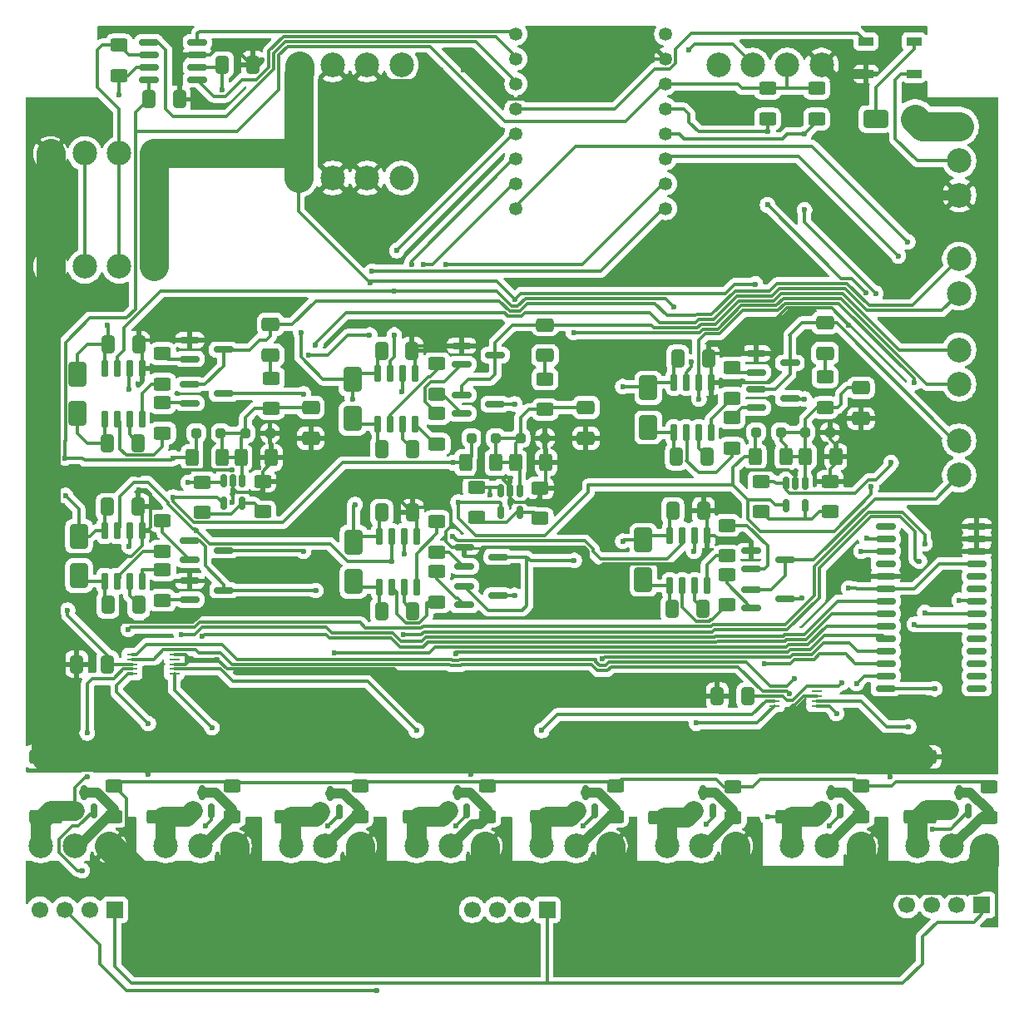
<source format=gbr>
%TF.GenerationSoftware,KiCad,Pcbnew,9.0.6*%
%TF.CreationDate,2026-01-05T12:44:01+01:00*%
%TF.ProjectId,velion_lightboard_pcb,76656c69-6f6e-45f6-9c69-676874626f61,rev?*%
%TF.SameCoordinates,Original*%
%TF.FileFunction,Copper,L2,Bot*%
%TF.FilePolarity,Positive*%
%FSLAX46Y46*%
G04 Gerber Fmt 4.6, Leading zero omitted, Abs format (unit mm)*
G04 Created by KiCad (PCBNEW 9.0.6) date 2026-01-05 12:44:01*
%MOMM*%
%LPD*%
G01*
G04 APERTURE LIST*
G04 Aperture macros list*
%AMRoundRect*
0 Rectangle with rounded corners*
0 $1 Rounding radius*
0 $2 $3 $4 $5 $6 $7 $8 $9 X,Y pos of 4 corners*
0 Add a 4 corners polygon primitive as box body*
4,1,4,$2,$3,$4,$5,$6,$7,$8,$9,$2,$3,0*
0 Add four circle primitives for the rounded corners*
1,1,$1+$1,$2,$3*
1,1,$1+$1,$4,$5*
1,1,$1+$1,$6,$7*
1,1,$1+$1,$8,$9*
0 Add four rect primitives between the rounded corners*
20,1,$1+$1,$2,$3,$4,$5,0*
20,1,$1+$1,$4,$5,$6,$7,0*
20,1,$1+$1,$6,$7,$8,$9,0*
20,1,$1+$1,$8,$9,$2,$3,0*%
G04 Aperture macros list end*
%TA.AperFunction,ComponentPad*%
%ADD10C,2.500000*%
%TD*%
%TA.AperFunction,ComponentPad*%
%ADD11R,1.700000X1.700000*%
%TD*%
%TA.AperFunction,ComponentPad*%
%ADD12C,1.700000*%
%TD*%
%TA.AperFunction,ComponentPad*%
%ADD13C,1.348000*%
%TD*%
%TA.AperFunction,SMDPad,CuDef*%
%ADD14R,1.100000X0.250000*%
%TD*%
%TA.AperFunction,SMDPad,CuDef*%
%ADD15RoundRect,0.250000X0.250000X0.250000X-0.250000X0.250000X-0.250000X-0.250000X0.250000X-0.250000X0*%
%TD*%
%TA.AperFunction,SMDPad,CuDef*%
%ADD16RoundRect,0.250000X-0.412500X-0.650000X0.412500X-0.650000X0.412500X0.650000X-0.412500X0.650000X0*%
%TD*%
%TA.AperFunction,SMDPad,CuDef*%
%ADD17RoundRect,0.150000X0.150000X-0.587500X0.150000X0.587500X-0.150000X0.587500X-0.150000X-0.587500X0*%
%TD*%
%TA.AperFunction,SMDPad,CuDef*%
%ADD18RoundRect,0.162500X-0.837500X-0.162500X0.837500X-0.162500X0.837500X0.162500X-0.837500X0.162500X0*%
%TD*%
%TA.AperFunction,SMDPad,CuDef*%
%ADD19RoundRect,0.150000X-0.150000X0.512500X-0.150000X-0.512500X0.150000X-0.512500X0.150000X0.512500X0*%
%TD*%
%TA.AperFunction,SMDPad,CuDef*%
%ADD20RoundRect,0.250000X0.412500X0.650000X-0.412500X0.650000X-0.412500X-0.650000X0.412500X-0.650000X0*%
%TD*%
%TA.AperFunction,SMDPad,CuDef*%
%ADD21RoundRect,0.250000X0.650000X-1.000000X0.650000X1.000000X-0.650000X1.000000X-0.650000X-1.000000X0*%
%TD*%
%TA.AperFunction,SMDPad,CuDef*%
%ADD22RoundRect,0.250000X-0.625000X0.400000X-0.625000X-0.400000X0.625000X-0.400000X0.625000X0.400000X0*%
%TD*%
%TA.AperFunction,SMDPad,CuDef*%
%ADD23RoundRect,0.250000X0.625000X-0.400000X0.625000X0.400000X-0.625000X0.400000X-0.625000X-0.400000X0*%
%TD*%
%TA.AperFunction,SMDPad,CuDef*%
%ADD24RoundRect,0.150000X-0.150000X0.725000X-0.150000X-0.725000X0.150000X-0.725000X0.150000X0.725000X0*%
%TD*%
%TA.AperFunction,SMDPad,CuDef*%
%ADD25RoundRect,0.250000X0.400000X0.625000X-0.400000X0.625000X-0.400000X-0.625000X0.400000X-0.625000X0*%
%TD*%
%TA.AperFunction,SMDPad,CuDef*%
%ADD26RoundRect,0.250000X0.650000X-0.412500X0.650000X0.412500X-0.650000X0.412500X-0.650000X-0.412500X0*%
%TD*%
%TA.AperFunction,SMDPad,CuDef*%
%ADD27RoundRect,0.249999X1.425001X-0.450001X1.425001X0.450001X-1.425001X0.450001X-1.425001X-0.450001X0*%
%TD*%
%TA.AperFunction,SMDPad,CuDef*%
%ADD28RoundRect,0.150000X0.825000X0.150000X-0.825000X0.150000X-0.825000X-0.150000X0.825000X-0.150000X0*%
%TD*%
%TA.AperFunction,SMDPad,CuDef*%
%ADD29RoundRect,0.250000X-0.250000X-0.250000X0.250000X-0.250000X0.250000X0.250000X-0.250000X0.250000X0*%
%TD*%
%TA.AperFunction,SMDPad,CuDef*%
%ADD30RoundRect,0.150000X-0.875000X-0.150000X0.875000X-0.150000X0.875000X0.150000X-0.875000X0.150000X0*%
%TD*%
%TA.AperFunction,SMDPad,CuDef*%
%ADD31RoundRect,0.250000X-1.000000X-0.650000X1.000000X-0.650000X1.000000X0.650000X-1.000000X0.650000X0*%
%TD*%
%TA.AperFunction,SMDPad,CuDef*%
%ADD32RoundRect,0.090000X0.660000X0.360000X-0.660000X0.360000X-0.660000X-0.360000X0.660000X-0.360000X0*%
%TD*%
%TA.AperFunction,ViaPad*%
%ADD33C,0.600000*%
%TD*%
%TA.AperFunction,Conductor*%
%ADD34C,1.000000*%
%TD*%
%TA.AperFunction,Conductor*%
%ADD35C,0.300000*%
%TD*%
%TA.AperFunction,Conductor*%
%ADD36C,3.000000*%
%TD*%
%TA.AperFunction,Conductor*%
%ADD37C,2.000000*%
%TD*%
G04 APERTURE END LIST*
D10*
%TO.P,J12,1,Pin_1*%
%TO.N,SDA*%
X121000000Y-54500000D03*
%TO.P,J12,2,Pin_2*%
%TO.N,SCL*%
X124500000Y-54500000D03*
%TO.P,J12,3,Pin_3*%
%TO.N,+3.3V*%
X128000000Y-54500000D03*
%TO.P,J12,4,Pin_4*%
%TO.N,GND*%
X131500000Y-54500000D03*
%TD*%
%TO.P,LS2,1,1*%
%TO.N,SIG_A*%
X145500000Y-74250000D03*
%TO.P,LS2,2,2*%
%TO.N,Net-(LS2-Pad2)*%
X145500000Y-77750000D03*
%TD*%
D11*
%TO.P,J17,1,Pin_1*%
%TO.N,+5V*%
X147810000Y-140000000D03*
D12*
%TO.P,J17,2,Pin_2*%
%TO.N,TRIG_C*%
X145270000Y-140000000D03*
%TO.P,J17,3,Pin_3*%
%TO.N,ECHO_C*%
X142730000Y-140000000D03*
%TO.P,J17,4,Pin_4*%
%TO.N,GND*%
X140190000Y-140000000D03*
%TD*%
D10*
%TO.P,J8,1,Pin_1*%
%TO.N,+12V*%
X84500000Y-134000000D03*
%TO.P,J8,2,Pin_2*%
%TO.N,Net-(J8-Pin_2)*%
X81000000Y-134000000D03*
%TO.P,J8,3,Pin_3*%
%TO.N,SENSE_2*%
X77500000Y-134000000D03*
%TD*%
%TO.P,J7,1,Pin_1*%
%TO.N,+12V*%
X71750000Y-134000000D03*
%TO.P,J7,2,Pin_2*%
%TO.N,Net-(J7-Pin_2)*%
X68250000Y-134000000D03*
%TO.P,J7,3,Pin_3*%
%TO.N,SENSE_1*%
X64750000Y-134000000D03*
%TD*%
%TO.P,J9,1,Pin_1*%
%TO.N,+12V*%
X110000000Y-134000000D03*
%TO.P,J9,2,Pin_2*%
%TO.N,Net-(J9-Pin_2)*%
X106500000Y-134000000D03*
%TO.P,J9,3,Pin_3*%
%TO.N,SENSE_4*%
X103000000Y-134000000D03*
%TD*%
D11*
%TO.P,J11,1,Pin_1*%
%TO.N,+5V*%
X103540000Y-140500000D03*
D12*
%TO.P,J11,2,Pin_2*%
%TO.N,TRIG_B*%
X101000000Y-140500000D03*
%TO.P,J11,3,Pin_3*%
%TO.N,ECHO_B*%
X98460000Y-140500000D03*
%TO.P,J11,4,Pin_4*%
%TO.N,GND*%
X95920000Y-140500000D03*
%TD*%
D10*
%TO.P,J15,1,Pin_1*%
%TO.N,+5V*%
X145500000Y-60750000D03*
%TO.P,J15,2,Pin_2*%
%TO.N,Net-(D1-DOUT)*%
X145500000Y-64250000D03*
%TO.P,J15,3,Pin_3*%
%TO.N,GND*%
X145500000Y-67750000D03*
%TD*%
%TO.P,J6,1,Pin_1*%
%TO.N,VBUS*%
X78237500Y-66000000D03*
%TO.P,J6,2,Pin_2*%
%TO.N,GND*%
X81737500Y-66000000D03*
%TO.P,J6,3,Pin_3*%
X85237500Y-66000000D03*
%TO.P,J6,4,Pin_4*%
%TO.N,+12V*%
X88737500Y-66000000D03*
%TD*%
D13*
%TO.P,U1,0,GPIO0*%
%TO.N,ECHO_A*%
X115620000Y-69130000D03*
%TO.P,U1,1,GPIO1*%
%TO.N,ECHO_B*%
X115620000Y-66590000D03*
%TO.P,U1,2,GPIO2*%
%TO.N,ECHO_C*%
X115620000Y-64050000D03*
%TO.P,U1,3,GPIO3*%
%TO.N,SDA*%
X115620000Y-61510000D03*
%TO.P,U1,3.3,3V3*%
%TO.N,+3.3V*%
X115620000Y-56430000D03*
%TO.P,U1,4,GPIO4*%
%TO.N,SCL*%
X115620000Y-58970000D03*
%TO.P,U1,5,GPIO5*%
%TO.N,CAN_TX*%
X100380000Y-51350000D03*
%TO.P,U1,5V,5V*%
%TO.N,+5V*%
X115620000Y-51350000D03*
%TO.P,U1,6,GPIO6*%
%TO.N,CAN_RX*%
X100380000Y-53890000D03*
%TO.P,U1,7,GPIO7*%
%TO.N,CAN_S*%
X100380000Y-56430000D03*
%TO.P,U1,8,GPIO8*%
%TO.N,RGBLED_DIN*%
X100380000Y-58970000D03*
%TO.P,U1,9,GPIO9*%
%TO.N,PIEZO_PWM_HALF_X*%
X100380000Y-61510000D03*
%TO.P,U1,10,GPIO10*%
%TO.N,PIEZO_PWM_HALF_Y*%
X100380000Y-64050000D03*
%TO.P,U1,20,GPIO20*%
%TO.N,TRIG_B*%
X100380000Y-66590000D03*
%TO.P,U1,21,GPIO21*%
%TO.N,TRIG_C*%
X100380000Y-69130000D03*
%TO.P,U1,G,GND*%
%TO.N,GND*%
X115620000Y-53890000D03*
%TD*%
D10*
%TO.P,J14,1,Pin_1*%
%TO.N,+12V*%
X122750000Y-134000000D03*
%TO.P,J14,2,Pin_2*%
%TO.N,Net-(J14-Pin_2)*%
X119250000Y-134000000D03*
%TO.P,J14,3,Pin_3*%
%TO.N,SENSE_5*%
X115750000Y-134000000D03*
%TD*%
%TO.P,LS1,1,1*%
%TO.N,SIG_C*%
X145500000Y-92750000D03*
%TO.P,LS1,2,2*%
%TO.N,Net-(LS1-Pad2)*%
X145500000Y-96250000D03*
%TD*%
%TO.P,LS3,1,1*%
%TO.N,SIG_B*%
X145500000Y-83500000D03*
%TO.P,LS3,2,2*%
%TO.N,Net-(LS3-Pad2)*%
X145500000Y-87000000D03*
%TD*%
%TO.P,J5,1,Pin_1*%
%TO.N,VBUS*%
X78237500Y-54500000D03*
%TO.P,J5,2,Pin_2*%
%TO.N,GND*%
X81737500Y-54500000D03*
%TO.P,J5,3,Pin_3*%
X85237500Y-54500000D03*
%TO.P,J5,4,Pin_4*%
%TO.N,+5V*%
X88737500Y-54500000D03*
%TD*%
D11*
%TO.P,J4,1,Pin_1*%
%TO.N,+5V*%
X59540000Y-140500000D03*
D12*
%TO.P,J4,2,Pin_2*%
%TO.N,PIEZO_PWM_HALF_Y*%
X57000000Y-140500000D03*
%TO.P,J4,3,Pin_3*%
%TO.N,ECHO_A*%
X54460000Y-140500000D03*
%TO.P,J4,4,Pin_4*%
%TO.N,GND*%
X51920000Y-140500000D03*
%TD*%
D10*
%TO.P,J2,1,Pin_1*%
%TO.N,GND*%
X53000000Y-75000000D03*
%TO.P,J2,2,Pin_2*%
%TO.N,CANL*%
X56500000Y-75000000D03*
%TO.P,J2,3,Pin_3*%
%TO.N,CANH*%
X60000000Y-75000000D03*
%TO.P,J2,4,Pin_4*%
%TO.N,VBUS*%
X63500000Y-75000000D03*
%TD*%
%TO.P,J10,1,Pin_1*%
%TO.N,+12V*%
X97250000Y-134000000D03*
%TO.P,J10,2,Pin_2*%
%TO.N,Net-(J10-Pin_2)*%
X93750000Y-134000000D03*
%TO.P,J10,3,Pin_3*%
%TO.N,SENSE_3*%
X90250000Y-134000000D03*
%TD*%
%TO.P,J1,1,Pin_1*%
%TO.N,GND*%
X53000000Y-63500000D03*
%TO.P,J1,2,Pin_2*%
%TO.N,CANL*%
X56500000Y-63500000D03*
%TO.P,J1,3,Pin_3*%
%TO.N,CANH*%
X60000000Y-63500000D03*
%TO.P,J1,4,Pin_4*%
%TO.N,VBUS*%
X63500000Y-63500000D03*
%TD*%
%TO.P,J16,1,Pin_1*%
%TO.N,+12V*%
X148250000Y-134000000D03*
%TO.P,J16,2,Pin_2*%
%TO.N,Net-(J16-Pin_2)*%
X144750000Y-134000000D03*
%TO.P,J16,3,Pin_3*%
%TO.N,SENSE_7*%
X141250000Y-134000000D03*
%TD*%
%TO.P,J13,1,Pin_1*%
%TO.N,+12V*%
X135500000Y-134000000D03*
%TO.P,J13,2,Pin_2*%
%TO.N,Net-(J13-Pin_2)*%
X132000000Y-134000000D03*
%TO.P,J13,3,Pin_3*%
%TO.N,SENSE_6*%
X128500000Y-134000000D03*
%TD*%
%TO.P,J3,1,Pin_1*%
%TO.N,+12V*%
X59000000Y-134000000D03*
%TO.P,J3,2,Pin_2*%
%TO.N,Net-(J3-Pin_2)*%
X55500000Y-134000000D03*
%TO.P,J3,3,Pin_3*%
%TO.N,SENSE_0*%
X52000000Y-134000000D03*
%TD*%
D14*
%TO.P,U6,1,ADDR*%
%TO.N,+3.3V*%
X131000000Y-117750000D03*
%TO.P,U6,2,ALERT/RDY*%
%TO.N,unconnected-(U6-ALERT{slash}RDY-Pad2)*%
X131000000Y-118250000D03*
%TO.P,U6,3,GND*%
%TO.N,GND*%
X131000000Y-118750000D03*
%TO.P,U6,4,AIN0*%
%TO.N,SENSE_7*%
X131000000Y-119250000D03*
%TO.P,U6,5,AIN1*%
%TO.N,SENSE_6*%
X131000000Y-119750000D03*
%TO.P,U6,6,AIN2*%
%TO.N,SENSE_5*%
X126700000Y-119750000D03*
%TO.P,U6,7,AIN3*%
%TO.N,SENSE_4*%
X126700000Y-119250000D03*
%TO.P,U6,8,VDD*%
%TO.N,+3.3V*%
X126700000Y-118750000D03*
%TO.P,U6,9,SDA*%
%TO.N,SDA*%
X126700000Y-118250000D03*
%TO.P,U6,10,SCL*%
%TO.N,SCL*%
X126700000Y-117750000D03*
%TD*%
D15*
%TO.P,D2,1,K*%
%TO.N,GND*%
X132345000Y-91875000D03*
%TO.P,D2,2,A*%
%TO.N,Net-(D2-A)*%
X129845000Y-91875000D03*
%TD*%
%TO.P,D6,1,K*%
%TO.N,GND*%
X103345000Y-92475000D03*
%TO.P,D6,2,A*%
%TO.N,Net-(D6-A)*%
X100845000Y-92475000D03*
%TD*%
D16*
%TO.P,C17,1*%
%TO.N,+12V*%
X58782500Y-99475000D03*
%TO.P,C17,2*%
%TO.N,GND*%
X61907500Y-99475000D03*
%TD*%
D17*
%TO.P,Q19,1,G*%
%TO.N,MOSFET_GATE_0*%
X57400000Y-130437500D03*
%TO.P,Q19,2,S*%
%TO.N,SENSE_0*%
X55500000Y-130437500D03*
%TO.P,Q19,3,D*%
%TO.N,Net-(J3-Pin_2)*%
X56450000Y-128562500D03*
%TD*%
D18*
%TO.P,Q2,D,D*%
%TO.N,SIG_C*%
X128265000Y-84825000D03*
%TO.P,Q2,G,G*%
%TO.N,Net-(Q2-PadG)*%
X124845000Y-85775000D03*
%TO.P,Q2,S,S*%
%TO.N,GND*%
X124845000Y-83875000D03*
%TD*%
D19*
%TO.P,U7,1*%
%TO.N,ECHO_B*%
X98845000Y-97800000D03*
%TO.P,U7,2,V-*%
%TO.N,GND*%
X99795000Y-97800000D03*
%TO.P,U7,3,+*%
%TO.N,Net-(D6-A)*%
X100745000Y-97800000D03*
%TO.P,U7,4,-*%
%TO.N,Net-(U7--)*%
X100745000Y-100075000D03*
%TO.P,U7,5,V+*%
%TO.N,+3.3V*%
X98845000Y-100075000D03*
%TD*%
D20*
%TO.P,C5,1*%
%TO.N,+3.3V*%
X124000000Y-118750000D03*
%TO.P,C5,2*%
%TO.N,GND*%
X120875000Y-118750000D03*
%TD*%
D15*
%TO.P,D9,1,K*%
%TO.N,GND*%
X75345000Y-91975000D03*
%TO.P,D9,2,A*%
%TO.N,Net-(D10-A)*%
X72845000Y-91975000D03*
%TD*%
D21*
%TO.P,D12,1,K*%
%TO.N,Net-(D12-K)*%
X55772500Y-89975000D03*
%TO.P,D12,2,A*%
%TO.N,+12V*%
X55772500Y-85975000D03*
%TD*%
D22*
%TO.P,R23,1*%
%TO.N,GND*%
X102845000Y-97575000D03*
%TO.P,R23,2*%
%TO.N,Net-(U7--)*%
X102845000Y-100675000D03*
%TD*%
%TO.P,R31,1*%
%TO.N,GND*%
X74607500Y-96872500D03*
%TO.P,R31,2*%
%TO.N,Net-(U10--)*%
X74607500Y-99972500D03*
%TD*%
D18*
%TO.P,Q13,D,D*%
%TO.N,SIG_A*%
X70617500Y-83475000D03*
%TO.P,Q13,G,G*%
%TO.N,Net-(Q13-PadG)*%
X67197500Y-84425000D03*
%TO.P,Q13,S,S*%
%TO.N,GND*%
X67197500Y-82525000D03*
%TD*%
D14*
%TO.P,U14,1,ADDR*%
%TO.N,GND*%
X65612500Y-114500000D03*
%TO.P,U14,2,ALERT/RDY*%
%TO.N,unconnected-(U14-ALERT{slash}RDY-Pad2)*%
X65612500Y-115000000D03*
%TO.P,U14,3,GND*%
%TO.N,GND*%
X65612500Y-115500000D03*
%TO.P,U14,4,AIN0*%
%TO.N,SENSE_3*%
X65612500Y-116000000D03*
%TO.P,U14,5,AIN1*%
%TO.N,SENSE_2*%
X65612500Y-116500000D03*
%TO.P,U14,6,AIN2*%
%TO.N,SENSE_1*%
X61312500Y-116500000D03*
%TO.P,U14,7,AIN3*%
%TO.N,SENSE_0*%
X61312500Y-116000000D03*
%TO.P,U14,8,VDD*%
%TO.N,+3.3V*%
X61312500Y-115500000D03*
%TO.P,U14,9,SDA*%
%TO.N,SDA*%
X61312500Y-115000000D03*
%TO.P,U14,10,SCL*%
%TO.N,SCL*%
X61312500Y-114500000D03*
%TD*%
D23*
%TO.P,R17,1*%
%TO.N,Net-(D6-A)*%
X103345000Y-89575000D03*
%TO.P,R17,2*%
%TO.N,Net-(C6-Pad1)*%
X103345000Y-86475000D03*
%TD*%
D16*
%TO.P,C16,1*%
%TO.N,Net-(D12-K)*%
X58782500Y-92975000D03*
%TO.P,C16,2*%
%TO.N,Net-(U12-SH)*%
X61907500Y-92975000D03*
%TD*%
D24*
%TO.P,U12,1,GVDD*%
%TO.N,+12V*%
X58502500Y-85400000D03*
%TO.P,U12,2,IN*%
%TO.N,PIEZO_PWM_HALF_X*%
X59772500Y-85400000D03*
%TO.P,U12,3,~{SD}*%
%TO.N,EN_PIEZO_A*%
X61042500Y-85400000D03*
%TO.P,U12,4,GND*%
%TO.N,GND*%
X62312500Y-85400000D03*
%TO.P,U12,5,GL*%
%TO.N,Net-(U12-GL)*%
X62312500Y-90550000D03*
%TO.P,U12,6,SH*%
%TO.N,Net-(U12-SH)*%
X61042500Y-90550000D03*
%TO.P,U12,7,GH*%
%TO.N,Net-(U12-GH)*%
X59772500Y-90550000D03*
%TO.P,U12,8,BST*%
%TO.N,Net-(D12-K)*%
X58502500Y-90550000D03*
%TD*%
%TO.P,U13,1,GVDD*%
%TO.N,+12V*%
X58502500Y-101900000D03*
%TO.P,U13,2,IN*%
%TO.N,PIEZO_PWM_HALF_Y*%
X59772500Y-101900000D03*
%TO.P,U13,3,~{SD}*%
%TO.N,EN_PIEZO_A*%
X61042500Y-101900000D03*
%TO.P,U13,4,GND*%
%TO.N,GND*%
X62312500Y-101900000D03*
%TO.P,U13,5,GL*%
%TO.N,Net-(U13-GL)*%
X62312500Y-107050000D03*
%TO.P,U13,6,SH*%
%TO.N,Net-(U13-SH)*%
X61042500Y-107050000D03*
%TO.P,U13,7,GH*%
%TO.N,Net-(U13-GH)*%
X59772500Y-107050000D03*
%TO.P,U13,8,BST*%
%TO.N,Net-(D13-K)*%
X58502500Y-107050000D03*
%TD*%
D16*
%TO.P,C11,1*%
%TO.N,Net-(D11-K)*%
X86720000Y-110075000D03*
%TO.P,C11,2*%
%TO.N,Net-(U11-SH)*%
X89845000Y-110075000D03*
%TD*%
D24*
%TO.P,U11,1,GVDD*%
%TO.N,+12V*%
X86440000Y-102500000D03*
%TO.P,U11,2,IN*%
%TO.N,PIEZO_PWM_HALF_Y*%
X87710000Y-102500000D03*
%TO.P,U11,3,~{SD}*%
%TO.N,EN_PIEZO_B*%
X88980000Y-102500000D03*
%TO.P,U11,4,GND*%
%TO.N,GND*%
X90250000Y-102500000D03*
%TO.P,U11,5,GL*%
%TO.N,Net-(U11-GL)*%
X90250000Y-107650000D03*
%TO.P,U11,6,SH*%
%TO.N,Net-(U11-SH)*%
X88980000Y-107650000D03*
%TO.P,U11,7,GH*%
%TO.N,Net-(U11-GH)*%
X87710000Y-107650000D03*
%TO.P,U11,8,BST*%
%TO.N,Net-(D11-K)*%
X86440000Y-107650000D03*
%TD*%
D22*
%TO.P,R12,1*%
%TO.N,GND*%
X132345000Y-96875000D03*
%TO.P,R12,2*%
%TO.N,Net-(U5--)*%
X132345000Y-99975000D03*
%TD*%
D25*
%TO.P,R24,1*%
%TO.N,Net-(D6-A)*%
X98345000Y-94975000D03*
%TO.P,R24,2*%
%TO.N,+3.3V*%
X95245000Y-94975000D03*
%TD*%
D17*
%TO.P,Q17,1,G*%
%TO.N,MOSFET_GATE_2*%
X82400000Y-130500000D03*
%TO.P,Q17,2,S*%
%TO.N,SENSE_2*%
X80500000Y-130500000D03*
%TO.P,Q17,3,D*%
%TO.N,Net-(J8-Pin_2)*%
X81450000Y-128625000D03*
%TD*%
D22*
%TO.P,R0,1*%
%TO.N,+12V*%
X148500000Y-128000000D03*
%TO.P,R0,2*%
%TO.N,Net-(J16-Pin_2)*%
X148500000Y-131100000D03*
%TD*%
D23*
%TO.P,R10,1*%
%TO.N,Net-(U3-GL)*%
X121845000Y-104475000D03*
%TO.P,R10,2*%
%TO.N,Net-(Q4-PadG)*%
X121845000Y-101375000D03*
%TD*%
D26*
%TO.P,C21,1*%
%TO.N,GND*%
X135500000Y-90500000D03*
%TO.P,C21,2*%
%TO.N,Net-(D2-A)*%
X135500000Y-87375000D03*
%TD*%
D23*
%TO.P,R22,1*%
%TO.N,Net-(U7--)*%
X96345000Y-100575000D03*
%TO.P,R22,2*%
%TO.N,ECHO_B*%
X96345000Y-97475000D03*
%TD*%
D22*
%TO.P,R44,1*%
%TO.N,+12V*%
X59500000Y-127900000D03*
%TO.P,R44,2*%
%TO.N,Net-(J3-Pin_2)*%
X59500000Y-131000000D03*
%TD*%
D18*
%TO.P,Q3,D,D*%
%TO.N,VBUS*%
X127765000Y-108825000D03*
%TO.P,Q3,G,G*%
%TO.N,Net-(Q3-PadG)*%
X124345000Y-109775000D03*
%TO.P,Q3,S,S*%
%TO.N,Net-(LS1-Pad2)*%
X124345000Y-107875000D03*
%TD*%
D17*
%TO.P,Q11,1,G*%
%TO.N,MOSFET_GATE_4*%
X108400000Y-130437500D03*
%TO.P,Q11,2,S*%
%TO.N,SENSE_4*%
X106500000Y-130437500D03*
%TO.P,Q11,3,D*%
%TO.N,Net-(J9-Pin_2)*%
X107450000Y-128562500D03*
%TD*%
D23*
%TO.P,R40,1*%
%TO.N,Net-(U12-GL)*%
X64407500Y-86975000D03*
%TO.P,R40,2*%
%TO.N,Net-(Q13-PadG)*%
X64407500Y-83875000D03*
%TD*%
D27*
%TO.P,R13,1*%
%TO.N,SENSE_5*%
X115500000Y-131100000D03*
%TO.P,R13,2*%
%TO.N,GND*%
X115500000Y-125000000D03*
%TD*%
D23*
%TO.P,R33,1*%
%TO.N,Net-(U10--)*%
X68482500Y-100075000D03*
%TO.P,R33,2*%
%TO.N,ECHO_A*%
X68482500Y-96975000D03*
%TD*%
D18*
%TO.P,Q16,D,D*%
%TO.N,VBUS*%
X70617500Y-103900000D03*
%TO.P,Q16,G,G*%
%TO.N,Net-(Q16-PadG)*%
X67197500Y-104850000D03*
%TO.P,Q16,S,S*%
%TO.N,Net-(LS2-Pad2)*%
X67197500Y-102950000D03*
%TD*%
D26*
%TO.P,C19,1*%
%TO.N,GND*%
X79500000Y-92500000D03*
%TO.P,C19,2*%
%TO.N,Net-(D10-A)*%
X79500000Y-89375000D03*
%TD*%
D24*
%TO.P,U3,1,GVDD*%
%TO.N,+12V*%
X116035000Y-102375000D03*
%TO.P,U3,2,IN*%
%TO.N,PIEZO_PWM_HALF_Y*%
X117305000Y-102375000D03*
%TO.P,U3,3,~{SD}*%
%TO.N,EN_PIEZO_C*%
X118575000Y-102375000D03*
%TO.P,U3,4,GND*%
%TO.N,GND*%
X119845000Y-102375000D03*
%TO.P,U3,5,GL*%
%TO.N,Net-(U3-GL)*%
X119845000Y-107525000D03*
%TO.P,U3,6,SH*%
%TO.N,Net-(U3-SH)*%
X118575000Y-107525000D03*
%TO.P,U3,7,GH*%
%TO.N,Net-(U3-GH)*%
X117305000Y-107525000D03*
%TO.P,U3,8,BST*%
%TO.N,Net-(D5-K)*%
X116035000Y-107525000D03*
%TD*%
D26*
%TO.P,C0,1*%
%TO.N,Net-(C0-Pad1)*%
X131845000Y-83875000D03*
%TO.P,C0,2*%
%TO.N,SIG_C*%
X131845000Y-80750000D03*
%TD*%
D22*
%TO.P,R14,1*%
%TO.N,+12V*%
X122500000Y-128000000D03*
%TO.P,R14,2*%
%TO.N,Net-(J14-Pin_2)*%
X122500000Y-131100000D03*
%TD*%
D16*
%TO.P,C13,1*%
%TO.N,+12V*%
X86720000Y-100075000D03*
%TO.P,C13,2*%
%TO.N,GND*%
X89845000Y-100075000D03*
%TD*%
D27*
%TO.P,R38,1*%
%TO.N,SENSE_1*%
X64500000Y-131050000D03*
%TO.P,R38,2*%
%TO.N,GND*%
X64500000Y-124950000D03*
%TD*%
D28*
%TO.P,U8,1,TXD*%
%TO.N,CAN_TX*%
X67950000Y-52190000D03*
%TO.P,U8,2,GND*%
%TO.N,GND*%
X67950000Y-53460000D03*
%TO.P,U8,3,VCC*%
%TO.N,+5V*%
X67950000Y-54730000D03*
%TO.P,U8,4,RXD*%
%TO.N,CAN_RX*%
X67950000Y-56000000D03*
%TO.P,U8,5,VIO*%
%TO.N,+3.3V*%
X63000000Y-56000000D03*
%TO.P,U8,6,CANL*%
%TO.N,CANL*%
X63000000Y-54730000D03*
%TO.P,U8,7,CANH*%
%TO.N,CANH*%
X63000000Y-53460000D03*
%TO.P,U8,8,S*%
%TO.N,CAN_S*%
X63000000Y-52190000D03*
%TD*%
D25*
%TO.P,R25,1*%
%TO.N,GND*%
X103445000Y-94975000D03*
%TO.P,R25,2*%
%TO.N,Net-(D6-A)*%
X100345000Y-94975000D03*
%TD*%
D22*
%TO.P,R18,1*%
%TO.N,Net-(U9-GH)*%
X92345000Y-84900000D03*
%TO.P,R18,2*%
%TO.N,Net-(Q8-PadG)*%
X92345000Y-88000000D03*
%TD*%
D23*
%TO.P,R8,1*%
%TO.N,Net-(U5--)*%
X125345000Y-99975000D03*
%TO.P,R8,2*%
%TO.N,ECHO_C*%
X125345000Y-96875000D03*
%TD*%
D18*
%TO.P,Q4,D,D*%
%TO.N,Net-(LS1-Pad2)*%
X127765000Y-104875000D03*
%TO.P,Q4,G,G*%
%TO.N,Net-(Q4-PadG)*%
X124345000Y-105825000D03*
%TO.P,Q4,S,S*%
%TO.N,GND*%
X124345000Y-103925000D03*
%TD*%
D29*
%TO.P,D7,1,K*%
%TO.N,+3.3V*%
X95845000Y-92475000D03*
%TO.P,D7,2,A*%
%TO.N,Net-(D6-A)*%
X98345000Y-92475000D03*
%TD*%
D18*
%TO.P,Q9,D,D*%
%TO.N,Net-(LS3-Pad2)*%
X98555000Y-104575000D03*
%TO.P,Q9,G,G*%
%TO.N,Net-(Q9-PadG)*%
X95135000Y-105525000D03*
%TO.P,Q9,S,S*%
%TO.N,GND*%
X95135000Y-103625000D03*
%TD*%
D16*
%TO.P,C1,1*%
%TO.N,+12V*%
X116845000Y-84375000D03*
%TO.P,C1,2*%
%TO.N,GND*%
X119970000Y-84375000D03*
%TD*%
D22*
%TO.P,R29,1*%
%TO.N,+12V*%
X110500000Y-127900000D03*
%TO.P,R29,2*%
%TO.N,Net-(J9-Pin_2)*%
X110500000Y-131000000D03*
%TD*%
D16*
%TO.P,C14,1*%
%TO.N,+12V*%
X58845000Y-82975000D03*
%TO.P,C14,2*%
%TO.N,GND*%
X61970000Y-82975000D03*
%TD*%
D18*
%TO.P,Q10,D,D*%
%TO.N,VBUS*%
X98555000Y-108525000D03*
%TO.P,Q10,G,G*%
%TO.N,Net-(Q10-PadG)*%
X95135000Y-109475000D03*
%TO.P,Q10,S,S*%
%TO.N,Net-(LS3-Pad2)*%
X95135000Y-107575000D03*
%TD*%
D23*
%TO.P,R43,1*%
%TO.N,Net-(U13-GH)*%
X64407500Y-104000000D03*
%TO.P,R43,2*%
%TO.N,Net-(Q16-PadG)*%
X64407500Y-100900000D03*
%TD*%
D21*
%TO.P,D4,1,K*%
%TO.N,Net-(D4-K)*%
X113845000Y-91375000D03*
%TO.P,D4,2,A*%
%TO.N,+12V*%
X113845000Y-87375000D03*
%TD*%
D16*
%TO.P,C3,1*%
%TO.N,Net-(D4-K)*%
X116720000Y-94375000D03*
%TO.P,C3,2*%
%TO.N,Net-(U4-SH)*%
X119845000Y-94375000D03*
%TD*%
D17*
%TO.P,Q0,1,G*%
%TO.N,MOSFET_GATE_7*%
X146450000Y-130437500D03*
%TO.P,Q0,2,S*%
%TO.N,SENSE_7*%
X144550000Y-130437500D03*
%TO.P,Q0,3,D*%
%TO.N,Net-(J16-Pin_2)*%
X145500000Y-128562500D03*
%TD*%
D25*
%TO.P,R32,1*%
%TO.N,Net-(D10-A)*%
X70507500Y-94475000D03*
%TO.P,R32,2*%
%TO.N,+3.3V*%
X67407500Y-94475000D03*
%TD*%
D23*
%TO.P,R30,1*%
%TO.N,Net-(D10-A)*%
X75482500Y-89475000D03*
%TO.P,R30,2*%
%TO.N,Net-(C9-Pad1)*%
X75482500Y-86375000D03*
%TD*%
D16*
%TO.P,C10,1*%
%TO.N,+12V*%
X86687500Y-83575000D03*
%TO.P,C10,2*%
%TO.N,GND*%
X89812500Y-83575000D03*
%TD*%
D27*
%TO.P,R45,1*%
%TO.N,SENSE_0*%
X52500000Y-131000000D03*
%TO.P,R45,2*%
%TO.N,GND*%
X52500000Y-124900000D03*
%TD*%
D20*
%TO.P,C18,1*%
%TO.N,+3.3V*%
X58812500Y-115500000D03*
%TO.P,C18,2*%
%TO.N,GND*%
X55687500Y-115500000D03*
%TD*%
D27*
%TO.P,R26,1*%
%TO.N,SENSE_4*%
X103500000Y-131000000D03*
%TO.P,R26,2*%
%TO.N,GND*%
X103500000Y-124900000D03*
%TD*%
D24*
%TO.P,U4,1,GVDD*%
%TO.N,+12V*%
X116440000Y-86800000D03*
%TO.P,U4,2,IN*%
%TO.N,PIEZO_PWM_HALF_X*%
X117710000Y-86800000D03*
%TO.P,U4,3,~{SD}*%
%TO.N,EN_PIEZO_C*%
X118980000Y-86800000D03*
%TO.P,U4,4,GND*%
%TO.N,GND*%
X120250000Y-86800000D03*
%TO.P,U4,5,GL*%
%TO.N,Net-(U4-GL)*%
X120250000Y-91950000D03*
%TO.P,U4,6,SH*%
%TO.N,Net-(U4-SH)*%
X118980000Y-91950000D03*
%TO.P,U4,7,GH*%
%TO.N,Net-(U4-GH)*%
X117710000Y-91950000D03*
%TO.P,U4,8,BST*%
%TO.N,Net-(D4-K)*%
X116440000Y-91950000D03*
%TD*%
D17*
%TO.P,Q12,1,G*%
%TO.N,MOSFET_GATE_3*%
X95400000Y-130437500D03*
%TO.P,Q12,2,S*%
%TO.N,SENSE_3*%
X93500000Y-130437500D03*
%TO.P,Q12,3,D*%
%TO.N,Net-(J10-Pin_2)*%
X94450000Y-128562500D03*
%TD*%
D21*
%TO.P,D8,1,K*%
%TO.N,Net-(D8-K)*%
X83750000Y-90500000D03*
%TO.P,D8,2,A*%
%TO.N,+12V*%
X83750000Y-86500000D03*
%TD*%
D24*
%TO.P,U9,1,GVDD*%
%TO.N,+12V*%
X86345000Y-85925000D03*
%TO.P,U9,2,IN*%
%TO.N,PIEZO_PWM_HALF_X*%
X87615000Y-85925000D03*
%TO.P,U9,3,~{SD}*%
%TO.N,EN_PIEZO_B*%
X88885000Y-85925000D03*
%TO.P,U9,4,GND*%
%TO.N,GND*%
X90155000Y-85925000D03*
%TO.P,U9,5,GL*%
%TO.N,Net-(U9-GL)*%
X90155000Y-91075000D03*
%TO.P,U9,6,SH*%
%TO.N,Net-(U9-SH)*%
X88885000Y-91075000D03*
%TO.P,U9,7,GH*%
%TO.N,Net-(U9-GH)*%
X87615000Y-91075000D03*
%TO.P,U9,8,BST*%
%TO.N,Net-(D8-K)*%
X86345000Y-91075000D03*
%TD*%
D23*
%TO.P,R19,1*%
%TO.N,Net-(U11-GH)*%
X92345000Y-109175000D03*
%TO.P,R19,2*%
%TO.N,Net-(Q10-PadG)*%
X92345000Y-106075000D03*
%TD*%
%TO.P,R7,1*%
%TO.N,Net-(U4-GH)*%
X122345000Y-93525000D03*
%TO.P,R7,2*%
%TO.N,Net-(Q1-PadG)*%
X122345000Y-90425000D03*
%TD*%
D17*
%TO.P,Q18,1,G*%
%TO.N,MOSFET_GATE_1*%
X69400000Y-130437500D03*
%TO.P,Q18,2,S*%
%TO.N,SENSE_1*%
X67500000Y-130437500D03*
%TO.P,Q18,3,D*%
%TO.N,Net-(J7-Pin_2)*%
X68450000Y-128562500D03*
%TD*%
D18*
%TO.P,Q14,D,D*%
%TO.N,VBUS*%
X70617500Y-87975000D03*
%TO.P,Q14,G,G*%
%TO.N,Net-(Q14-PadG)*%
X67197500Y-88925000D03*
%TO.P,Q14,S,S*%
%TO.N,SIG_A*%
X67197500Y-87025000D03*
%TD*%
D16*
%TO.P,C7,1*%
%TO.N,+5V*%
X70475000Y-54460000D03*
%TO.P,C7,2*%
%TO.N,GND*%
X73600000Y-54460000D03*
%TD*%
D19*
%TO.P,U10,1*%
%TO.N,ECHO_A*%
X70607500Y-96835000D03*
%TO.P,U10,2,V-*%
%TO.N,GND*%
X71557500Y-96835000D03*
%TO.P,U10,3,+*%
%TO.N,Net-(D10-A)*%
X72507500Y-96835000D03*
%TO.P,U10,4,-*%
%TO.N,Net-(U10--)*%
X72507500Y-99110000D03*
%TO.P,U10,5,V+*%
%TO.N,+3.3V*%
X70607500Y-99110000D03*
%TD*%
D27*
%TO.P,R15,1*%
%TO.N,SENSE_6*%
X128500000Y-131000000D03*
%TO.P,R15,2*%
%TO.N,GND*%
X128500000Y-124900000D03*
%TD*%
D23*
%TO.P,R5,1*%
%TO.N,Net-(D2-A)*%
X131845000Y-89375000D03*
%TO.P,R5,2*%
%TO.N,Net-(C0-Pad1)*%
X131845000Y-86275000D03*
%TD*%
%TO.P,R21,1*%
%TO.N,Net-(U9-GL)*%
X92345000Y-93100000D03*
%TO.P,R21,2*%
%TO.N,Net-(Q7-PadG)*%
X92345000Y-90000000D03*
%TD*%
D18*
%TO.P,Q7,D,D*%
%TO.N,SIG_B*%
X98265000Y-84025000D03*
%TO.P,Q7,G,G*%
%TO.N,Net-(Q7-PadG)*%
X94845000Y-84975000D03*
%TO.P,Q7,S,S*%
%TO.N,GND*%
X94845000Y-83075000D03*
%TD*%
D26*
%TO.P,C20,1*%
%TO.N,GND*%
X107500000Y-92500000D03*
%TO.P,C20,2*%
%TO.N,Net-(D6-A)*%
X107500000Y-89375000D03*
%TD*%
D30*
%TO.P,U2,1,GPB0*%
%TO.N,MOSFET_GATE_7*%
X138000000Y-117970000D03*
%TO.P,U2,2,GPB1*%
%TO.N,MOSFET_GATE_6*%
X138000000Y-116700000D03*
%TO.P,U2,3,GPB2*%
%TO.N,MOSFET_GATE_5*%
X138000000Y-115430000D03*
%TO.P,U2,4,GPB3*%
%TO.N,MOSFET_GATE_4*%
X138000000Y-114160000D03*
%TO.P,U2,5,GPB4*%
%TO.N,MOSFET_GATE_3*%
X138000000Y-112890000D03*
%TO.P,U2,6,GPB5*%
%TO.N,MOSFET_GATE_2*%
X138000000Y-111620000D03*
%TO.P,U2,7,GPB6*%
%TO.N,MOSFET_GATE_1*%
X138000000Y-110350000D03*
%TO.P,U2,8,GPB7*%
%TO.N,MOSFET_GATE_0*%
X138000000Y-109080000D03*
%TO.P,U2,9,VDD*%
%TO.N,+3.3V*%
X138000000Y-107810000D03*
%TO.P,U2,10,VSS*%
%TO.N,GND*%
X138000000Y-106540000D03*
%TO.P,U2,11,NC*%
%TO.N,unconnected-(U2-NC-Pad11)*%
X138000000Y-105270000D03*
%TO.P,U2,12,SCK*%
%TO.N,SCL*%
X138000000Y-104000000D03*
%TO.P,U2,13,SDA*%
%TO.N,SDA*%
X138000000Y-102730000D03*
%TO.P,U2,14,NC*%
%TO.N,unconnected-(U2-NC-Pad14)*%
X138000000Y-101460000D03*
%TO.P,U2,15,A0*%
%TO.N,GND*%
X147300000Y-101460000D03*
%TO.P,U2,16,A1*%
X147300000Y-102730000D03*
%TO.P,U2,17,A2*%
X147300000Y-104000000D03*
%TO.P,U2,18,~{RESET}*%
%TO.N,+3.3V*%
X147300000Y-105270000D03*
%TO.P,U2,19,INTB*%
%TO.N,unconnected-(U2-INTB-Pad19)*%
X147300000Y-106540000D03*
%TO.P,U2,20,INTA*%
%TO.N,unconnected-(U2-INTA-Pad20)*%
X147300000Y-107810000D03*
%TO.P,U2,21,GPA0*%
%TO.N,EN_PIEZO_A*%
X147300000Y-109080000D03*
%TO.P,U2,22,GPA1*%
%TO.N,EN_PIEZO_B*%
X147300000Y-110350000D03*
%TO.P,U2,23,GPA2*%
%TO.N,EN_PIEZO_C*%
X147300000Y-111620000D03*
%TO.P,U2,24,GPA3*%
%TO.N,unconnected-(U2-GPA3-Pad24)*%
X147300000Y-112890000D03*
%TO.P,U2,25,GPA4*%
%TO.N,unconnected-(U2-GPA4-Pad25)*%
X147300000Y-114160000D03*
%TO.P,U2,26,GPA5*%
%TO.N,unconnected-(U2-GPA5-Pad26)*%
X147300000Y-115430000D03*
%TO.P,U2,27,GPA6*%
%TO.N,unconnected-(U2-GPA6-Pad27)*%
X147300000Y-116700000D03*
%TO.P,U2,28,GPA7*%
%TO.N,unconnected-(U2-GPA7-Pad28)*%
X147300000Y-117970000D03*
%TD*%
D27*
%TO.P,R36,1*%
%TO.N,SENSE_2*%
X77500000Y-131000000D03*
%TO.P,R36,2*%
%TO.N,GND*%
X77500000Y-124900000D03*
%TD*%
D21*
%TO.P,D11,1,K*%
%TO.N,Net-(D11-K)*%
X83845000Y-107075000D03*
%TO.P,D11,2,A*%
%TO.N,+12V*%
X83845000Y-103075000D03*
%TD*%
%TO.P,D13,1,K*%
%TO.N,Net-(D13-K)*%
X55907500Y-106475000D03*
%TO.P,D13,2,A*%
%TO.N,+12V*%
X55907500Y-102475000D03*
%TD*%
D22*
%TO.P,R2,1*%
%TO.N,+3.3V*%
X126000000Y-56900000D03*
%TO.P,R2,2*%
%TO.N,SCL*%
X126000000Y-60000000D03*
%TD*%
D25*
%TO.P,R6,1*%
%TO.N,Net-(D2-A)*%
X127845000Y-94375000D03*
%TO.P,R6,2*%
%TO.N,+3.3V*%
X124745000Y-94375000D03*
%TD*%
D17*
%TO.P,Q6,1,G*%
%TO.N,MOSFET_GATE_5*%
X120400000Y-130437500D03*
%TO.P,Q6,2,S*%
%TO.N,SENSE_5*%
X118500000Y-130437500D03*
%TO.P,Q6,3,D*%
%TO.N,Net-(J14-Pin_2)*%
X119450000Y-128562500D03*
%TD*%
D16*
%TO.P,C2,1*%
%TO.N,+12V*%
X116345000Y-99875000D03*
%TO.P,C2,2*%
%TO.N,GND*%
X119470000Y-99875000D03*
%TD*%
%TO.P,C8,1*%
%TO.N,+3.3V*%
X63000000Y-58000000D03*
%TO.P,C8,2*%
%TO.N,GND*%
X66125000Y-58000000D03*
%TD*%
%TO.P,C4,1*%
%TO.N,Net-(D5-K)*%
X116282500Y-109875000D03*
%TO.P,C4,2*%
%TO.N,Net-(U3-SH)*%
X119407500Y-109875000D03*
%TD*%
%TO.P,C12,1*%
%TO.N,Net-(D8-K)*%
X86720000Y-93575000D03*
%TO.P,C12,2*%
%TO.N,Net-(U9-SH)*%
X89845000Y-93575000D03*
%TD*%
D29*
%TO.P,D10,1,K*%
%TO.N,+3.3V*%
X67845000Y-91975000D03*
%TO.P,D10,2,A*%
%TO.N,Net-(D10-A)*%
X70345000Y-91975000D03*
%TD*%
D23*
%TO.P,R4,1*%
%TO.N,Net-(U4-GL)*%
X122345000Y-88425000D03*
%TO.P,R4,2*%
%TO.N,Net-(Q2-PadG)*%
X122345000Y-85325000D03*
%TD*%
D25*
%TO.P,R11,1*%
%TO.N,GND*%
X132945000Y-94375000D03*
%TO.P,R11,2*%
%TO.N,Net-(D2-A)*%
X129845000Y-94375000D03*
%TD*%
D26*
%TO.P,C9,1*%
%TO.N,Net-(C9-Pad1)*%
X75407500Y-84037500D03*
%TO.P,C9,2*%
%TO.N,SIG_A*%
X75407500Y-80912500D03*
%TD*%
D31*
%TO.P,D0,1,K*%
%TO.N,Net-(D0-K)*%
X137000000Y-60000000D03*
%TO.P,D0,2,A*%
%TO.N,+5V*%
X141000000Y-60000000D03*
%TD*%
D21*
%TO.P,D5,1,K*%
%TO.N,Net-(D5-K)*%
X113345000Y-106875000D03*
%TO.P,D5,2,A*%
%TO.N,+12V*%
X113345000Y-102875000D03*
%TD*%
D22*
%TO.P,R37,1*%
%TO.N,+12V*%
X84500000Y-127900000D03*
%TO.P,R37,2*%
%TO.N,Net-(J8-Pin_2)*%
X84500000Y-131000000D03*
%TD*%
D17*
%TO.P,Q5,1,G*%
%TO.N,MOSFET_GATE_6*%
X133400000Y-130437500D03*
%TO.P,Q5,2,S*%
%TO.N,SENSE_6*%
X131500000Y-130437500D03*
%TO.P,Q5,3,D*%
%TO.N,Net-(J13-Pin_2)*%
X132450000Y-128562500D03*
%TD*%
D29*
%TO.P,D3,1,K*%
%TO.N,+3.3V*%
X124845000Y-91875000D03*
%TO.P,D3,2,A*%
%TO.N,Net-(D2-A)*%
X127345000Y-91875000D03*
%TD*%
D22*
%TO.P,R20,1*%
%TO.N,Net-(U11-GL)*%
X92345000Y-100975000D03*
%TO.P,R20,2*%
%TO.N,Net-(Q9-PadG)*%
X92345000Y-104075000D03*
%TD*%
D26*
%TO.P,C6,1*%
%TO.N,Net-(C6-Pad1)*%
X103345000Y-84075000D03*
%TO.P,C6,2*%
%TO.N,SIG_B*%
X103345000Y-80950000D03*
%TD*%
D19*
%TO.P,U5,1*%
%TO.N,ECHO_C*%
X127895000Y-97100000D03*
%TO.P,U5,2,V-*%
%TO.N,GND*%
X128845000Y-97100000D03*
%TO.P,U5,3,+*%
%TO.N,Net-(D2-A)*%
X129795000Y-97100000D03*
%TO.P,U5,4,-*%
%TO.N,Net-(U5--)*%
X129795000Y-99375000D03*
%TO.P,U5,5,V+*%
%TO.N,+3.3V*%
X127895000Y-99375000D03*
%TD*%
D27*
%TO.P,R1,1*%
%TO.N,SENSE_7*%
X141500000Y-131050000D03*
%TO.P,R1,2*%
%TO.N,GND*%
X141500000Y-124950000D03*
%TD*%
D18*
%TO.P,Q1,D,D*%
%TO.N,VBUS*%
X128265000Y-88425000D03*
%TO.P,Q1,G,G*%
%TO.N,Net-(Q1-PadG)*%
X124845000Y-89375000D03*
%TO.P,Q1,S,S*%
%TO.N,SIG_C*%
X124845000Y-87475000D03*
%TD*%
D23*
%TO.P,R9,1*%
%TO.N,Net-(U3-GH)*%
X121845000Y-109475000D03*
%TO.P,R9,2*%
%TO.N,Net-(Q3-PadG)*%
X121845000Y-106375000D03*
%TD*%
D32*
%TO.P,D1,1,VDD*%
%TO.N,Net-(D0-K)*%
X140900000Y-52100000D03*
%TO.P,D1,2,DOUT*%
%TO.N,Net-(D1-DOUT)*%
X140900000Y-55400000D03*
%TO.P,D1,3,VSS*%
%TO.N,GND*%
X136000000Y-55400000D03*
%TO.P,D1,4,DIN*%
%TO.N,RGBLED_DIN*%
X136000000Y-52100000D03*
%TD*%
D22*
%TO.P,R42,1*%
%TO.N,Net-(U13-GL)*%
X64407500Y-105900000D03*
%TO.P,R42,2*%
%TO.N,Net-(Q15-PadG)*%
X64407500Y-109000000D03*
%TD*%
D18*
%TO.P,Q15,D,D*%
%TO.N,Net-(LS2-Pad2)*%
X70617500Y-107975000D03*
%TO.P,Q15,G,G*%
%TO.N,Net-(Q15-PadG)*%
X67197500Y-108925000D03*
%TO.P,Q15,S,S*%
%TO.N,GND*%
X67197500Y-107025000D03*
%TD*%
D22*
%TO.P,R35,1*%
%TO.N,+12V*%
X71500000Y-127900000D03*
%TO.P,R35,2*%
%TO.N,Net-(J7-Pin_2)*%
X71500000Y-131000000D03*
%TD*%
D23*
%TO.P,R41,1*%
%TO.N,Net-(U12-GH)*%
X64407500Y-91975000D03*
%TO.P,R41,2*%
%TO.N,Net-(Q14-PadG)*%
X64407500Y-88875000D03*
%TD*%
D22*
%TO.P,R28,1*%
%TO.N,+12V*%
X97500000Y-127900000D03*
%TO.P,R28,2*%
%TO.N,Net-(J10-Pin_2)*%
X97500000Y-131000000D03*
%TD*%
%TO.P,R39,1*%
%TO.N,CANH*%
X60000000Y-52460000D03*
%TO.P,R39,2*%
%TO.N,CANL*%
X60000000Y-55560000D03*
%TD*%
%TO.P,R16,1*%
%TO.N,+12V*%
X135500000Y-127900000D03*
%TO.P,R16,2*%
%TO.N,Net-(J13-Pin_2)*%
X135500000Y-131000000D03*
%TD*%
D25*
%TO.P,R34,1*%
%TO.N,GND*%
X75507500Y-94475000D03*
%TO.P,R34,2*%
%TO.N,Net-(D10-A)*%
X72407500Y-94475000D03*
%TD*%
D27*
%TO.P,R27,1*%
%TO.N,SENSE_3*%
X90500000Y-131000000D03*
%TO.P,R27,2*%
%TO.N,GND*%
X90500000Y-124900000D03*
%TD*%
D16*
%TO.P,C15,1*%
%TO.N,Net-(D13-K)*%
X58845000Y-109475000D03*
%TO.P,C15,2*%
%TO.N,Net-(U13-SH)*%
X61970000Y-109475000D03*
%TD*%
D18*
%TO.P,Q8,D,D*%
%TO.N,VBUS*%
X98265000Y-89025000D03*
%TO.P,Q8,G,G*%
%TO.N,Net-(Q8-PadG)*%
X94845000Y-89975000D03*
%TO.P,Q8,S,S*%
%TO.N,SIG_B*%
X94845000Y-88075000D03*
%TD*%
D22*
%TO.P,R3,1*%
%TO.N,+3.3V*%
X131000000Y-56900000D03*
%TO.P,R3,2*%
%TO.N,SDA*%
X131000000Y-60000000D03*
%TD*%
D33*
%TO.N,GND*%
X95000000Y-55000000D03*
%TO.N,SCL*%
X118000000Y-53000000D03*
%TO.N,SDA*%
X129750000Y-61500000D03*
%TO.N,SCL*%
X126000000Y-61300000D03*
%TO.N,+3.3V*%
X133565055Y-117355602D03*
X54750000Y-110000000D03*
X54500000Y-94500000D03*
X65500000Y-94500000D03*
X65500000Y-98500000D03*
X136550000Y-97421634D03*
X134250000Y-107750000D03*
X94000000Y-95000000D03*
X94500000Y-99000000D03*
%TO.N,GND*%
X70000000Y-115000000D03*
X62939919Y-126717414D03*
X81250000Y-98000000D03*
X64500000Y-80500000D03*
X97750000Y-117000000D03*
X123000000Y-99250000D03*
X95750000Y-126750000D03*
X77500000Y-93250000D03*
X123500000Y-82750000D03*
X70500000Y-122750000D03*
X134250000Y-92250000D03*
X92250000Y-81750000D03*
X104750000Y-110000000D03*
X71500000Y-99000000D03*
X134250000Y-81000000D03*
X74550000Y-54000000D03*
X62000000Y-96250000D03*
X81250000Y-95000000D03*
X134000000Y-104500000D03*
X129250000Y-124900000D03*
X62000000Y-97750000D03*
X123500000Y-96750000D03*
X104750000Y-117000000D03*
X138500000Y-127000000D03*
X115500000Y-122500000D03*
X92750000Y-55000000D03*
X71500000Y-95750000D03*
%TO.N,+5V*%
X70500000Y-57000000D03*
%TO.N,+12V*%
X111250000Y-103000000D03*
X83750000Y-88500000D03*
X58750000Y-81000000D03*
X78500000Y-81750000D03*
X84000000Y-99250000D03*
X111250000Y-87250000D03*
X54550000Y-98334988D03*
%TO.N,VBUS*%
X100250000Y-108500000D03*
X129750000Y-88500000D03*
X100250000Y-78375000D03*
X124750000Y-76800000D03*
X79250000Y-84000000D03*
X129500000Y-108750000D03*
X100250000Y-89000000D03*
X78750000Y-88000000D03*
X85525401Y-76714549D03*
X78750000Y-104000000D03*
X85500000Y-82000000D03*
%TO.N,CANL*%
X60000000Y-57500000D03*
%TO.N,SENSE_6*%
X126000000Y-131000000D03*
X133000000Y-120500000D03*
%TO.N,SENSE_5*%
X118750000Y-121500000D03*
%TO.N,SENSE_4*%
X103000000Y-122250000D03*
%TO.N,SENSE_3*%
X90250000Y-122250000D03*
%TO.N,SENSE_2*%
X69450000Y-121963002D03*
%TO.N,SENSE_1*%
X62950000Y-121542895D03*
%TO.N,SENSE_0*%
X56750000Y-122500000D03*
X56750000Y-127000000D03*
%TO.N,SENSE_7*%
X140349000Y-121859440D03*
%TO.N,SDA*%
X128250000Y-118500000D03*
X129750000Y-69250000D03*
X136050000Y-102689078D03*
X137000000Y-77750000D03*
%TO.N,SCL*%
X135500000Y-104000000D03*
X128750000Y-117000000D03*
X126000000Y-68750000D03*
X136034188Y-77715811D03*
%TO.N,TRIG_C*%
X140250000Y-72500000D03*
%TO.N,ECHO_C*%
X138550000Y-95000000D03*
X139300000Y-73936950D03*
%TO.N,TRIG_B*%
X91000000Y-74800000D03*
%TO.N,ECHO_B*%
X97750000Y-98250000D03*
X93250000Y-74800000D03*
%TO.N,PIEZO_PWM_HALF_Y*%
X93950000Y-102500000D03*
X67864101Y-101885899D03*
X87750000Y-105000000D03*
X89750000Y-74800000D03*
%TO.N,ECHO_A*%
X67000000Y-97000000D03*
X85750000Y-75500000D03*
X86250000Y-148750000D03*
%TO.N,Net-(LS2-Pad2)*%
X79964392Y-83025559D03*
X80000000Y-108000000D03*
%TO.N,Net-(LS3-Pad2)*%
X106320137Y-104946478D03*
X106250000Y-81750000D03*
%TO.N,MOSFET_GATE_5*%
X125696709Y-115449775D03*
X119750000Y-131750000D03*
%TO.N,MOSFET_GATE_4*%
X109194044Y-114950002D03*
X107250000Y-132000000D03*
%TO.N,MOSFET_GATE_3*%
X94250000Y-114450001D03*
X94250000Y-132000000D03*
%TO.N,MOSFET_GATE_2*%
X81922919Y-114327081D03*
X81250000Y-132000000D03*
%TO.N,MOSFET_GATE_1*%
X68465289Y-112688875D03*
X68750000Y-132000000D03*
%TO.N,MOSFET_GATE_0*%
X56250000Y-136500000D03*
X66300000Y-112450000D03*
%TO.N,MOSFET_GATE_7*%
X143000000Y-118000000D03*
X142751009Y-132259040D03*
%TO.N,MOSFET_GATE_6*%
X135045772Y-117450000D03*
X132250000Y-132000000D03*
%TO.N,PIEZO_PWM_HALF_X*%
X88000000Y-77500000D03*
X88000000Y-82000000D03*
X116436950Y-79126099D03*
X118250000Y-84750000D03*
X88250000Y-73390000D03*
%TO.N,EN_PIEZO_A*%
X61000000Y-103500000D03*
X145500000Y-109000000D03*
X61000000Y-87500000D03*
X60936950Y-111950000D03*
X142000000Y-103250000D03*
%TO.N,EN_PIEZO_B*%
X88969521Y-112526000D03*
X88750000Y-87750000D03*
X142000000Y-110250000D03*
X89000000Y-104250000D03*
X141450000Y-105000000D03*
%TO.N,EN_PIEZO_C*%
X140950000Y-111436950D03*
X119000000Y-88500000D03*
X118500000Y-104000000D03*
X140950000Y-86814577D03*
%TD*%
D34*
%TO.N,GND*%
X145500000Y-67750000D02*
X138750000Y-67750000D01*
X134350000Y-55400000D02*
X134250000Y-55500000D01*
X136000000Y-55400000D02*
X134350000Y-55400000D01*
X131500000Y-54500000D02*
X134250000Y-57250000D01*
X134250000Y-57250000D02*
X134250000Y-63250000D01*
D35*
%TO.N,SCL*%
X124500000Y-54399000D02*
X122500000Y-52399000D01*
X124500000Y-54500000D02*
X124500000Y-54399000D01*
%TO.N,RGBLED_DIN*%
X100380000Y-58970000D02*
X110445000Y-58970000D01*
X110445000Y-58970000D02*
X114500000Y-54915000D01*
%TO.N,GND*%
X115620000Y-53890000D02*
X107110000Y-53890000D01*
%TO.N,RGBLED_DIN*%
X116044569Y-54915000D02*
X114500000Y-54915000D01*
X116645000Y-54314569D02*
X116044569Y-54915000D01*
X116645000Y-52855000D02*
X116645000Y-54314569D01*
X118250000Y-51250000D02*
X116645000Y-52855000D01*
X136000000Y-52100000D02*
X135150000Y-51250000D01*
%TO.N,GND*%
X98555000Y-57945000D02*
X103055000Y-57945000D01*
X98500000Y-58000000D02*
X98555000Y-57945000D01*
X103055000Y-57945000D02*
X107110000Y-53890000D01*
X95000000Y-55000000D02*
X95500000Y-55000000D01*
X95500000Y-55000000D02*
X98500000Y-58000000D01*
%TO.N,SCL*%
X118601000Y-52399000D02*
X122500000Y-52399000D01*
X118000000Y-53000000D02*
X118601000Y-52399000D01*
X118000000Y-59500000D02*
X118000000Y-60300000D01*
X118000000Y-60300000D02*
X119000000Y-61300000D01*
X117470000Y-58970000D02*
X118000000Y-59500000D01*
X115620000Y-58970000D02*
X117470000Y-58970000D01*
%TO.N,SDA*%
X117010000Y-61510000D02*
X117500000Y-62000000D01*
X115620000Y-61510000D02*
X117010000Y-61510000D01*
%TO.N,SCL*%
X119000000Y-61300000D02*
X126000000Y-61300000D01*
X126000000Y-61300000D02*
X126000000Y-60000000D01*
%TO.N,SDA*%
X127500000Y-62000000D02*
X117500000Y-62000000D01*
X128000000Y-61500000D02*
X127500000Y-62000000D01*
X129750000Y-61500000D02*
X128000000Y-61500000D01*
X131000000Y-60250000D02*
X129750000Y-61500000D01*
X131000000Y-60000000D02*
X131000000Y-60250000D01*
%TO.N,+3.3V*%
X128000000Y-56900000D02*
X123400000Y-56900000D01*
X128000000Y-54000000D02*
X128000000Y-56900000D01*
X131000000Y-56900000D02*
X128000000Y-56900000D01*
X122930000Y-56430000D02*
X123400000Y-56900000D01*
X115620000Y-56430000D02*
X122930000Y-56430000D01*
X124745000Y-94375000D02*
X123625000Y-94375000D01*
X56476000Y-94726000D02*
X65274000Y-94726000D01*
X98845000Y-99095000D02*
X98750000Y-99000000D01*
X76250000Y-53500000D02*
X77150000Y-52600000D01*
X54500000Y-94500000D02*
X54500000Y-92793000D01*
X69997500Y-98500000D02*
X70607500Y-99110000D01*
X140940000Y-107810000D02*
X143480000Y-105270000D01*
X132750000Y-102000000D02*
X136550000Y-98200000D01*
X124000000Y-100750000D02*
X125250000Y-102000000D01*
X133170657Y-117750000D02*
X133565055Y-117355602D01*
X61312500Y-115500000D02*
X58812500Y-115500000D01*
X134250000Y-107750000D02*
X135000000Y-107750000D01*
X124745000Y-94375000D02*
X124745000Y-91975000D01*
X127550000Y-118750000D02*
X126700000Y-118750000D01*
X95845000Y-94375000D02*
X95245000Y-94975000D01*
X136550000Y-98200000D02*
X136550000Y-97421634D01*
X61649000Y-59351000D02*
X61649000Y-61250000D01*
X61649000Y-61250000D02*
X61649000Y-79351000D01*
X77150000Y-52600000D02*
X91600000Y-52600000D01*
X126700000Y-118750000D02*
X124000000Y-118750000D01*
X67407500Y-94475000D02*
X65525000Y-94475000D01*
X126750000Y-99250000D02*
X127770000Y-99250000D01*
X94000000Y-95000000D02*
X82750000Y-95000000D01*
X126250000Y-98750000D02*
X126750000Y-99250000D01*
X123625000Y-94375000D02*
X122500000Y-95500000D01*
X56250000Y-94500000D02*
X56476000Y-94726000D01*
X107750000Y-97250000D02*
X122500000Y-97250000D01*
X65500000Y-98974370D02*
X65500000Y-98500000D01*
X72000000Y-61250000D02*
X76250000Y-57000000D01*
X125250000Y-102000000D02*
X132750000Y-102000000D01*
X58812500Y-114562500D02*
X54750000Y-110500000D01*
X122500000Y-97250000D02*
X124000000Y-98750000D01*
X98845000Y-100075000D02*
X98845000Y-99095000D01*
X67601630Y-101076000D02*
X65500000Y-98974370D01*
X60750000Y-80250000D02*
X57000000Y-80250000D01*
X54521500Y-82728500D02*
X54521500Y-92771500D01*
X103301000Y-102449000D02*
X107750000Y-98000000D01*
X129989950Y-117750000D02*
X128539950Y-119200000D01*
X94500000Y-100611870D02*
X96337130Y-102449000D01*
X107750000Y-98000000D02*
X107750000Y-97250000D01*
X124000000Y-98750000D02*
X126250000Y-98750000D01*
X94000000Y-95000000D02*
X95220000Y-95000000D01*
X58812500Y-115500000D02*
X58812500Y-114562500D01*
X131000000Y-117750000D02*
X129989950Y-117750000D01*
X82750000Y-95000000D02*
X76674000Y-101076000D01*
X61649000Y-61250000D02*
X72000000Y-61250000D01*
X63000000Y-56000000D02*
X63000000Y-58000000D01*
X143480000Y-105270000D02*
X147300000Y-105270000D01*
X94500000Y-99000000D02*
X94500000Y-100611870D01*
X54500000Y-92793000D02*
X54521500Y-92771500D01*
X115370000Y-56430000D02*
X115620000Y-56430000D01*
X95220000Y-95000000D02*
X95245000Y-94975000D01*
X128000000Y-119200000D02*
X127550000Y-118750000D01*
X124745000Y-91975000D02*
X124845000Y-91875000D01*
X65500000Y-98500000D02*
X69997500Y-98500000D01*
X54500000Y-94500000D02*
X56250000Y-94500000D01*
X65525000Y-94475000D02*
X65500000Y-94500000D01*
X91600000Y-52600000D02*
X99250000Y-60250000D01*
X96337130Y-102449000D02*
X103301000Y-102449000D01*
X67845000Y-94037500D02*
X67407500Y-94475000D01*
X138000000Y-107810000D02*
X140940000Y-107810000D01*
X54750000Y-110500000D02*
X54750000Y-110000000D01*
X63000000Y-58000000D02*
X61649000Y-59351000D01*
X111550000Y-60250000D02*
X115370000Y-56430000D01*
X127770000Y-99250000D02*
X127895000Y-99375000D01*
X94500000Y-99000000D02*
X98750000Y-99000000D01*
X76674000Y-101076000D02*
X67601630Y-101076000D01*
X65274000Y-94726000D02*
X65500000Y-94500000D01*
X99250000Y-60250000D02*
X111550000Y-60250000D01*
X115620000Y-56430000D02*
X115870000Y-56180000D01*
X124000000Y-98750000D02*
X124000000Y-100750000D01*
X95845000Y-92475000D02*
X95845000Y-94375000D01*
X122500000Y-95500000D02*
X122500000Y-97250000D01*
X135060000Y-107810000D02*
X138000000Y-107810000D01*
X131000000Y-117750000D02*
X133170657Y-117750000D01*
X57000000Y-80250000D02*
X54521500Y-82728500D01*
X135000000Y-107750000D02*
X135060000Y-107810000D01*
X61649000Y-79351000D02*
X60750000Y-80250000D01*
X128539950Y-119200000D02*
X128000000Y-119200000D01*
X76250000Y-57000000D02*
X76250000Y-53500000D01*
X67845000Y-91975000D02*
X67845000Y-94037500D01*
%TO.N,GND*%
X73460000Y-54460000D02*
X73600000Y-54460000D01*
X62312500Y-101900000D02*
X62312500Y-99880000D01*
X67000000Y-115000000D02*
X67000000Y-114750000D01*
X77500000Y-94475000D02*
X77500000Y-93250000D01*
X99795000Y-97374822D02*
X98894178Y-96474000D01*
X120470000Y-83875000D02*
X119970000Y-84375000D01*
X93750000Y-99750000D02*
X93500000Y-99500000D01*
X147300000Y-102730000D02*
X149230000Y-102730000D01*
X63181500Y-98181500D02*
X62750000Y-97750000D01*
X65612500Y-115500000D02*
X66750000Y-115500000D01*
X93750000Y-101500000D02*
X93750000Y-99750000D01*
X104750000Y-109750000D02*
X104750000Y-110000000D01*
X110000000Y-92500000D02*
X110000000Y-90500000D01*
X102845000Y-98405000D02*
X102250000Y-99000000D01*
X62500000Y-95750000D02*
X62000000Y-96250000D01*
X104750000Y-117000000D02*
X104750000Y-118750000D01*
X63181500Y-101555870D02*
X63181500Y-98181500D01*
X52750000Y-96250000D02*
X52500000Y-96000000D01*
X128845000Y-97100000D02*
X128845000Y-96437501D01*
X120250000Y-86800000D02*
X120250000Y-84655000D01*
X62312500Y-103437500D02*
X61250000Y-104500000D01*
X115500000Y-125000000D02*
X115500000Y-122500000D01*
X103345000Y-92475000D02*
X103345000Y-94875000D01*
X64500000Y-82525000D02*
X64500000Y-80500000D01*
X71557500Y-96835000D02*
X71557500Y-97557500D01*
D36*
X52500000Y-108500000D02*
X52500000Y-104500000D01*
D34*
X134250000Y-63250000D02*
X138750000Y-67750000D01*
D35*
X107375000Y-103625000D02*
X107750000Y-104000000D01*
X97000000Y-103625000D02*
X107375000Y-103625000D01*
X93500000Y-99500000D02*
X90420000Y-99500000D01*
X62750000Y-97750000D02*
X62000000Y-97750000D01*
X119845000Y-100250000D02*
X119470000Y-99875000D01*
X90312500Y-83075000D02*
X89812500Y-83575000D01*
X90155000Y-85925000D02*
X90155000Y-83917500D01*
X92250000Y-83075000D02*
X90312500Y-83075000D01*
X126500000Y-86500000D02*
X126500000Y-84250000D01*
X67000000Y-114750000D02*
X66750000Y-114500000D01*
X132345000Y-91875000D02*
X132345000Y-92595000D01*
X62312500Y-83317500D02*
X61970000Y-82975000D01*
X128500000Y-124900000D02*
X127500000Y-123900000D01*
X119845000Y-104155000D02*
X118500000Y-105500000D01*
X101250000Y-118750000D02*
X99000000Y-121000000D01*
X123250000Y-83000000D02*
X123500000Y-82750000D01*
X107500000Y-94000000D02*
X107500000Y-92500000D01*
X136000000Y-55400000D02*
X134150000Y-55400000D01*
X120250000Y-86800000D02*
X126200000Y-86800000D01*
X149250000Y-101750000D02*
X149250000Y-102750000D01*
X67000000Y-115250000D02*
X67000000Y-115000000D01*
X111000000Y-89500000D02*
X119500000Y-89500000D01*
X62312500Y-85400000D02*
X62312500Y-83317500D01*
D34*
X134250000Y-55500000D02*
X134250000Y-57250000D01*
D35*
X69750000Y-53000000D02*
X72000000Y-53000000D01*
X132345000Y-91875000D02*
X133125000Y-91875000D01*
X70500000Y-122750000D02*
X70500000Y-124900000D01*
X123500000Y-83875000D02*
X120470000Y-83875000D01*
X95135000Y-103625000D02*
X95135000Y-104385000D01*
X72000000Y-98000000D02*
X74250000Y-98000000D01*
X62312500Y-99880000D02*
X61907500Y-99475000D01*
D36*
X92500000Y-124900000D02*
X95750000Y-124900000D01*
D35*
X128550000Y-119700000D02*
X127500000Y-120750000D01*
X66125000Y-58000000D02*
X66125000Y-54310001D01*
X92750000Y-55000000D02*
X91649000Y-56101000D01*
X88000000Y-116000000D02*
X71000000Y-116000000D01*
X124345000Y-103095000D02*
X124345000Y-103925000D01*
X132945000Y-94375000D02*
X132945000Y-95055000D01*
X131000000Y-118750000D02*
X129697056Y-118750000D01*
X141210000Y-106540000D02*
X138000000Y-106540000D01*
X94026000Y-96474000D02*
X93500000Y-97000000D01*
X123000000Y-99250000D02*
X122375000Y-99875000D01*
X95135000Y-104385000D02*
X95250000Y-104500000D01*
X119970000Y-84375000D02*
X119970000Y-83030000D01*
X62420000Y-82525000D02*
X61970000Y-82975000D01*
X109250000Y-105250000D02*
X108500000Y-106000000D01*
X92500000Y-120500000D02*
X88000000Y-116000000D01*
X62312500Y-101900000D02*
X62312500Y-103437500D01*
X62750000Y-126527495D02*
X62939919Y-126717414D01*
X90250000Y-102500000D02*
X90250000Y-100480000D01*
X126200000Y-86800000D02*
X126500000Y-86500000D01*
X81250000Y-95000000D02*
X80750000Y-95000000D01*
X132500000Y-79250000D02*
X128000000Y-79250000D01*
X74607500Y-95892500D02*
X74607500Y-96872500D01*
X97750000Y-124400000D02*
X97250000Y-124900000D01*
X62750000Y-124900000D02*
X62750000Y-126527495D01*
X149230000Y-102730000D02*
X149250000Y-102750000D01*
X90250000Y-100480000D02*
X89845000Y-100075000D01*
X107750000Y-104000000D02*
X107750000Y-105250000D01*
X67500000Y-111250000D02*
X57500000Y-111250000D01*
X99795000Y-97800000D02*
X99795000Y-97374822D01*
D36*
X141450000Y-124900000D02*
X141500000Y-124950000D01*
X53000000Y-75000000D02*
X53000000Y-77750000D01*
D35*
X103445000Y-96975000D02*
X102845000Y-97575000D01*
D36*
X138750000Y-124900000D02*
X141450000Y-124900000D01*
D35*
X71557500Y-97557500D02*
X72000000Y-98000000D01*
X120000000Y-83000000D02*
X123250000Y-83000000D01*
X66750000Y-114500000D02*
X65612500Y-114500000D01*
X75507500Y-94992500D02*
X74607500Y-95892500D01*
X74290000Y-54460000D02*
X74550000Y-54200000D01*
X67000000Y-115000000D02*
X70000000Y-115000000D01*
X119500000Y-89500000D02*
X120250000Y-88750000D01*
X95250000Y-104500000D02*
X96750000Y-104500000D01*
X126500000Y-84250000D02*
X126125000Y-83875000D01*
X120750000Y-124400000D02*
X120250000Y-124900000D01*
D36*
X52500000Y-104500000D02*
X52500000Y-96000000D01*
D35*
X66750000Y-115500000D02*
X67000000Y-115250000D01*
X118250000Y-105250000D02*
X109250000Y-105250000D01*
X86838500Y-56101000D02*
X85237500Y-54500000D01*
X123750000Y-96500000D02*
X123500000Y-96750000D01*
X75507500Y-94475000D02*
X75507500Y-94992500D01*
X102845000Y-97575000D02*
X102845000Y-98405000D01*
X71557500Y-96835000D02*
X71557500Y-98942500D01*
X67197500Y-82525000D02*
X64500000Y-82525000D01*
X94845000Y-83075000D02*
X92250000Y-83075000D01*
X71557500Y-98942500D02*
X71500000Y-99000000D01*
X90155000Y-83917500D02*
X89812500Y-83575000D01*
D36*
X120250000Y-124900000D02*
X127500000Y-124900000D01*
D35*
X107750000Y-105250000D02*
X108500000Y-106000000D01*
D36*
X99000000Y-124900000D02*
X120250000Y-124900000D01*
D35*
X110000000Y-90500000D02*
X111000000Y-89500000D01*
X93250000Y-102000000D02*
X93250000Y-103000000D01*
X67197500Y-107025000D02*
X68775000Y-107025000D01*
X123500000Y-82750000D02*
X123500000Y-83875000D01*
X74607500Y-96872500D02*
X74607500Y-97642500D01*
X128845000Y-96437501D02*
X128157499Y-95750000D01*
X71500000Y-95750000D02*
X62500000Y-95750000D01*
X66975001Y-53460000D02*
X67950000Y-53460000D01*
X133125000Y-91875000D02*
X133500000Y-92250000D01*
X93875000Y-103625000D02*
X93250000Y-103000000D01*
X132945000Y-95055000D02*
X132345000Y-95655000D01*
X80225000Y-94475000D02*
X79500000Y-94475000D01*
X79500000Y-92500000D02*
X79500000Y-94475000D01*
X147300000Y-104000000D02*
X148500000Y-104000000D01*
X138500000Y-125150000D02*
X138750000Y-124900000D01*
D36*
X52500000Y-124900000D02*
X52500000Y-115500000D01*
X52500000Y-115500000D02*
X52500000Y-108500000D01*
D35*
X120875000Y-118750000D02*
X104750000Y-118750000D01*
X120625000Y-102375000D02*
X121250000Y-103000000D01*
X52750000Y-108750000D02*
X52500000Y-108500000D01*
X129697056Y-118750000D02*
X128747056Y-119700000D01*
X95750000Y-126750000D02*
X95750000Y-124900000D01*
X57500000Y-111250000D02*
X55000000Y-108750000D01*
X69290000Y-53460000D02*
X69750000Y-53000000D01*
X99795000Y-98545000D02*
X99795000Y-97800000D01*
X149250000Y-103250000D02*
X149250000Y-102750000D01*
X120250000Y-88750000D02*
X120250000Y-86800000D01*
X72000000Y-53000000D02*
X73460000Y-54460000D01*
X120250000Y-84655000D02*
X119970000Y-84375000D01*
X128000000Y-79250000D02*
X124500000Y-82750000D01*
X147300000Y-104000000D02*
X143750000Y-104000000D01*
X61250000Y-104500000D02*
X52500000Y-104500000D01*
X68775000Y-107025000D02*
X69000000Y-107250000D01*
X118500000Y-105500000D02*
X118250000Y-105250000D01*
X135500000Y-92000000D02*
X135000000Y-92500000D01*
X127500000Y-123900000D02*
X127500000Y-120750000D01*
X71000000Y-116000000D02*
X70000000Y-115000000D01*
X89845000Y-100075000D02*
X87770000Y-98000000D01*
X136040000Y-106540000D02*
X134000000Y-104500000D01*
X122375000Y-99875000D02*
X119470000Y-99875000D01*
X148960000Y-101460000D02*
X149250000Y-101750000D01*
X61907500Y-99475000D02*
X61907500Y-97842500D01*
X103445000Y-94975000D02*
X103445000Y-96975000D01*
X124845000Y-83875000D02*
X123500000Y-83875000D01*
X104750000Y-109750000D02*
X108500000Y-106000000D01*
X77500000Y-94475000D02*
X75507500Y-94475000D01*
X106525000Y-94975000D02*
X107500000Y-94000000D01*
X128157499Y-95750000D02*
X123750000Y-95750000D01*
X92500000Y-124900000D02*
X92500000Y-120500000D01*
X97750000Y-117000000D02*
X97750000Y-124400000D01*
X55687500Y-115500000D02*
X52500000Y-115500000D01*
X79500000Y-94475000D02*
X77500000Y-94475000D01*
X73600000Y-54460000D02*
X74290000Y-54460000D01*
X91649000Y-56101000D02*
X86838500Y-56101000D01*
X103445000Y-94975000D02*
X106525000Y-94975000D01*
X62837370Y-101900000D02*
X63181500Y-101555870D01*
X104750000Y-118750000D02*
X101250000Y-118750000D01*
X67950000Y-53460000D02*
X69290000Y-53460000D01*
X74607500Y-97642500D02*
X74250000Y-98000000D01*
X124250000Y-103000000D02*
X124345000Y-103095000D01*
X87770000Y-98000000D02*
X81250000Y-98000000D01*
X132945000Y-93195000D02*
X132945000Y-94375000D01*
X69000000Y-107250000D02*
X69000000Y-109750000D01*
X66125000Y-54310001D02*
X66975001Y-53460000D01*
X69000000Y-109750000D02*
X67500000Y-111250000D01*
D36*
X52500000Y-96000000D02*
X52500000Y-78250000D01*
D35*
X103345000Y-94875000D02*
X103445000Y-94975000D01*
X143750000Y-104000000D02*
X141210000Y-106540000D01*
D36*
X52500000Y-124900000D02*
X62750000Y-124900000D01*
D35*
X135000000Y-92500000D02*
X134500000Y-92500000D01*
D36*
X95750000Y-124900000D02*
X97250000Y-124900000D01*
X97250000Y-124900000D02*
X99000000Y-124900000D01*
D35*
X92250000Y-83075000D02*
X92250000Y-81750000D01*
X121250000Y-103000000D02*
X124250000Y-103000000D01*
X62312500Y-101900000D02*
X62837370Y-101900000D01*
X134250000Y-81000000D02*
X132500000Y-79250000D01*
D36*
X52500000Y-78250000D02*
X53000000Y-77750000D01*
D35*
X97000000Y-104250000D02*
X97000000Y-103625000D01*
X135500000Y-90500000D02*
X135500000Y-92000000D01*
X148500000Y-104000000D02*
X149250000Y-103250000D01*
X98894178Y-96474000D02*
X94026000Y-96474000D01*
X134500000Y-92500000D02*
X134250000Y-92250000D01*
X123750000Y-95750000D02*
X123750000Y-96500000D01*
X80750000Y-95000000D02*
X80225000Y-94475000D01*
X138500000Y-127000000D02*
X138500000Y-125150000D01*
X95135000Y-103625000D02*
X93875000Y-103625000D01*
X96750000Y-104500000D02*
X97000000Y-104250000D01*
X128747056Y-119700000D02*
X128550000Y-119700000D01*
X90420000Y-99500000D02*
X89845000Y-100075000D01*
X124500000Y-82750000D02*
X123500000Y-82750000D01*
X147300000Y-101460000D02*
X148960000Y-101460000D01*
X138000000Y-106540000D02*
X136040000Y-106540000D01*
X75345000Y-91975000D02*
X75345000Y-94312500D01*
X61907500Y-97842500D02*
X62000000Y-97750000D01*
X126125000Y-83875000D02*
X124845000Y-83875000D01*
X62000000Y-96250000D02*
X52750000Y-96250000D01*
X119845000Y-102375000D02*
X120625000Y-102375000D01*
X107500000Y-92500000D02*
X110000000Y-92500000D01*
X93500000Y-97000000D02*
X93500000Y-99500000D01*
X64500000Y-82525000D02*
X62420000Y-82525000D01*
D36*
X53000000Y-75000000D02*
X53000000Y-63500000D01*
D35*
X133500000Y-92250000D02*
X134250000Y-92250000D01*
X119845000Y-102375000D02*
X119845000Y-104155000D01*
X99000000Y-121000000D02*
X99000000Y-124900000D01*
X100250000Y-99000000D02*
X99795000Y-98545000D01*
X102250000Y-99000000D02*
X100250000Y-99000000D01*
X119845000Y-102375000D02*
X119845000Y-100250000D01*
X132345000Y-96875000D02*
X132345000Y-95655000D01*
X74550000Y-54200000D02*
X74550000Y-54000000D01*
X75345000Y-94312500D02*
X75507500Y-94475000D01*
X119970000Y-83030000D02*
X120000000Y-83000000D01*
D36*
X62750000Y-124900000D02*
X70500000Y-124900000D01*
D35*
X55000000Y-108750000D02*
X52750000Y-108750000D01*
D36*
X70500000Y-124900000D02*
X92500000Y-124900000D01*
D35*
X132345000Y-92595000D02*
X132945000Y-93195000D01*
D36*
X127500000Y-124900000D02*
X138750000Y-124900000D01*
D35*
X93250000Y-102000000D02*
X93750000Y-101500000D01*
%TO.N,+5V*%
X103500000Y-148000000D02*
X103540000Y-147960000D01*
X59540000Y-146290000D02*
X61250000Y-148000000D01*
X70205000Y-54730000D02*
X70475000Y-54460000D01*
D36*
X145500000Y-60750000D02*
X141750000Y-60750000D01*
D35*
X147810000Y-140940000D02*
X147810000Y-140000000D01*
X61250000Y-148000000D02*
X103500000Y-148000000D01*
X70475000Y-56975000D02*
X70500000Y-57000000D01*
X143250000Y-141750000D02*
X147000000Y-141750000D01*
X103500000Y-148000000D02*
X139750000Y-148000000D01*
X70475000Y-54460000D02*
X70475000Y-56975000D01*
X103540000Y-147960000D02*
X103540000Y-140500000D01*
D36*
X141750000Y-60750000D02*
X141000000Y-60000000D01*
D35*
X141750000Y-146000000D02*
X141750000Y-143250000D01*
X147000000Y-141750000D02*
X147810000Y-140940000D01*
X141750000Y-143250000D02*
X143250000Y-141750000D01*
X139750000Y-148000000D02*
X141750000Y-146000000D01*
X59540000Y-140500000D02*
X59540000Y-146290000D01*
X67950000Y-54730000D02*
X70205000Y-54730000D01*
%TO.N,Net-(C0-Pad1)*%
X131845000Y-86275000D02*
X131845000Y-83875000D01*
%TO.N,Net-(D4-K)*%
X114420000Y-91950000D02*
X113845000Y-91375000D01*
X116440000Y-91950000D02*
X116440000Y-94095000D01*
X116440000Y-94095000D02*
X116720000Y-94375000D01*
X116440000Y-91950000D02*
X114420000Y-91950000D01*
D36*
%TO.N,+12V*%
X146500000Y-137500000D02*
X146500000Y-137250000D01*
D35*
X83845000Y-103075000D02*
X83845000Y-99405000D01*
X57600000Y-101900000D02*
X58502500Y-101900000D01*
X111250000Y-87250000D02*
X113720000Y-87250000D01*
X56775000Y-82975000D02*
X58845000Y-82975000D01*
X60726000Y-132274000D02*
X60726000Y-129126000D01*
X97500000Y-127900000D02*
X97074000Y-127474000D01*
X59000000Y-134000000D02*
X60726000Y-132274000D01*
D36*
X110000000Y-137500000D02*
X110000000Y-134000000D01*
D35*
X134850000Y-127250000D02*
X125250000Y-127250000D01*
D36*
X62551000Y-137449000D02*
X147000000Y-137449000D01*
D35*
X116440000Y-84780000D02*
X116845000Y-84375000D01*
X83845000Y-99405000D02*
X84000000Y-99250000D01*
D36*
X122750000Y-137250000D02*
X122750000Y-134000000D01*
D37*
X97250000Y-134000000D02*
X97250000Y-137250000D01*
D35*
X55772500Y-83977500D02*
X56775000Y-82975000D01*
X60726000Y-129126000D02*
X59500000Y-127900000D01*
D36*
X71750000Y-137250000D02*
X71750000Y-134000000D01*
X71500000Y-137500000D02*
X71750000Y-137250000D01*
D35*
X57025000Y-102475000D02*
X57600000Y-101900000D01*
D37*
X96500000Y-137500000D02*
X84250000Y-137500000D01*
D35*
X83750000Y-86500000D02*
X80750000Y-86500000D01*
X58502500Y-85400000D02*
X58502500Y-83317500D01*
X83750000Y-88500000D02*
X83750000Y-86500000D01*
X55907500Y-102475000D02*
X55907500Y-99692488D01*
X116440000Y-86800000D02*
X114420000Y-86800000D01*
X113720000Y-87250000D02*
X113845000Y-87375000D01*
X122500000Y-128000000D02*
X124500000Y-128000000D01*
D36*
X135500000Y-137500000D02*
X135500000Y-134000000D01*
D35*
X86345000Y-85925000D02*
X84325000Y-85925000D01*
X111150000Y-127250000D02*
X110500000Y-127900000D01*
D37*
X148250000Y-134000000D02*
X148250000Y-136250000D01*
D35*
X148500000Y-128000000D02*
X147974000Y-127474000D01*
D37*
X96750000Y-137250000D02*
X96500000Y-137500000D01*
X109500000Y-137500000D02*
X96500000Y-137500000D01*
X71250000Y-137250000D02*
X71000000Y-137500000D01*
D35*
X58845000Y-82975000D02*
X58845000Y-81095000D01*
X71500000Y-127900000D02*
X71074000Y-127474000D01*
X97926000Y-127474000D02*
X97500000Y-127900000D01*
D37*
X84250000Y-137500000D02*
X71000000Y-137500000D01*
D35*
X84136500Y-127536500D02*
X71863500Y-127536500D01*
X114420000Y-86800000D02*
X113845000Y-87375000D01*
X71074000Y-127474000D02*
X59926000Y-127474000D01*
X113845000Y-102375000D02*
X113345000Y-102875000D01*
X86440000Y-100355000D02*
X86720000Y-100075000D01*
X78500000Y-84250000D02*
X78500000Y-81750000D01*
D36*
X84500000Y-137250000D02*
X84500000Y-134000000D01*
D35*
X113345000Y-102875000D02*
X111375000Y-102875000D01*
D37*
X122500000Y-137500000D02*
X109500000Y-137500000D01*
D36*
X59000000Y-134000000D02*
X62500000Y-137500000D01*
D37*
X71000000Y-137500000D02*
X62500000Y-137500000D01*
D35*
X71863500Y-127536500D02*
X71500000Y-127900000D01*
X122500000Y-128000000D02*
X121500000Y-128000000D01*
X86345000Y-85925000D02*
X86345000Y-83917500D01*
X121500000Y-128000000D02*
X120750000Y-127250000D01*
D37*
X146500000Y-137500000D02*
X135000000Y-137500000D01*
D35*
X111375000Y-102875000D02*
X111250000Y-103000000D01*
D36*
X84250000Y-137500000D02*
X84500000Y-137250000D01*
D35*
X116035000Y-102375000D02*
X116035000Y-100185000D01*
X84420000Y-102500000D02*
X83845000Y-103075000D01*
X116035000Y-102375000D02*
X113845000Y-102375000D01*
X58502500Y-101900000D02*
X58502500Y-99755000D01*
X86345000Y-83917500D02*
X86687500Y-83575000D01*
X80750000Y-86500000D02*
X78500000Y-84250000D01*
X138589950Y-127900000D02*
X135500000Y-127900000D01*
D36*
X146500000Y-137250000D02*
X147999000Y-135751000D01*
D35*
X97074000Y-127474000D02*
X84926000Y-127474000D01*
X120750000Y-127250000D02*
X111150000Y-127250000D01*
X55772500Y-85975000D02*
X55772500Y-83977500D01*
X116440000Y-86800000D02*
X116440000Y-84780000D01*
X55907500Y-99692488D02*
X54550000Y-98334988D01*
X55907500Y-102475000D02*
X57025000Y-102475000D01*
X147974000Y-127474000D02*
X139015950Y-127474000D01*
D36*
X97250000Y-136750000D02*
X97250000Y-134000000D01*
D35*
X84926000Y-127474000D02*
X84500000Y-127900000D01*
D37*
X148250000Y-136250000D02*
X147000000Y-137500000D01*
D35*
X59926000Y-127474000D02*
X59500000Y-127900000D01*
X58845000Y-81095000D02*
X58750000Y-81000000D01*
X58502500Y-99755000D02*
X58782500Y-99475000D01*
X139015950Y-127474000D02*
X138589950Y-127900000D01*
X84325000Y-85925000D02*
X83750000Y-86500000D01*
D36*
X62500000Y-137500000D02*
X62551000Y-137449000D01*
D35*
X110500000Y-127900000D02*
X110074000Y-127474000D01*
X58502500Y-83317500D02*
X58845000Y-82975000D01*
D36*
X62500000Y-137500000D02*
X71500000Y-137500000D01*
X147999000Y-135751000D02*
X147999000Y-134251000D01*
D35*
X84500000Y-127900000D02*
X84136500Y-127536500D01*
X124500000Y-128000000D02*
X125250000Y-127250000D01*
X110074000Y-127474000D02*
X97926000Y-127474000D01*
D37*
X135000000Y-137500000D02*
X122500000Y-137500000D01*
D35*
X135500000Y-127900000D02*
X134850000Y-127250000D01*
D36*
X96750000Y-137250000D02*
X97250000Y-136750000D01*
D35*
X86440000Y-102500000D02*
X86440000Y-100355000D01*
X86440000Y-102500000D02*
X84420000Y-102500000D01*
X116035000Y-100185000D02*
X116345000Y-99875000D01*
%TO.N,Net-(U4-SH)*%
X118980000Y-91950000D02*
X118980000Y-93510000D01*
X118980000Y-93510000D02*
X119845000Y-94375000D01*
%TO.N,Net-(D5-K)*%
X116035000Y-107525000D02*
X113995000Y-107525000D01*
X116035000Y-109627500D02*
X116282500Y-109875000D01*
X113995000Y-107525000D02*
X113345000Y-106875000D01*
X116035000Y-107525000D02*
X116035000Y-109627500D01*
%TO.N,Net-(U3-SH)*%
X118575000Y-107525000D02*
X118575000Y-109042500D01*
X118575000Y-109042500D02*
X119407500Y-109875000D01*
%TO.N,Net-(D11-K)*%
X84420000Y-107650000D02*
X83845000Y-107075000D01*
X86440000Y-109795000D02*
X86720000Y-110075000D01*
X86440000Y-107650000D02*
X86440000Y-109795000D01*
X86440000Y-107650000D02*
X84420000Y-107650000D01*
%TO.N,Net-(U9-SH)*%
X88885000Y-91075000D02*
X88885000Y-92615000D01*
X88885000Y-92615000D02*
X89845000Y-93575000D01*
%TO.N,Net-(C6-Pad1)*%
X103345000Y-86475000D02*
X103345000Y-84075000D01*
%TO.N,Net-(C9-Pad1)*%
X75407500Y-84037500D02*
X75407500Y-86300000D01*
X75407500Y-86300000D02*
X75482500Y-86375000D01*
%TO.N,Net-(U11-SH)*%
X88980000Y-107650000D02*
X88980000Y-109210000D01*
X88980000Y-109210000D02*
X89845000Y-110075000D01*
%TO.N,Net-(U13-SH)*%
X61970000Y-109427500D02*
X61042500Y-108500000D01*
X61970000Y-109475000D02*
X61970000Y-109427500D01*
X61042500Y-107050000D02*
X61042500Y-108500000D01*
%TO.N,Net-(D8-K)*%
X86345000Y-91075000D02*
X86345000Y-93200000D01*
X84325000Y-91075000D02*
X83750000Y-90500000D01*
X86345000Y-91075000D02*
X84325000Y-91075000D01*
X86345000Y-93200000D02*
X86720000Y-93575000D01*
%TO.N,SIG_A*%
X70642500Y-83500000D02*
X73250000Y-83500000D01*
X75000000Y-82500000D02*
X74250000Y-82500000D01*
X115750000Y-80000000D02*
X118671573Y-80000000D01*
X98677944Y-78500000D02*
X99752944Y-79575000D01*
X67197500Y-87025000D02*
X68725000Y-87025000D01*
X120296574Y-79875000D02*
X122671575Y-77500000D01*
X140750000Y-79000000D02*
X145500000Y-74250000D01*
X80000000Y-78500000D02*
X98677944Y-78500000D01*
X126214466Y-77500000D02*
X126964469Y-76749998D01*
X70617500Y-85132500D02*
X70617500Y-83475000D01*
X114500000Y-78750000D02*
X115750000Y-80000000D01*
X118671573Y-80000000D02*
X118796573Y-79875000D01*
X75407500Y-82092500D02*
X75000000Y-82500000D01*
X73250000Y-83500000D02*
X74250000Y-82500000D01*
X100747056Y-79575000D02*
X101572056Y-78750000D01*
X118796573Y-79875000D02*
X120296574Y-79875000D01*
X99752944Y-79575000D02*
X100747056Y-79575000D01*
X122671575Y-77500000D02*
X126214466Y-77500000D01*
X77587500Y-80912500D02*
X80000000Y-78500000D01*
X134078425Y-76749999D02*
X136328426Y-79000000D01*
X126964469Y-76749998D02*
X134078425Y-76749999D01*
X75407500Y-80912500D02*
X75407500Y-82092500D01*
X75407500Y-80912500D02*
X77587500Y-80912500D01*
X136328426Y-79000000D02*
X140750000Y-79000000D01*
X68725000Y-87025000D02*
X70617500Y-85132500D01*
X70617500Y-83475000D02*
X70642500Y-83500000D01*
X101572056Y-78750000D02*
X114500000Y-78750000D01*
%TO.N,Net-(D13-K)*%
X58502500Y-107050000D02*
X58502500Y-109132500D01*
X56482500Y-107050000D02*
X55907500Y-106475000D01*
X58502500Y-109132500D02*
X58845000Y-109475000D01*
X58502500Y-107050000D02*
X56482500Y-107050000D01*
%TO.N,Net-(U12-SH)*%
X61042500Y-92110000D02*
X61907500Y-92975000D01*
X61042500Y-90550000D02*
X61042500Y-92110000D01*
%TO.N,SIG_B*%
X98265000Y-82735000D02*
X100050000Y-80950000D01*
X123085788Y-78500000D02*
X126628680Y-78500000D01*
X119210787Y-80875000D02*
X120710788Y-80875000D01*
X127378681Y-77750000D02*
X133664213Y-77750000D01*
X114457106Y-81250000D02*
X118835787Y-81250000D01*
X98265000Y-85985000D02*
X98265000Y-84025000D01*
X98265000Y-84025000D02*
X98265000Y-82735000D01*
X133664213Y-77750000D02*
X139414213Y-83500000D01*
X100050000Y-80950000D02*
X103345000Y-80950000D01*
X97750000Y-86500000D02*
X98265000Y-85985000D01*
X126628680Y-78500000D02*
X127378681Y-77750000D01*
X103345000Y-80950000D02*
X114157106Y-80950000D01*
X139414213Y-83500000D02*
X145500000Y-83500000D01*
X94845000Y-87155000D02*
X95500000Y-86500000D01*
X94845000Y-88075000D02*
X94845000Y-87155000D01*
X95500000Y-86500000D02*
X97750000Y-86500000D01*
X114157106Y-80950000D02*
X114457106Y-81250000D01*
X120710788Y-80875000D02*
X123085788Y-78500000D01*
X118835787Y-81250000D02*
X119210787Y-80875000D01*
%TO.N,Net-(D12-K)*%
X58782500Y-92975000D02*
X56750000Y-92975000D01*
X58502500Y-90550000D02*
X58502500Y-92695000D01*
X58502500Y-92695000D02*
X58782500Y-92975000D01*
X55772500Y-91997500D02*
X56750000Y-92975000D01*
X55772500Y-89975000D02*
X55772500Y-91997500D01*
%TO.N,SIG_C*%
X129500000Y-80750000D02*
X128250000Y-82000000D01*
X145000000Y-92750000D02*
X133000000Y-80750000D01*
X124845000Y-87475000D02*
X126775000Y-87475000D01*
X145500000Y-92750000D02*
X145000000Y-92750000D01*
X133000000Y-80750000D02*
X131845000Y-80750000D01*
X128265000Y-85985000D02*
X126775000Y-87475000D01*
X128250000Y-82000000D02*
X128265000Y-82015000D01*
X131845000Y-80750000D02*
X129500000Y-80750000D01*
X128265000Y-84825000D02*
X128265000Y-85985000D01*
X128265000Y-82015000D02*
X128265000Y-84825000D01*
%TO.N,Net-(D10-A)*%
X72507500Y-94575000D02*
X72407500Y-94475000D01*
X72507500Y-96835000D02*
X72507500Y-94575000D01*
X72845000Y-90380000D02*
X73750000Y-89475000D01*
X72845000Y-91975000D02*
X72845000Y-90380000D01*
X72407500Y-94475000D02*
X72407500Y-92412500D01*
X72845000Y-91975000D02*
X70345000Y-91975000D01*
X75582500Y-89375000D02*
X75482500Y-89475000D01*
X75482500Y-89475000D02*
X73750000Y-89475000D01*
X70507500Y-94475000D02*
X70507500Y-92137500D01*
X70507500Y-92137500D02*
X70345000Y-91975000D01*
X72407500Y-94475000D02*
X70507500Y-94475000D01*
X79500000Y-89375000D02*
X75582500Y-89375000D01*
X72407500Y-92412500D02*
X72845000Y-91975000D01*
%TO.N,Net-(D1-DOUT)*%
X141250000Y-64250000D02*
X145500000Y-64250000D01*
X139600000Y-55400000D02*
X139000000Y-56000000D01*
X139000000Y-62000000D02*
X141250000Y-64250000D01*
X139000000Y-56000000D02*
X139000000Y-62000000D01*
X140900000Y-55400000D02*
X139600000Y-55400000D01*
%TO.N,Net-(D2-A)*%
X133500000Y-89000000D02*
X133125000Y-89375000D01*
X127345000Y-91875000D02*
X127345000Y-92750000D01*
X129845000Y-94375000D02*
X129845000Y-91875000D01*
X129795000Y-94425000D02*
X129845000Y-94375000D01*
X129845000Y-94375000D02*
X127845000Y-94375000D01*
X135500000Y-87375000D02*
X134125000Y-87375000D01*
X127345000Y-91875000D02*
X129845000Y-91875000D01*
X129795000Y-97100000D02*
X129795000Y-94425000D01*
X127845000Y-94375000D02*
X127845000Y-93250000D01*
X129845000Y-91875000D02*
X129845000Y-90530000D01*
X129845000Y-90530000D02*
X131000000Y-89375000D01*
X127845000Y-93250000D02*
X127345000Y-92750000D01*
X133125000Y-89375000D02*
X131845000Y-89375000D01*
X131845000Y-89375000D02*
X131000000Y-89375000D01*
X134125000Y-87375000D02*
X133500000Y-88000000D01*
X133500000Y-88000000D02*
X133500000Y-89000000D01*
%TO.N,Net-(D0-K)*%
X140900000Y-52100000D02*
X140900000Y-52850000D01*
X140900000Y-52850000D02*
X137000000Y-56750000D01*
X137000000Y-56750000D02*
X137000000Y-60000000D01*
%TO.N,Net-(D6-A)*%
X100345000Y-92975000D02*
X100845000Y-92475000D01*
X100345000Y-94975000D02*
X98345000Y-94975000D01*
X103545000Y-89375000D02*
X103345000Y-89575000D01*
X100745000Y-95375000D02*
X100345000Y-94975000D01*
X100745000Y-97800000D02*
X100745000Y-95375000D01*
X98345000Y-94975000D02*
X98345000Y-92475000D01*
X100845000Y-90405000D02*
X101675000Y-89575000D01*
X98345000Y-92475000D02*
X100845000Y-92475000D01*
X100845000Y-92475000D02*
X100845000Y-90405000D01*
X101675000Y-89575000D02*
X103345000Y-89575000D01*
X100345000Y-94975000D02*
X100345000Y-92975000D01*
X107500000Y-89375000D02*
X103545000Y-89375000D01*
%TO.N,VBUS*%
X78650000Y-103900000D02*
X78750000Y-104000000D01*
D36*
X78237500Y-55381624D02*
X78352001Y-55267123D01*
D35*
X78750000Y-88000000D02*
X78725000Y-87975000D01*
X81250000Y-84000000D02*
X79250000Y-84000000D01*
D36*
X78237500Y-63500000D02*
X78237500Y-55381624D01*
D35*
X70617500Y-103900000D02*
X78650000Y-103900000D01*
X129750000Y-88500000D02*
X128340000Y-88500000D01*
X83250000Y-82000000D02*
X81250000Y-84000000D01*
D36*
X78237500Y-66000000D02*
X78237500Y-63500000D01*
D35*
X127765000Y-108825000D02*
X129425000Y-108825000D01*
X85500000Y-82000000D02*
X83250000Y-82000000D01*
X78237500Y-66000000D02*
X78237500Y-69426649D01*
X98265000Y-89025000D02*
X100225000Y-89025000D01*
D36*
X78352001Y-55267123D02*
X78352001Y-54565812D01*
X63500000Y-63500000D02*
X78237500Y-63500000D01*
D35*
X98555000Y-108525000D02*
X100225000Y-108525000D01*
X100875000Y-77750000D02*
X121714467Y-77750000D01*
X85525401Y-76537648D02*
X85525401Y-76714549D01*
X78725000Y-87975000D02*
X70617500Y-87975000D01*
X100225000Y-89025000D02*
X100250000Y-89000000D01*
X85563049Y-76500000D02*
X85525401Y-76537648D01*
X100250000Y-78375000D02*
X100875000Y-77750000D01*
X121714467Y-77750000D02*
X122664467Y-76800000D01*
X100250000Y-78375000D02*
X98375000Y-76500000D01*
X78237500Y-69426649D02*
X85525401Y-76714549D01*
D36*
X63500000Y-75000000D02*
X63500000Y-63500000D01*
D35*
X100225000Y-108525000D02*
X100250000Y-108500000D01*
X129425000Y-108825000D02*
X129500000Y-108750000D01*
X128340000Y-88500000D02*
X128265000Y-88425000D01*
X122664467Y-76800000D02*
X124750000Y-76800000D01*
X98375000Y-76500000D02*
X85563049Y-76500000D01*
%TO.N,CANH*%
X57750000Y-56750000D02*
X57750000Y-53000000D01*
X57750000Y-53000000D02*
X58290000Y-52460000D01*
X61000000Y-53460000D02*
X60000000Y-52460000D01*
X58290000Y-52460000D02*
X60000000Y-52460000D01*
X60000000Y-75000000D02*
X60000000Y-63500000D01*
X60000000Y-59000000D02*
X57750000Y-56750000D01*
X60000000Y-63500000D02*
X60000000Y-59000000D01*
X63000000Y-53460000D02*
X61000000Y-53460000D01*
%TO.N,CANL*%
X60940000Y-55560000D02*
X60000000Y-55560000D01*
X61770000Y-54730000D02*
X60940000Y-55560000D01*
X63000000Y-54730000D02*
X61770000Y-54730000D01*
X60000000Y-55560000D02*
X60000000Y-57500000D01*
X56500000Y-75000000D02*
X56500000Y-63500000D01*
D34*
%TO.N,Net-(J3-Pin_2)*%
X58888730Y-131000000D02*
X55888730Y-134000000D01*
X59500000Y-130276844D02*
X59500000Y-131000000D01*
X55888730Y-134000000D02*
X55500000Y-134000000D01*
X56450000Y-128562500D02*
X57785656Y-128562500D01*
X57785656Y-128562500D02*
X59500000Y-130276844D01*
X59500000Y-131000000D02*
X58888730Y-131000000D01*
D37*
%TO.N,SENSE_6*%
X128500000Y-131000000D02*
X130937500Y-131000000D01*
D35*
X132250000Y-119750000D02*
X133000000Y-120500000D01*
X126000000Y-131000000D02*
X128500000Y-131000000D01*
D37*
X128500000Y-134000000D02*
X128500000Y-131000000D01*
D35*
X131000000Y-119750000D02*
X132250000Y-119750000D01*
D37*
X130937500Y-131000000D02*
X131500000Y-130437500D01*
D34*
%TO.N,Net-(J10-Pin_2)*%
X97500000Y-130350000D02*
X95712500Y-128562500D01*
X96700000Y-131800000D02*
X97500000Y-131000000D01*
X95712500Y-128562500D02*
X94450000Y-128562500D01*
X95950000Y-131800000D02*
X96700000Y-131800000D01*
X97500000Y-131000000D02*
X97500000Y-130350000D01*
X93750000Y-134000000D02*
X95950000Y-131800000D01*
D37*
%TO.N,SENSE_5*%
X115500000Y-131100000D02*
X117837500Y-131100000D01*
D35*
X126700000Y-119750000D02*
X124950000Y-121500000D01*
D37*
X115750000Y-134000000D02*
X115750000Y-131350000D01*
D35*
X124950000Y-121500000D02*
X118750000Y-121500000D01*
D37*
X117837500Y-131100000D02*
X118500000Y-130437500D01*
X115750000Y-131350000D02*
X115500000Y-131100000D01*
D34*
%TO.N,Net-(J13-Pin_2)*%
X132000000Y-134000000D02*
X135000000Y-131000000D01*
X133785656Y-128562500D02*
X135500000Y-130276844D01*
X135500000Y-130276844D02*
X135500000Y-131000000D01*
X135000000Y-131000000D02*
X135500000Y-131000000D01*
X132450000Y-128562500D02*
X133785656Y-128562500D01*
D35*
%TO.N,SENSE_4*%
X124448000Y-120625000D02*
X104625000Y-120625000D01*
X125823000Y-119250000D02*
X124448000Y-120625000D01*
X103000000Y-122250000D02*
X104625000Y-120625000D01*
X126700000Y-119250000D02*
X125823000Y-119250000D01*
D37*
X103500000Y-131000000D02*
X105937500Y-131000000D01*
X103000000Y-131500000D02*
X103500000Y-131000000D01*
X103000000Y-134000000D02*
X103000000Y-131500000D01*
X105937500Y-131000000D02*
X106500000Y-130437500D01*
%TO.N,SENSE_3*%
X90250000Y-131250000D02*
X90500000Y-131000000D01*
X92937500Y-131000000D02*
X93500000Y-130437500D01*
X90250000Y-134000000D02*
X90250000Y-131250000D01*
D35*
X71542894Y-117250000D02*
X85250000Y-117250000D01*
X70292894Y-116000000D02*
X71542894Y-117250000D01*
D37*
X90500000Y-131000000D02*
X92937500Y-131000000D01*
D35*
X65612500Y-116000000D02*
X70292894Y-116000000D01*
X85250000Y-117250000D02*
X90250000Y-122250000D01*
D34*
%TO.N,Net-(J7-Pin_2)*%
X69785656Y-128562500D02*
X71500000Y-130276844D01*
X68250000Y-134000000D02*
X68500000Y-134000000D01*
X68450000Y-128562500D02*
X69785656Y-128562500D01*
X71500000Y-130276844D02*
X71500000Y-131000000D01*
X68500000Y-134000000D02*
X71500000Y-131000000D01*
D37*
%TO.N,SENSE_2*%
X77500000Y-134000000D02*
X77500000Y-131000000D01*
X80000000Y-131000000D02*
X80500000Y-130500000D01*
D35*
X65612500Y-116500000D02*
X65612500Y-118125502D01*
X65612500Y-118125502D02*
X69450000Y-121963002D01*
D37*
X77500000Y-131000000D02*
X80000000Y-131000000D01*
D34*
%TO.N,Net-(J8-Pin_2)*%
X84000000Y-131000000D02*
X84500000Y-131000000D01*
X81000000Y-134000000D02*
X84000000Y-131000000D01*
X84500000Y-130276844D02*
X84500000Y-131000000D01*
X82848156Y-128625000D02*
X84500000Y-130276844D01*
X81450000Y-128625000D02*
X82848156Y-128625000D01*
D35*
%TO.N,SENSE_1*%
X59750000Y-118342895D02*
X62950000Y-121542895D01*
X60887500Y-116500000D02*
X59750000Y-117637500D01*
D37*
X66887500Y-131050000D02*
X67500000Y-130437500D01*
X64750000Y-134000000D02*
X64750000Y-131300000D01*
D35*
X59750000Y-117637500D02*
X59750000Y-118342895D01*
D37*
X64500000Y-131050000D02*
X66887500Y-131050000D01*
X64750000Y-131300000D02*
X64500000Y-131050000D01*
D35*
X61312500Y-116500000D02*
X60887500Y-116500000D01*
D34*
%TO.N,Net-(J9-Pin_2)*%
X109888730Y-131000000D02*
X110500000Y-131000000D01*
X106888730Y-134000000D02*
X109888730Y-131000000D01*
X108785656Y-128562500D02*
X110500000Y-130276844D01*
X106500000Y-134000000D02*
X106888730Y-134000000D01*
X110500000Y-130276844D02*
X110500000Y-131000000D01*
X107450000Y-128562500D02*
X108785656Y-128562500D01*
D35*
%TO.N,SENSE_0*%
X55500000Y-130437500D02*
X55500000Y-128062322D01*
X57250000Y-117000000D02*
X59435500Y-117000000D01*
X56750000Y-117500000D02*
X57250000Y-117000000D01*
X60435500Y-116000000D02*
X61312500Y-116000000D01*
D37*
X53068508Y-130431492D02*
X55493992Y-130431492D01*
X52000000Y-131500000D02*
X52500000Y-131000000D01*
X52000000Y-134000000D02*
X52000000Y-131500000D01*
D35*
X59435500Y-117000000D02*
X60435500Y-116000000D01*
X56562322Y-127000000D02*
X56750000Y-127000000D01*
D37*
X52500000Y-131000000D02*
X53068508Y-130431492D01*
D35*
X56750000Y-122500000D02*
X56750000Y-117500000D01*
X55500000Y-128062322D02*
X56562322Y-127000000D01*
D34*
%TO.N,Net-(J14-Pin_2)*%
X119450000Y-128562500D02*
X120685656Y-128562500D01*
X119250000Y-134000000D02*
X119600000Y-134000000D01*
X122500000Y-130376844D02*
X122500000Y-131100000D01*
X119600000Y-134000000D02*
X122500000Y-131100000D01*
X120685656Y-128562500D02*
X122500000Y-130376844D01*
D37*
%TO.N,SENSE_7*%
X141250000Y-131300000D02*
X141500000Y-131050000D01*
D35*
X135500000Y-119250000D02*
X131000000Y-119250000D01*
X138109440Y-121859440D02*
X135500000Y-119250000D01*
X140349000Y-121859440D02*
X138109440Y-121859440D01*
D37*
X141500000Y-131050000D02*
X142187259Y-130362741D01*
X142187259Y-130362741D02*
X144475242Y-130362741D01*
X141250000Y-134000000D02*
X141250000Y-131300000D01*
D34*
%TO.N,Net-(J16-Pin_2)*%
X144750000Y-134000000D02*
X144832652Y-134000000D01*
X148500000Y-130450000D02*
X148500000Y-131100000D01*
X145500000Y-128562500D02*
X146612500Y-128562500D01*
X147732652Y-131100000D02*
X148500000Y-131100000D01*
X144832652Y-134000000D02*
X147732652Y-131100000D01*
X146612500Y-128562500D02*
X148500000Y-130450000D01*
D35*
%TO.N,SDA*%
X109691101Y-116150002D02*
X108696987Y-116150002D01*
X63500000Y-115000000D02*
X64500000Y-114000000D01*
X115620000Y-61510000D02*
X115870000Y-61260000D01*
X128000000Y-118250000D02*
X128250000Y-118500000D01*
X126700000Y-118250000D02*
X125500000Y-118250000D01*
X125500000Y-118250000D02*
X123001000Y-115751000D01*
X108045985Y-115499000D02*
X94898058Y-115499000D01*
X61312500Y-115000000D02*
X63500000Y-115000000D01*
X138000000Y-102730000D02*
X136090922Y-102730000D01*
X93601943Y-115499000D02*
X71499000Y-115499000D01*
X93752943Y-115650001D02*
X93601943Y-115499000D01*
X126700000Y-118250000D02*
X128000000Y-118250000D01*
X94747056Y-115650001D02*
X93752943Y-115650001D01*
X136090922Y-102730000D02*
X136050000Y-102689078D01*
X129750000Y-69250000D02*
X129750000Y-70500000D01*
X70338307Y-114338307D02*
X68086307Y-114338307D01*
X110090102Y-115751000D02*
X109691101Y-116150002D01*
X64500000Y-114000000D02*
X67750000Y-114000000D01*
X94898058Y-115499000D02*
X94747056Y-115650001D01*
X71499000Y-115499000D02*
X70338307Y-114338307D01*
X123001000Y-115751000D02*
X110090102Y-115751000D01*
X129750000Y-70500000D02*
X137000000Y-77750000D01*
X68086307Y-114338307D02*
X67750000Y-114002000D01*
X108696987Y-116150002D02*
X108045985Y-115499000D01*
%TO.N,SCL*%
X134568377Y-76250000D02*
X136034188Y-77715811D01*
X94539950Y-115150001D02*
X94690951Y-114999000D01*
X128750000Y-117000000D02*
X128000000Y-117750000D01*
X123776000Y-115251000D02*
X126275000Y-117750000D01*
X109882996Y-115251000D02*
X123776000Y-115251000D01*
X93809049Y-114999000D02*
X93960050Y-115150001D01*
X108494044Y-115239952D02*
X108904094Y-115650002D01*
X138000000Y-104000000D02*
X135500000Y-104000000D01*
X71999000Y-114999000D02*
X93809049Y-114999000D01*
X94690951Y-114999000D02*
X108494044Y-114999000D01*
X109483994Y-115650002D02*
X109882996Y-115251000D01*
X93960050Y-115150001D02*
X94539950Y-115150001D01*
X128000000Y-117750000D02*
X126700000Y-117750000D01*
X61737500Y-114500000D02*
X62737500Y-113500000D01*
X70500000Y-113500000D02*
X71999000Y-114999000D01*
X108494044Y-114999000D02*
X108494044Y-115239952D01*
X108904094Y-115650002D02*
X109483994Y-115650002D01*
X62737500Y-113500000D02*
X70500000Y-113500000D01*
X126275000Y-117750000D02*
X126700000Y-117750000D01*
X133500000Y-76250000D02*
X134568377Y-76250000D01*
X126000000Y-68750000D02*
X133500000Y-76250000D01*
X61312500Y-114500000D02*
X61737500Y-114500000D01*
X115620000Y-58970000D02*
X115870000Y-58720000D01*
%TO.N,TRIG_C*%
X140250000Y-72500000D02*
X130525000Y-62775000D01*
X130525000Y-62775000D02*
X106485000Y-62775000D01*
X100380000Y-68880000D02*
X100380000Y-69130000D01*
X106485000Y-62775000D02*
X100380000Y-68880000D01*
%TO.N,ECHO_C*%
X134868184Y-98113500D02*
X136260050Y-96721634D01*
X128246001Y-98113500D02*
X134868184Y-98113500D01*
X126850000Y-97100000D02*
X126625000Y-96875000D01*
X115620000Y-64050000D02*
X115870000Y-63800000D01*
X127895000Y-97100000D02*
X126850000Y-97100000D01*
X127895000Y-97100000D02*
X127895000Y-97762499D01*
X115870000Y-63800000D02*
X129163050Y-63800000D01*
X126625000Y-96875000D02*
X125345000Y-96875000D01*
X127895000Y-97762499D02*
X128246001Y-98113500D01*
X136260050Y-96721634D02*
X137028366Y-96721634D01*
X137028366Y-96721634D02*
X138550000Y-95200000D01*
X138550000Y-95200000D02*
X138550000Y-95000000D01*
X129163050Y-63800000D02*
X139300000Y-73936950D01*
%TO.N,TRIG_B*%
X100380000Y-66590000D02*
X100130000Y-66590000D01*
X91920000Y-74800000D02*
X91000000Y-74800000D01*
X100130000Y-66590000D02*
X91920000Y-74800000D01*
%TO.N,ECHO_B*%
X107160000Y-74800000D02*
X93250000Y-74800000D01*
X115620000Y-66590000D02*
X115370000Y-66590000D01*
X96345000Y-97475000D02*
X97750000Y-97475000D01*
X115370000Y-66590000D02*
X107160000Y-74800000D01*
X97750000Y-98250000D02*
X97750000Y-97475000D01*
X97750000Y-97475000D02*
X98520000Y-97475000D01*
X98520000Y-97475000D02*
X98845000Y-97800000D01*
%TO.N,PIEZO_PWM_HALF_Y*%
X67728202Y-101750000D02*
X67864101Y-101885899D01*
X81487130Y-103224000D02*
X83263130Y-105000000D01*
X60072499Y-101600001D02*
X60072499Y-98427501D01*
X65000000Y-99207107D02*
X67542893Y-101750000D01*
X108250000Y-103792894D02*
X107406106Y-102949000D01*
X62978202Y-97000000D02*
X65000000Y-99021798D01*
X94399000Y-102949000D02*
X93950000Y-102500000D01*
X107406106Y-102949000D02*
X94399000Y-102949000D01*
X100130000Y-64050000D02*
X89750000Y-74430000D01*
X87750000Y-105000000D02*
X87750000Y-102540000D01*
X65000000Y-99021798D02*
X65000000Y-99207107D01*
X108250000Y-104042894D02*
X108250000Y-103792894D01*
X89750000Y-74430000D02*
X89750000Y-74800000D01*
X117305000Y-103249999D02*
X115804999Y-104750000D01*
X60072499Y-98427501D02*
X61500000Y-97000000D01*
X108957106Y-104750000D02*
X108250000Y-104042894D01*
X117305000Y-102375000D02*
X117305000Y-103249999D01*
X100380000Y-64050000D02*
X100130000Y-64050000D01*
X67864101Y-101885899D02*
X69202202Y-103224000D01*
X59772500Y-101900000D02*
X60072499Y-101600001D01*
X83263130Y-105000000D02*
X87750000Y-105000000D01*
X61500000Y-97000000D02*
X62978202Y-97000000D01*
X115804999Y-104750000D02*
X108957106Y-104750000D01*
X87750000Y-102540000D02*
X87710000Y-102500000D01*
X67542893Y-101750000D02*
X67728202Y-101750000D01*
X69202202Y-103224000D02*
X81487130Y-103224000D01*
%TO.N,ECHO_A*%
X115370000Y-69130000D02*
X109000000Y-75500000D01*
X115620000Y-69130000D02*
X115370000Y-69130000D01*
X70467500Y-96975000D02*
X70607500Y-96835000D01*
X86250000Y-148750000D02*
X60750000Y-148750000D01*
X109000000Y-75500000D02*
X85750000Y-75500000D01*
X68482500Y-96975000D02*
X70467500Y-96975000D01*
X67000000Y-97000000D02*
X68457500Y-97000000D01*
X60750000Y-148750000D02*
X58000000Y-146000000D01*
X58000000Y-146000000D02*
X58000000Y-144040000D01*
X58000000Y-144040000D02*
X54460000Y-140500000D01*
X68457500Y-97000000D02*
X68482500Y-96975000D01*
%TO.N,Net-(LS1-Pad2)*%
X143087132Y-98662868D02*
X136922918Y-98662868D01*
X136922918Y-98662868D02*
X130710787Y-104875000D01*
X127765000Y-106485000D02*
X127765000Y-104875000D01*
X126375000Y-107875000D02*
X127765000Y-106485000D01*
X145500000Y-96250000D02*
X143087132Y-98662868D01*
X130710787Y-104875000D02*
X127765000Y-104875000D01*
X124345000Y-107875000D02*
X126375000Y-107875000D01*
%TO.N,Net-(LS2-Pad2)*%
X136121319Y-79500000D02*
X133871318Y-77249999D01*
X145500000Y-77750000D02*
X143750000Y-79500000D01*
X83065533Y-79750000D02*
X79964392Y-82851141D01*
X120503681Y-80375000D02*
X119003680Y-80375000D01*
X99545837Y-80075000D02*
X99220838Y-79750000D01*
X68200000Y-102950000D02*
X68750000Y-103500000D01*
X99220838Y-79750000D02*
X83065533Y-79750000D01*
X114000000Y-79750000D02*
X101279162Y-79750000D01*
X143750000Y-79500000D02*
X136121319Y-79500000D01*
X80000000Y-108000000D02*
X79975000Y-107975000D01*
X101279162Y-79750000D02*
X100954163Y-80075000D01*
X115000000Y-80750000D02*
X114000000Y-79750000D01*
X119003680Y-80375000D02*
X118628681Y-80750000D01*
X68750000Y-105500000D02*
X70617500Y-107367500D01*
X122878681Y-78000000D02*
X120503681Y-80375000D01*
X79975000Y-107975000D02*
X70617500Y-107975000D01*
X100954163Y-80075000D02*
X99545837Y-80075000D01*
X133871318Y-77249999D02*
X127171575Y-77249999D01*
X67197500Y-102950000D02*
X68200000Y-102950000D01*
X70617500Y-107367500D02*
X70617500Y-107975000D01*
X127171575Y-77249999D02*
X126421573Y-78000000D01*
X68750000Y-103500000D02*
X68750000Y-105500000D01*
X79964392Y-82851141D02*
X79964392Y-83025559D01*
X126421573Y-78000000D02*
X122878681Y-78000000D01*
X118628681Y-80750000D02*
X115000000Y-80750000D01*
%TO.N,Net-(LS3-Pad2)*%
X106250000Y-81750000D02*
X119042893Y-81750000D01*
X126835787Y-79000000D02*
X127585787Y-78250000D01*
X101000000Y-110000000D02*
X101500000Y-109500000D01*
X120917894Y-81375000D02*
X123292894Y-79000000D01*
X119042893Y-81750000D02*
X119417894Y-81375000D01*
X119417894Y-81375000D02*
X120917894Y-81375000D01*
X133457107Y-78250000D02*
X142207107Y-87000000D01*
X97560000Y-110000000D02*
X101000000Y-110000000D01*
X142207107Y-87000000D02*
X145500000Y-87000000D01*
X101500000Y-104575000D02*
X101871478Y-104946478D01*
X98555000Y-104575000D02*
X101500000Y-104575000D01*
X95135000Y-107575000D02*
X97560000Y-110000000D01*
X127585787Y-78250000D02*
X133457107Y-78250000D01*
X101500000Y-109500000D02*
X101500000Y-104575000D01*
X123292894Y-79000000D02*
X126835787Y-79000000D01*
X101871478Y-104946478D02*
X106320137Y-104946478D01*
%TO.N,MOSFET_GATE_5*%
X120400000Y-130437500D02*
X120400000Y-131100000D01*
X138000000Y-115430000D02*
X134930000Y-115430000D01*
X133950000Y-114450000D02*
X131295465Y-114450000D01*
X131295465Y-114450000D02*
X130742466Y-115003000D01*
X128742466Y-115003000D02*
X128295691Y-115449775D01*
X130742466Y-115003000D02*
X128742466Y-115003000D01*
X128295691Y-115449775D02*
X125696709Y-115449775D01*
X134930000Y-115430000D02*
X133950000Y-114450000D01*
X120400000Y-131100000D02*
X119750000Y-131750000D01*
%TO.N,MOSFET_GATE_4*%
X131711359Y-113327000D02*
X130535359Y-114503000D01*
X134327000Y-113327000D02*
X131711359Y-113327000D01*
X109530913Y-114750001D02*
X109394045Y-114750001D01*
X135160000Y-114160000D02*
X134327000Y-113327000D01*
X130535359Y-114503000D02*
X128535360Y-114503000D01*
X107250000Y-132000000D02*
X108400000Y-130850000D01*
X109394045Y-114750001D02*
X109194044Y-114950002D01*
X128287359Y-114751000D02*
X109531912Y-114751000D01*
X128535360Y-114503000D02*
X128287359Y-114751000D01*
X138000000Y-114160000D02*
X135160000Y-114160000D01*
X109531912Y-114751000D02*
X109530913Y-114750001D01*
X108400000Y-130850000D02*
X108400000Y-130437500D01*
%TO.N,MOSFET_GATE_3*%
X138000000Y-112890000D02*
X137700001Y-112590001D01*
X128328254Y-114003000D02*
X128080253Y-114251000D01*
X115170164Y-114250002D02*
X94250000Y-114250000D01*
X131741252Y-112590001D02*
X130328253Y-114003000D01*
X95400000Y-130437500D02*
X95400000Y-130850000D01*
X115171162Y-114251000D02*
X115170164Y-114250002D01*
X95400000Y-130850000D02*
X94250000Y-132000000D01*
X130328253Y-114003000D02*
X128328254Y-114003000D01*
X137700001Y-112590001D02*
X131741252Y-112590001D01*
X128080253Y-114251000D02*
X115171162Y-114251000D01*
X94250000Y-114250000D02*
X94250000Y-114450001D01*
%TO.N,MOSFET_GATE_2*%
X132002733Y-111620000D02*
X138000000Y-111620000D01*
X82400000Y-130850000D02*
X82400000Y-130500000D01*
X81922919Y-114327081D02*
X91545653Y-114327081D01*
X91545653Y-114327081D02*
X92122734Y-113750000D01*
X128119733Y-113503000D02*
X130119734Y-113503000D01*
X81250000Y-132000000D02*
X82400000Y-130850000D01*
X127872733Y-113750000D02*
X128119733Y-113503000D01*
X130119734Y-113503000D02*
X132002733Y-111620000D01*
X120988816Y-113750000D02*
X127872733Y-113750000D01*
X120988814Y-113750002D02*
X120988816Y-113750000D01*
X92122734Y-113750000D02*
X120988814Y-113750002D01*
%TO.N,MOSFET_GATE_1*%
X120905122Y-113128003D02*
X120783123Y-113250001D01*
X81034374Y-112450000D02*
X68704164Y-112450000D01*
X68704164Y-112450000D02*
X68465289Y-112688875D01*
X120783123Y-113250001D02*
X91420625Y-113250000D01*
X120905127Y-113128003D02*
X120905122Y-113128003D01*
X90920625Y-113750000D02*
X88552944Y-113750000D01*
X87629944Y-112827000D02*
X81411374Y-112827000D01*
X138000000Y-110350000D02*
X132564213Y-110350000D01*
X88552944Y-113750000D02*
X87629944Y-112827000D01*
X120905141Y-113127994D02*
X120905137Y-113127994D01*
X120905137Y-113127994D02*
X120905127Y-113128003D01*
X91420625Y-113250000D02*
X90920625Y-113750000D01*
X69400000Y-131350000D02*
X68750000Y-132000000D01*
X120907138Y-113125998D02*
X120905141Y-113127994D01*
X127788215Y-113125998D02*
X120907138Y-113125998D01*
X132564213Y-110350000D02*
X129912213Y-113002000D01*
X129912213Y-113002000D02*
X127912214Y-113002000D01*
X127912214Y-113002000D02*
X127788215Y-113125998D01*
X69400000Y-130437500D02*
X69400000Y-131350000D01*
X81411374Y-112827000D02*
X81034374Y-112450000D01*
%TO.N,MOSFET_GATE_0*%
X55837500Y-132000000D02*
X57400000Y-130437500D01*
X56250000Y-136500000D02*
X55735844Y-136500000D01*
X138000000Y-109080000D02*
X133127106Y-109080000D01*
X53899000Y-134663156D02*
X53899000Y-133336844D01*
X88710050Y-113200000D02*
X87837050Y-112327000D01*
X81042894Y-111750000D02*
X68414213Y-111750000D01*
X120576018Y-112750000D02*
X91213519Y-112750000D01*
X127705107Y-112502000D02*
X127581109Y-112625998D01*
X90763519Y-113200000D02*
X88710050Y-113200000D01*
X87837050Y-112327000D02*
X81619894Y-112327000D01*
X55235844Y-132000000D02*
X55837500Y-132000000D01*
X120698035Y-112627994D02*
X120698030Y-112627994D01*
X68414213Y-111750000D02*
X67714213Y-112450000D01*
X81619894Y-112327000D02*
X81042894Y-111750000D01*
X120698021Y-112628003D02*
X120698016Y-112628003D01*
X120700031Y-112625998D02*
X120698035Y-112627994D01*
X133127106Y-109080000D02*
X129705107Y-112502000D01*
X129705107Y-112502000D02*
X127705107Y-112502000D01*
X67714213Y-112450000D02*
X66300000Y-112450000D01*
X120698030Y-112627994D02*
X120698021Y-112628003D01*
X127581109Y-112625998D02*
X120700031Y-112625998D01*
X55735844Y-136500000D02*
X53899000Y-134663156D01*
X120698016Y-112628003D02*
X120576018Y-112750000D01*
X53899000Y-133336844D02*
X55235844Y-132000000D01*
X91213519Y-112750000D02*
X90763519Y-113200000D01*
%TO.N,MOSFET_GATE_7*%
X144628460Y-132259040D02*
X142751009Y-132259040D01*
X142250000Y-118000000D02*
X142220000Y-117970000D01*
X142220000Y-117970000D02*
X138000000Y-117970000D01*
X146450000Y-130437500D02*
X144628460Y-132259040D01*
X143000000Y-118000000D02*
X142250000Y-118000000D01*
%TO.N,MOSFET_GATE_6*%
X132250000Y-132000000D02*
X133400000Y-130850000D01*
X138000000Y-116700000D02*
X135795772Y-116700000D01*
X133400000Y-130850000D02*
X133400000Y-130437500D01*
X135795772Y-116700000D02*
X135045772Y-117450000D01*
%TO.N,Net-(Q9-PadG)*%
X95025000Y-105525000D02*
X95135000Y-105525000D01*
X92345000Y-104075000D02*
X93575000Y-104075000D01*
X93575000Y-104075000D02*
X95025000Y-105525000D01*
%TO.N,Net-(Q13-PadG)*%
X67197500Y-84425000D02*
X64957500Y-84425000D01*
X64957500Y-84425000D02*
X64407500Y-83875000D01*
%TO.N,Net-(Q14-PadG)*%
X67147500Y-88875000D02*
X67197500Y-88925000D01*
X64407500Y-88875000D02*
X67147500Y-88875000D01*
%TO.N,Net-(Q10-PadG)*%
X92345000Y-106075000D02*
X92345000Y-106845000D01*
X92345000Y-106845000D02*
X94250000Y-108750000D01*
X94410000Y-108750000D02*
X94250000Y-108750000D01*
X95135000Y-109475000D02*
X94410000Y-108750000D01*
%TO.N,Net-(Q15-PadG)*%
X64482500Y-108925000D02*
X64407500Y-109000000D01*
X67197500Y-108925000D02*
X64482500Y-108925000D01*
%TO.N,Net-(Q16-PadG)*%
X64407500Y-102060000D02*
X64407500Y-100900000D01*
X67197500Y-104850000D02*
X64407500Y-102060000D01*
%TO.N,Net-(U4-GL)*%
X120250000Y-90520000D02*
X122345000Y-88425000D01*
X120250000Y-91950000D02*
X120250000Y-90520000D01*
%TO.N,Net-(U4-GH)*%
X117750000Y-94750000D02*
X119000000Y-96000000D01*
X119000000Y-96000000D02*
X120750000Y-96000000D01*
X117760000Y-94740000D02*
X117750000Y-94750000D01*
X120750000Y-96000000D02*
X122345000Y-94405000D01*
X122345000Y-94405000D02*
X122345000Y-93525000D01*
X117710000Y-91950000D02*
X117760000Y-92000000D01*
X117760000Y-92000000D02*
X117760000Y-94740000D01*
%TO.N,Net-(U5--)*%
X129795000Y-100705000D02*
X129750000Y-100750000D01*
X131275000Y-99975000D02*
X130500000Y-100750000D01*
X125345000Y-99975000D02*
X126120000Y-100750000D01*
X132345000Y-99975000D02*
X131275000Y-99975000D01*
X130500000Y-100750000D02*
X129750000Y-100750000D01*
X126120000Y-100750000D02*
X129750000Y-100750000D01*
X129795000Y-99375000D02*
X129795000Y-100705000D01*
%TO.N,Net-(Q1-PadG)*%
X123395000Y-89375000D02*
X122345000Y-90425000D01*
X124845000Y-89375000D02*
X123395000Y-89375000D01*
%TO.N,Net-(U3-GH)*%
X120075870Y-111126000D02*
X118739130Y-111126000D01*
X120201870Y-111000000D02*
X120075870Y-111126000D01*
X120320000Y-111000000D02*
X120201870Y-111000000D01*
X121845000Y-109475000D02*
X120320000Y-111000000D01*
X117305000Y-109691870D02*
X117305000Y-107525000D01*
X118739130Y-111126000D02*
X117305000Y-109691870D01*
%TO.N,Net-(Q2-PadG)*%
X122795000Y-85775000D02*
X122345000Y-85325000D01*
X124845000Y-85775000D02*
X122795000Y-85775000D01*
%TO.N,Net-(U9-GL)*%
X92345000Y-93100000D02*
X92180000Y-93100000D01*
X92180000Y-93100000D02*
X90155000Y-91075000D01*
%TO.N,Net-(Q3-PadG)*%
X124345000Y-109775000D02*
X121845000Y-107275000D01*
X121845000Y-107275000D02*
X121845000Y-106375000D01*
%TO.N,Net-(U9-GH)*%
X92345000Y-85550000D02*
X91645000Y-86250000D01*
X91645000Y-86250000D02*
X91506023Y-86250000D01*
X87615000Y-90141024D02*
X87615000Y-91075000D01*
X92345000Y-84900000D02*
X92345000Y-85550000D01*
X91506023Y-86250000D02*
X87615000Y-90141024D01*
%TO.N,Net-(Q4-PadG)*%
X125675000Y-105825000D02*
X126000000Y-105500000D01*
X124345000Y-105825000D02*
X125675000Y-105825000D01*
X126000000Y-103457106D02*
X123917894Y-101375000D01*
X123917894Y-101375000D02*
X121845000Y-101375000D01*
X126000000Y-105500000D02*
X126000000Y-103457106D01*
%TO.N,Net-(U3-GL)*%
X119845000Y-105405000D02*
X119845000Y-107525000D01*
X120775000Y-104475000D02*
X119845000Y-105405000D01*
X121845000Y-104475000D02*
X120775000Y-104475000D01*
%TO.N,Net-(U11-GH)*%
X88250000Y-108190000D02*
X88250000Y-110399370D01*
X91339370Y-109305630D02*
X91470000Y-109175000D01*
X91470000Y-109175000D02*
X92345000Y-109175000D01*
X90513370Y-111326000D02*
X91339370Y-110500000D01*
X87710000Y-107650000D02*
X88250000Y-108190000D01*
X91339370Y-110500000D02*
X91339370Y-109305630D01*
X89176630Y-111326000D02*
X90513370Y-111326000D01*
X88250000Y-110399370D02*
X89176630Y-111326000D01*
%TO.N,Net-(U11-GL)*%
X92345000Y-100975000D02*
X92345000Y-102155000D01*
X90250000Y-104250000D02*
X90250000Y-107650000D01*
X92345000Y-102155000D02*
X90250000Y-104250000D01*
%TO.N,Net-(U7--)*%
X96858500Y-101088500D02*
X99411500Y-101088500D01*
X102245000Y-100075000D02*
X102845000Y-100675000D01*
X96345000Y-100575000D02*
X96858500Y-101088500D01*
X100745000Y-100075000D02*
X102245000Y-100075000D01*
X99411500Y-101088500D02*
X100425000Y-100075000D01*
X100425000Y-100075000D02*
X100745000Y-100075000D01*
%TO.N,Net-(Q7-PadG)*%
X91713130Y-86750000D02*
X93070000Y-86750000D01*
X93070000Y-86750000D02*
X94845000Y-84975000D01*
X91119000Y-87344130D02*
X91713130Y-86750000D01*
X92345000Y-90000000D02*
X91119000Y-88774000D01*
X91119000Y-88774000D02*
X91119000Y-87344130D01*
%TO.N,Net-(Q8-PadG)*%
X92445000Y-87575000D02*
X92345000Y-87575000D01*
X94845000Y-89975000D02*
X92445000Y-87575000D01*
%TO.N,Net-(U10--)*%
X68482500Y-100075000D02*
X68657500Y-100250000D01*
X73745000Y-99110000D02*
X74607500Y-99972500D01*
X68657500Y-100250000D02*
X71367500Y-100250000D01*
X72507500Y-99110000D02*
X71367500Y-100250000D01*
X72507500Y-99110000D02*
X73745000Y-99110000D01*
%TO.N,Net-(U12-GL)*%
X63275000Y-86975000D02*
X62312500Y-87937500D01*
X62312500Y-90550000D02*
X62312500Y-87937500D01*
X64407500Y-86975000D02*
X63275000Y-86975000D01*
%TO.N,Net-(U12-GH)*%
X64407500Y-93342500D02*
X64407500Y-91975000D01*
X59772500Y-90550000D02*
X60072500Y-90850000D01*
X60072500Y-93572500D02*
X60726000Y-94226000D01*
X60072500Y-90850000D02*
X60072500Y-93572500D01*
X60726000Y-94226000D02*
X63524000Y-94226000D01*
X63524000Y-94226000D02*
X64407500Y-93342500D01*
%TO.N,Net-(U13-GL)*%
X62350000Y-105900000D02*
X62312500Y-105937500D01*
X64407500Y-105900000D02*
X62350000Y-105900000D01*
X62312500Y-107050000D02*
X62312500Y-105937500D01*
%TO.N,Net-(U13-GH)*%
X62457106Y-104000000D02*
X60072499Y-106384607D01*
X64407500Y-104000000D02*
X62457106Y-104000000D01*
X60072499Y-106384607D02*
X60072499Y-106750001D01*
X60072499Y-106750001D02*
X59772500Y-107050000D01*
%TO.N,CAN_TX*%
X67950000Y-51300000D02*
X68150000Y-51100000D01*
X100130000Y-51100000D02*
X100380000Y-51350000D01*
X67950000Y-52190000D02*
X67950000Y-51300000D01*
X68150000Y-51100000D02*
X100130000Y-51100000D01*
%TO.N,CAN_S*%
X75750000Y-53292893D02*
X76942893Y-52100000D01*
X64750000Y-52965001D02*
X64750000Y-59000000D01*
X96300000Y-52100000D02*
X100380000Y-56180000D01*
X64750000Y-59000000D02*
X65500000Y-59750000D01*
X100380000Y-56180000D02*
X100380000Y-56430000D01*
X76942893Y-52100000D02*
X96300000Y-52100000D01*
X63000000Y-52190000D02*
X63974999Y-52190000D01*
X70937477Y-59750000D02*
X75750000Y-54937477D01*
X75750000Y-54937477D02*
X75750000Y-53292893D01*
X65500000Y-59750000D02*
X70937477Y-59750000D01*
X63974999Y-52190000D02*
X64750000Y-52965001D01*
%TO.N,CAN_RX*%
X67950000Y-56000000D02*
X69650000Y-57700000D01*
X70789950Y-57700000D02*
X72489950Y-56000000D01*
X69650000Y-57700000D02*
X70789950Y-57700000D01*
X76735787Y-51600000D02*
X98340000Y-51600000D01*
X75250000Y-53085787D02*
X76735787Y-51600000D01*
X98340000Y-51600000D02*
X100380000Y-53640000D01*
X75250000Y-54729370D02*
X75250000Y-53085787D01*
X72489950Y-56000000D02*
X73979370Y-56000000D01*
X73979370Y-56000000D02*
X75250000Y-54729370D01*
X100380000Y-53640000D02*
X100380000Y-53890000D01*
%TO.N,PIEZO_PWM_HALF_X*%
X100539950Y-79075000D02*
X101364950Y-78250000D01*
X60500000Y-83500000D02*
X59772500Y-84227500D01*
X87615000Y-84635000D02*
X88000000Y-84250000D01*
X100130000Y-61510000D02*
X88250000Y-73390000D01*
X118250000Y-85250000D02*
X117710000Y-85790000D01*
X117710000Y-85790000D02*
X117710000Y-86800000D01*
X118250000Y-84750000D02*
X118250000Y-85250000D01*
X98385050Y-77500000D02*
X99960050Y-79075000D01*
X88000000Y-77500000D02*
X64250000Y-77500000D01*
X64250000Y-77500000D02*
X60500000Y-81250000D01*
X99960050Y-79075000D02*
X100539950Y-79075000D01*
X115560851Y-78250000D02*
X116436950Y-79126099D01*
X87615000Y-85925000D02*
X87615000Y-84635000D01*
X59772500Y-84227500D02*
X59772500Y-85400000D01*
X88000000Y-77500000D02*
X98385050Y-77500000D01*
X60500000Y-81250000D02*
X60500000Y-83500000D01*
X88000000Y-84250000D02*
X88000000Y-82000000D01*
X100380000Y-61510000D02*
X100130000Y-61510000D01*
X101364950Y-78250000D02*
X115560851Y-78250000D01*
%TO.N,EN_PIEZO_A*%
X130750000Y-105542893D02*
X130750000Y-108542894D01*
X85076000Y-111826000D02*
X84500000Y-111250000D01*
X61000000Y-85442500D02*
X61042500Y-85400000D01*
X136292893Y-100000000D02*
X130750000Y-105542893D01*
X145500000Y-109000000D02*
X147220000Y-109000000D01*
X61042500Y-101900000D02*
X61042500Y-103457500D01*
X61000000Y-87500000D02*
X61000000Y-85442500D01*
X84500000Y-111250000D02*
X68207107Y-111250000D01*
X68207107Y-111250000D02*
X67707106Y-111750000D01*
X120282977Y-111626000D02*
X90920476Y-111626000D01*
X142000000Y-103250000D02*
X142000000Y-102292894D01*
X142000000Y-102292894D02*
X139707107Y-100000000D01*
X61136950Y-111750000D02*
X60936950Y-111950000D01*
X130750000Y-108542894D02*
X127792894Y-111500000D01*
X147220000Y-109000000D02*
X147300000Y-109080000D01*
X90720476Y-111826000D02*
X85076000Y-111826000D01*
X90920476Y-111626000D02*
X90720476Y-111826000D01*
X61042500Y-103457500D02*
X61000000Y-103500000D01*
X127792894Y-111500000D02*
X120408976Y-111500000D01*
X67707106Y-111750000D02*
X61136950Y-111750000D01*
X139707107Y-100000000D02*
X136292893Y-100000000D01*
X120408976Y-111500000D02*
X120282977Y-111626000D01*
%TO.N,EN_PIEZO_B*%
X89000000Y-104250000D02*
X89000000Y-102520000D01*
X89000000Y-102520000D02*
X88980000Y-102500000D01*
X141000000Y-104800000D02*
X141200000Y-105000000D01*
X120616912Y-112002000D02*
X120368912Y-112250000D01*
X147300000Y-110350000D02*
X142100000Y-110350000D01*
X88885000Y-85925000D02*
X88885000Y-87615000D01*
X128000000Y-112000000D02*
X131250000Y-108750000D01*
X139500000Y-100500000D02*
X141000000Y-102000000D01*
X136500000Y-100500000D02*
X139500000Y-100500000D01*
X131250000Y-105750000D02*
X136500000Y-100500000D01*
X131250000Y-108750000D02*
X131250000Y-105750000D01*
X91006412Y-112250000D02*
X90730412Y-112526000D01*
X88885000Y-87615000D02*
X88750000Y-87750000D01*
X141000000Y-102000000D02*
X141000000Y-104800000D01*
X141200000Y-105000000D02*
X141450000Y-105000000D01*
X142100000Y-110350000D02*
X142000000Y-110250000D01*
X128000000Y-112002000D02*
X120616912Y-112002000D01*
X120368912Y-112250000D02*
X91006412Y-112250000D01*
X90730412Y-112526000D02*
X88969521Y-112526000D01*
%TO.N,EN_PIEZO_C*%
X119625000Y-81875000D02*
X121125000Y-81875000D01*
X141133050Y-111620000D02*
X140950000Y-111436950D01*
X140950000Y-86450000D02*
X140950000Y-86814577D01*
X118980000Y-86800000D02*
X118956500Y-86776500D01*
X133250000Y-78750000D02*
X140950000Y-86450000D01*
X127042893Y-79500000D02*
X127792893Y-78750000D01*
X119000000Y-88500000D02*
X119000000Y-86820000D01*
X127792893Y-78750000D02*
X133250000Y-78750000D01*
X118956500Y-82543500D02*
X119625000Y-81875000D01*
X121125000Y-81875000D02*
X123500000Y-79500000D01*
X118956500Y-86776500D02*
X118956500Y-82543500D01*
X147300000Y-111620000D02*
X141133050Y-111620000D01*
X119000000Y-86820000D02*
X118980000Y-86800000D01*
X118575000Y-103925000D02*
X118500000Y-104000000D01*
X123500000Y-79500000D02*
X127042893Y-79500000D01*
X118575000Y-102375000D02*
X118575000Y-103925000D01*
%TO.N,RGBLED_DIN*%
X135150000Y-51250000D02*
X118250000Y-51250000D01*
%TD*%
%TA.AperFunction,Conductor*%
%TO.N,+12V*%
G36*
X61693039Y-131019685D02*
G01*
X61738794Y-131072489D01*
X61750000Y-131124000D01*
X61750000Y-135500000D01*
X63813851Y-135500000D01*
X63875850Y-135516612D01*
X63974112Y-135573344D01*
X63974117Y-135573346D01*
X63974123Y-135573349D01*
X64065480Y-135611190D01*
X64186113Y-135661158D01*
X64407762Y-135720548D01*
X64635266Y-135750500D01*
X64635273Y-135750500D01*
X64864727Y-135750500D01*
X64864734Y-135750500D01*
X65092238Y-135720548D01*
X65313887Y-135661158D01*
X65525888Y-135573344D01*
X65624149Y-135516612D01*
X65686149Y-135500000D01*
X67313851Y-135500000D01*
X67375850Y-135516612D01*
X67474112Y-135573344D01*
X67474117Y-135573346D01*
X67474123Y-135573349D01*
X67565480Y-135611190D01*
X67686113Y-135661158D01*
X67907762Y-135720548D01*
X68135266Y-135750500D01*
X68135273Y-135750500D01*
X68364727Y-135750500D01*
X68364734Y-135750500D01*
X68592238Y-135720548D01*
X68813887Y-135661158D01*
X69025888Y-135573344D01*
X69124149Y-135516612D01*
X69186149Y-135500000D01*
X69750000Y-135500000D01*
X69750000Y-134936148D01*
X69766611Y-134874151D01*
X69823344Y-134775888D01*
X69885709Y-134625323D01*
X69929549Y-134570921D01*
X69995843Y-134548856D01*
X70063543Y-134566135D01*
X70111154Y-134617272D01*
X70114831Y-134625324D01*
X70177102Y-134775659D01*
X70177106Y-134775669D01*
X70291799Y-134974324D01*
X70291805Y-134974331D01*
X70348381Y-135048064D01*
X71072421Y-134324024D01*
X71085359Y-134355258D01*
X71167437Y-134478097D01*
X71271903Y-134582563D01*
X71394742Y-134664641D01*
X71425974Y-134677578D01*
X70701934Y-135401617D01*
X70701934Y-135401618D01*
X70775666Y-135458194D01*
X70974330Y-135572893D01*
X70974340Y-135572897D01*
X71186269Y-135660681D01*
X71407862Y-135720057D01*
X71635289Y-135749998D01*
X71635306Y-135750000D01*
X71864694Y-135750000D01*
X71864710Y-135749998D01*
X72092137Y-135720057D01*
X72313730Y-135660681D01*
X72525659Y-135572897D01*
X72525668Y-135572893D01*
X72724327Y-135458197D01*
X72724334Y-135458192D01*
X72798064Y-135401617D01*
X72074025Y-134677578D01*
X72105258Y-134664641D01*
X72228097Y-134582563D01*
X72332563Y-134478097D01*
X72414641Y-134355258D01*
X72427578Y-134324025D01*
X73151617Y-135048064D01*
X73208192Y-134974334D01*
X73208197Y-134974327D01*
X73322893Y-134775668D01*
X73322897Y-134775659D01*
X73410681Y-134563730D01*
X73470057Y-134342137D01*
X73499998Y-134114710D01*
X73500000Y-134114694D01*
X73500000Y-133885305D01*
X73499998Y-133885289D01*
X73470057Y-133657862D01*
X73410681Y-133436269D01*
X73322897Y-133224340D01*
X73322893Y-133224330D01*
X73208194Y-133025666D01*
X73151618Y-132951934D01*
X73151617Y-132951934D01*
X72427577Y-133675973D01*
X72414641Y-133644742D01*
X72332563Y-133521903D01*
X72228097Y-133417437D01*
X72105258Y-133335359D01*
X72074024Y-133322421D01*
X72798064Y-132598381D01*
X72798064Y-132598380D01*
X72724331Y-132541805D01*
X72724324Y-132541799D01*
X72525669Y-132427106D01*
X72525659Y-132427102D01*
X72338195Y-132349452D01*
X72283792Y-132305611D01*
X72261727Y-132239317D01*
X72279006Y-132171618D01*
X72330143Y-132124007D01*
X72346640Y-132117186D01*
X72444334Y-132084814D01*
X72593656Y-131992712D01*
X72717712Y-131868656D01*
X72809814Y-131719334D01*
X72864999Y-131552797D01*
X72875500Y-131450009D01*
X72875499Y-131123997D01*
X72895183Y-131056961D01*
X72947987Y-131011206D01*
X72999499Y-131000000D01*
X74376000Y-131000000D01*
X74443039Y-131019685D01*
X74488794Y-131072489D01*
X74500000Y-131124000D01*
X74500000Y-135500000D01*
X76563851Y-135500000D01*
X76625850Y-135516612D01*
X76724112Y-135573344D01*
X76724117Y-135573346D01*
X76724123Y-135573349D01*
X76815480Y-135611190D01*
X76936113Y-135661158D01*
X77157762Y-135720548D01*
X77385266Y-135750500D01*
X77385273Y-135750500D01*
X77614727Y-135750500D01*
X77614734Y-135750500D01*
X77842238Y-135720548D01*
X78063887Y-135661158D01*
X78275888Y-135573344D01*
X78374149Y-135516612D01*
X78436149Y-135500000D01*
X80063851Y-135500000D01*
X80125850Y-135516612D01*
X80224112Y-135573344D01*
X80224117Y-135573346D01*
X80224123Y-135573349D01*
X80315480Y-135611190D01*
X80436113Y-135661158D01*
X80657762Y-135720548D01*
X80885266Y-135750500D01*
X80885273Y-135750500D01*
X81114727Y-135750500D01*
X81114734Y-135750500D01*
X81342238Y-135720548D01*
X81563887Y-135661158D01*
X81775888Y-135573344D01*
X81874149Y-135516612D01*
X81936149Y-135500000D01*
X82500000Y-135500000D01*
X82500000Y-134936148D01*
X82516611Y-134874151D01*
X82573344Y-134775888D01*
X82635709Y-134625323D01*
X82679549Y-134570921D01*
X82745843Y-134548856D01*
X82813543Y-134566135D01*
X82861154Y-134617272D01*
X82864831Y-134625324D01*
X82927102Y-134775659D01*
X82927106Y-134775669D01*
X83041799Y-134974324D01*
X83041805Y-134974331D01*
X83098381Y-135048064D01*
X83822421Y-134324024D01*
X83835359Y-134355258D01*
X83917437Y-134478097D01*
X84021903Y-134582563D01*
X84144742Y-134664641D01*
X84175974Y-134677578D01*
X83451934Y-135401617D01*
X83451934Y-135401618D01*
X83525666Y-135458194D01*
X83724330Y-135572893D01*
X83724340Y-135572897D01*
X83936269Y-135660681D01*
X84157862Y-135720057D01*
X84385289Y-135749998D01*
X84385306Y-135750000D01*
X84614694Y-135750000D01*
X84614710Y-135749998D01*
X84842137Y-135720057D01*
X85063730Y-135660681D01*
X85275659Y-135572897D01*
X85275668Y-135572893D01*
X85474327Y-135458197D01*
X85474334Y-135458192D01*
X85548064Y-135401617D01*
X84824025Y-134677578D01*
X84855258Y-134664641D01*
X84978097Y-134582563D01*
X85082563Y-134478097D01*
X85164641Y-134355258D01*
X85177578Y-134324025D01*
X85901617Y-135048064D01*
X85958192Y-134974334D01*
X85958197Y-134974327D01*
X86072893Y-134775668D01*
X86072897Y-134775659D01*
X86160681Y-134563730D01*
X86220057Y-134342137D01*
X86249998Y-134114710D01*
X86250000Y-134114694D01*
X86250000Y-133885305D01*
X86249998Y-133885289D01*
X86220057Y-133657862D01*
X86160681Y-133436269D01*
X86072897Y-133224340D01*
X86072893Y-133224330D01*
X85958194Y-133025666D01*
X85901618Y-132951934D01*
X85901617Y-132951934D01*
X85177577Y-133675973D01*
X85164641Y-133644742D01*
X85082563Y-133521903D01*
X84978097Y-133417437D01*
X84855258Y-133335359D01*
X84824024Y-133322421D01*
X85548064Y-132598381D01*
X85548064Y-132598380D01*
X85474331Y-132541805D01*
X85474324Y-132541799D01*
X85275669Y-132427106D01*
X85275659Y-132427101D01*
X85173937Y-132384967D01*
X85119534Y-132341126D01*
X85097469Y-132274832D01*
X85114748Y-132207132D01*
X85165886Y-132159522D01*
X85208787Y-132147048D01*
X85277797Y-132139999D01*
X85444334Y-132084814D01*
X85593656Y-131992712D01*
X85717712Y-131868656D01*
X85809814Y-131719334D01*
X85864999Y-131552797D01*
X85875500Y-131450009D01*
X85875499Y-131123997D01*
X85895183Y-131056961D01*
X85947987Y-131011206D01*
X85999499Y-131000000D01*
X87126000Y-131000000D01*
X87193039Y-131019685D01*
X87238794Y-131072489D01*
X87250000Y-131124000D01*
X87250000Y-135500000D01*
X89313851Y-135500000D01*
X89375850Y-135516612D01*
X89474112Y-135573344D01*
X89474117Y-135573346D01*
X89474123Y-135573349D01*
X89565480Y-135611190D01*
X89686113Y-135661158D01*
X89907762Y-135720548D01*
X90135266Y-135750500D01*
X90135273Y-135750500D01*
X90364727Y-135750500D01*
X90364734Y-135750500D01*
X90592238Y-135720548D01*
X90813887Y-135661158D01*
X91025888Y-135573344D01*
X91124149Y-135516612D01*
X91186149Y-135500000D01*
X92813851Y-135500000D01*
X92875850Y-135516612D01*
X92974112Y-135573344D01*
X92974117Y-135573346D01*
X92974123Y-135573349D01*
X93065480Y-135611190D01*
X93186113Y-135661158D01*
X93407762Y-135720548D01*
X93635266Y-135750500D01*
X93635273Y-135750500D01*
X93864727Y-135750500D01*
X93864734Y-135750500D01*
X94092238Y-135720548D01*
X94313887Y-135661158D01*
X94525888Y-135573344D01*
X94624149Y-135516612D01*
X94686149Y-135500000D01*
X95250000Y-135500000D01*
X95250000Y-134936148D01*
X95266611Y-134874151D01*
X95323344Y-134775888D01*
X95385709Y-134625323D01*
X95429549Y-134570921D01*
X95495843Y-134548856D01*
X95563543Y-134566135D01*
X95611154Y-134617272D01*
X95614831Y-134625324D01*
X95677102Y-134775659D01*
X95677106Y-134775669D01*
X95791799Y-134974324D01*
X95791805Y-134974331D01*
X95848381Y-135048064D01*
X96572421Y-134324024D01*
X96585359Y-134355258D01*
X96667437Y-134478097D01*
X96771903Y-134582563D01*
X96894742Y-134664641D01*
X96925974Y-134677578D01*
X96201934Y-135401617D01*
X96201934Y-135401618D01*
X96275666Y-135458194D01*
X96474330Y-135572893D01*
X96474340Y-135572897D01*
X96686269Y-135660681D01*
X96907862Y-135720057D01*
X97135289Y-135749998D01*
X97135306Y-135750000D01*
X97364694Y-135750000D01*
X97364710Y-135749998D01*
X97592137Y-135720057D01*
X97813730Y-135660681D01*
X98025659Y-135572897D01*
X98025668Y-135572893D01*
X98224327Y-135458197D01*
X98224334Y-135458192D01*
X98298064Y-135401617D01*
X97574025Y-134677578D01*
X97605258Y-134664641D01*
X97728097Y-134582563D01*
X97832563Y-134478097D01*
X97914641Y-134355258D01*
X97927578Y-134324025D01*
X98651617Y-135048064D01*
X98708192Y-134974334D01*
X98708197Y-134974327D01*
X98822893Y-134775668D01*
X98822897Y-134775659D01*
X98910681Y-134563730D01*
X98970057Y-134342137D01*
X98999998Y-134114710D01*
X99000000Y-134114694D01*
X99000000Y-133885305D01*
X98999998Y-133885289D01*
X98970057Y-133657862D01*
X98910681Y-133436269D01*
X98822897Y-133224340D01*
X98822893Y-133224330D01*
X98708194Y-133025666D01*
X98651618Y-132951934D01*
X98651617Y-132951934D01*
X97927577Y-133675973D01*
X97914641Y-133644742D01*
X97832563Y-133521903D01*
X97728097Y-133417437D01*
X97605258Y-133335359D01*
X97574024Y-133322421D01*
X98298064Y-132598381D01*
X98298064Y-132598380D01*
X98224331Y-132541805D01*
X98224324Y-132541799D01*
X98025669Y-132427106D01*
X98025659Y-132427102D01*
X97933818Y-132389060D01*
X97879415Y-132345219D01*
X97857350Y-132278925D01*
X97874629Y-132211226D01*
X97925766Y-132163615D01*
X97981271Y-132150499D01*
X98175002Y-132150499D01*
X98175008Y-132150499D01*
X98277797Y-132139999D01*
X98444334Y-132084814D01*
X98593656Y-131992712D01*
X98717712Y-131868656D01*
X98809814Y-131719334D01*
X98864999Y-131552797D01*
X98875500Y-131450009D01*
X98875499Y-131123997D01*
X98895183Y-131056961D01*
X98947987Y-131011206D01*
X98999499Y-131000000D01*
X99876000Y-131000000D01*
X99943039Y-131019685D01*
X99988794Y-131072489D01*
X100000000Y-131124000D01*
X100000000Y-135500000D01*
X102063851Y-135500000D01*
X102125850Y-135516612D01*
X102224112Y-135573344D01*
X102224117Y-135573346D01*
X102224123Y-135573349D01*
X102315480Y-135611190D01*
X102436113Y-135661158D01*
X102657762Y-135720548D01*
X102885266Y-135750500D01*
X102885273Y-135750500D01*
X103114727Y-135750500D01*
X103114734Y-135750500D01*
X103342238Y-135720548D01*
X103563887Y-135661158D01*
X103775888Y-135573344D01*
X103874149Y-135516612D01*
X103936149Y-135500000D01*
X105563851Y-135500000D01*
X105625850Y-135516612D01*
X105724112Y-135573344D01*
X105724117Y-135573346D01*
X105724123Y-135573349D01*
X105815480Y-135611190D01*
X105936113Y-135661158D01*
X106157762Y-135720548D01*
X106385266Y-135750500D01*
X106385273Y-135750500D01*
X106614727Y-135750500D01*
X106614734Y-135750500D01*
X106842238Y-135720548D01*
X107063887Y-135661158D01*
X107275888Y-135573344D01*
X107374149Y-135516612D01*
X107436149Y-135500000D01*
X107750000Y-135500000D01*
X107750000Y-135276942D01*
X107769685Y-135209903D01*
X107786320Y-135189260D01*
X107818911Y-135156669D01*
X107818919Y-135156661D01*
X107958611Y-134974612D01*
X108073344Y-134775888D01*
X108135709Y-134625323D01*
X108179549Y-134570921D01*
X108245843Y-134548856D01*
X108313543Y-134566135D01*
X108361154Y-134617272D01*
X108364831Y-134625324D01*
X108427102Y-134775659D01*
X108427106Y-134775669D01*
X108541799Y-134974324D01*
X108541805Y-134974331D01*
X108598381Y-135048064D01*
X109322421Y-134324024D01*
X109335359Y-134355258D01*
X109417437Y-134478097D01*
X109521903Y-134582563D01*
X109644742Y-134664641D01*
X109675974Y-134677578D01*
X108951934Y-135401617D01*
X108951934Y-135401618D01*
X109025666Y-135458194D01*
X109224330Y-135572893D01*
X109224340Y-135572897D01*
X109436269Y-135660681D01*
X109657862Y-135720057D01*
X109885289Y-135749998D01*
X109885306Y-135750000D01*
X110114694Y-135750000D01*
X110114710Y-135749998D01*
X110342137Y-135720057D01*
X110563730Y-135660681D01*
X110775659Y-135572897D01*
X110775668Y-135572893D01*
X110974327Y-135458197D01*
X110974334Y-135458192D01*
X111048064Y-135401617D01*
X110324025Y-134677578D01*
X110355258Y-134664641D01*
X110478097Y-134582563D01*
X110582563Y-134478097D01*
X110664641Y-134355258D01*
X110677578Y-134324025D01*
X111401617Y-135048064D01*
X111458192Y-134974334D01*
X111458197Y-134974327D01*
X111572893Y-134775668D01*
X111572897Y-134775659D01*
X111660681Y-134563730D01*
X111720057Y-134342137D01*
X111749998Y-134114710D01*
X111750000Y-134114694D01*
X111750000Y-133885305D01*
X111749998Y-133885289D01*
X111720057Y-133657862D01*
X111660681Y-133436269D01*
X111572897Y-133224340D01*
X111572893Y-133224330D01*
X111458194Y-133025666D01*
X111401618Y-132951934D01*
X111401617Y-132951934D01*
X110677577Y-133675973D01*
X110664641Y-133644742D01*
X110582563Y-133521903D01*
X110478097Y-133417437D01*
X110355258Y-133335359D01*
X110324024Y-133322421D01*
X111048064Y-132598381D01*
X111048064Y-132598380D01*
X110974331Y-132541805D01*
X110974324Y-132541799D01*
X110775669Y-132427106D01*
X110775659Y-132427102D01*
X110683818Y-132389060D01*
X110629415Y-132345219D01*
X110607350Y-132278925D01*
X110624629Y-132211226D01*
X110675766Y-132163615D01*
X110731271Y-132150499D01*
X111175002Y-132150499D01*
X111175008Y-132150499D01*
X111277797Y-132139999D01*
X111444334Y-132084814D01*
X111593656Y-131992712D01*
X111717712Y-131868656D01*
X111809814Y-131719334D01*
X111864999Y-131552797D01*
X111875500Y-131450009D01*
X111875499Y-131123997D01*
X111895183Y-131056961D01*
X111947987Y-131011206D01*
X111999499Y-131000000D01*
X112626000Y-131000000D01*
X112693039Y-131019685D01*
X112738794Y-131072489D01*
X112750000Y-131124000D01*
X112750000Y-135500000D01*
X114813851Y-135500000D01*
X114875850Y-135516612D01*
X114974112Y-135573344D01*
X114974117Y-135573346D01*
X114974123Y-135573349D01*
X115065480Y-135611190D01*
X115186113Y-135661158D01*
X115407762Y-135720548D01*
X115635266Y-135750500D01*
X115635273Y-135750500D01*
X115864727Y-135750500D01*
X115864734Y-135750500D01*
X116092238Y-135720548D01*
X116313887Y-135661158D01*
X116525888Y-135573344D01*
X116624149Y-135516612D01*
X116686149Y-135500000D01*
X118313851Y-135500000D01*
X118375850Y-135516612D01*
X118474112Y-135573344D01*
X118474117Y-135573346D01*
X118474123Y-135573349D01*
X118565480Y-135611190D01*
X118686113Y-135661158D01*
X118907762Y-135720548D01*
X119135266Y-135750500D01*
X119135273Y-135750500D01*
X119364727Y-135750500D01*
X119364734Y-135750500D01*
X119592238Y-135720548D01*
X119813887Y-135661158D01*
X120025888Y-135573344D01*
X120124149Y-135516612D01*
X120186149Y-135500000D01*
X120500000Y-135500000D01*
X120500000Y-135276942D01*
X120519685Y-135209903D01*
X120536320Y-135189260D01*
X120568911Y-135156669D01*
X120568919Y-135156661D01*
X120708611Y-134974612D01*
X120823344Y-134775888D01*
X120885709Y-134625323D01*
X120929549Y-134570921D01*
X120995843Y-134548856D01*
X121063543Y-134566135D01*
X121111154Y-134617272D01*
X121114831Y-134625324D01*
X121177102Y-134775659D01*
X121177106Y-134775669D01*
X121291799Y-134974324D01*
X121291805Y-134974331D01*
X121348381Y-135048064D01*
X122072421Y-134324024D01*
X122085359Y-134355258D01*
X122167437Y-134478097D01*
X122271903Y-134582563D01*
X122394742Y-134664641D01*
X122425974Y-134677578D01*
X121701934Y-135401617D01*
X121701934Y-135401618D01*
X121775666Y-135458194D01*
X121974330Y-135572893D01*
X121974340Y-135572897D01*
X122186269Y-135660681D01*
X122407862Y-135720057D01*
X122635289Y-135749998D01*
X122635306Y-135750000D01*
X122864694Y-135750000D01*
X122864710Y-135749998D01*
X123092137Y-135720057D01*
X123313730Y-135660681D01*
X123525659Y-135572897D01*
X123525668Y-135572893D01*
X123724327Y-135458197D01*
X123724334Y-135458192D01*
X123798064Y-135401617D01*
X123074025Y-134677578D01*
X123105258Y-134664641D01*
X123228097Y-134582563D01*
X123332563Y-134478097D01*
X123414641Y-134355258D01*
X123427578Y-134324025D01*
X124151617Y-135048064D01*
X124208192Y-134974334D01*
X124208197Y-134974327D01*
X124322893Y-134775668D01*
X124322897Y-134775659D01*
X124410681Y-134563730D01*
X124470057Y-134342137D01*
X124499998Y-134114710D01*
X124500000Y-134114694D01*
X124500000Y-133885305D01*
X124499998Y-133885289D01*
X124470057Y-133657862D01*
X124410681Y-133436269D01*
X124322897Y-133224340D01*
X124322893Y-133224330D01*
X124208194Y-133025666D01*
X124151618Y-132951934D01*
X124151617Y-132951934D01*
X123427577Y-133675973D01*
X123414641Y-133644742D01*
X123332563Y-133521903D01*
X123228097Y-133417437D01*
X123105258Y-133335359D01*
X123074024Y-133322421D01*
X123798064Y-132598381D01*
X123798064Y-132598380D01*
X123724331Y-132541805D01*
X123724324Y-132541799D01*
X123525669Y-132427106D01*
X123525659Y-132427101D01*
X123466041Y-132402407D01*
X123411638Y-132358566D01*
X123389573Y-132292271D01*
X123406852Y-132224572D01*
X123448397Y-132182307D01*
X123593656Y-132092712D01*
X123717712Y-131968656D01*
X123809814Y-131819334D01*
X123864999Y-131652797D01*
X123875500Y-131550009D01*
X123875499Y-131123998D01*
X123895183Y-131056961D01*
X123947987Y-131011206D01*
X123999499Y-131000000D01*
X125082053Y-131000000D01*
X125149092Y-131019685D01*
X125194847Y-131072489D01*
X125203670Y-131099809D01*
X125230261Y-131233489D01*
X125230264Y-131233501D01*
X125290602Y-131379172D01*
X125290609Y-131379185D01*
X125378209Y-131510287D01*
X125378210Y-131510288D01*
X125378211Y-131510289D01*
X125463682Y-131595760D01*
X125497166Y-131657081D01*
X125500000Y-131683440D01*
X125500000Y-136000000D01*
X133750000Y-136000000D01*
X133750000Y-134931685D01*
X133769685Y-134864646D01*
X133822489Y-134818891D01*
X133891647Y-134808947D01*
X133955203Y-134837972D01*
X133981387Y-134869685D01*
X134041800Y-134974324D01*
X134041805Y-134974331D01*
X134098381Y-135048064D01*
X134822421Y-134324024D01*
X134835359Y-134355258D01*
X134917437Y-134478097D01*
X135021903Y-134582563D01*
X135144742Y-134664641D01*
X135175974Y-134677578D01*
X134451934Y-135401617D01*
X134451934Y-135401618D01*
X134525666Y-135458194D01*
X134724330Y-135572893D01*
X134724340Y-135572897D01*
X134936269Y-135660681D01*
X135157862Y-135720057D01*
X135385289Y-135749998D01*
X135385306Y-135750000D01*
X135614694Y-135750000D01*
X135614710Y-135749998D01*
X135842137Y-135720057D01*
X136063730Y-135660681D01*
X136275659Y-135572897D01*
X136275668Y-135572893D01*
X136474327Y-135458197D01*
X136474334Y-135458192D01*
X136548064Y-135401617D01*
X135824025Y-134677578D01*
X135855258Y-134664641D01*
X135978097Y-134582563D01*
X136082563Y-134478097D01*
X136164641Y-134355258D01*
X136177578Y-134324025D01*
X136901617Y-135048064D01*
X136958192Y-134974334D01*
X136958197Y-134974327D01*
X137072893Y-134775668D01*
X137072897Y-134775659D01*
X137160681Y-134563730D01*
X137220057Y-134342137D01*
X137249998Y-134114710D01*
X137250000Y-134114694D01*
X137250000Y-133885305D01*
X137249998Y-133885289D01*
X137220057Y-133657862D01*
X137160681Y-133436269D01*
X137072897Y-133224340D01*
X137072893Y-133224330D01*
X136958194Y-133025666D01*
X136901618Y-132951934D01*
X136901617Y-132951934D01*
X136177577Y-133675973D01*
X136164641Y-133644742D01*
X136082563Y-133521903D01*
X135978097Y-133417437D01*
X135855258Y-133335359D01*
X135824024Y-133322421D01*
X136548064Y-132598381D01*
X136548064Y-132598380D01*
X136474331Y-132541805D01*
X136474324Y-132541799D01*
X136275669Y-132427106D01*
X136275659Y-132427101D01*
X136173937Y-132384967D01*
X136119534Y-132341126D01*
X136097469Y-132274832D01*
X136114748Y-132207132D01*
X136165886Y-132159522D01*
X136208787Y-132147048D01*
X136277797Y-132139999D01*
X136444334Y-132084814D01*
X136593656Y-131992712D01*
X136717712Y-131868656D01*
X136809814Y-131719334D01*
X136864999Y-131552797D01*
X136875500Y-131450009D01*
X136875499Y-131123997D01*
X136895183Y-131056961D01*
X136947987Y-131011206D01*
X136999499Y-131000000D01*
X138126000Y-131000000D01*
X138193039Y-131019685D01*
X138238794Y-131072489D01*
X138250000Y-131124000D01*
X138250000Y-135500000D01*
X140313851Y-135500000D01*
X140375850Y-135516612D01*
X140474112Y-135573344D01*
X140474117Y-135573346D01*
X140474123Y-135573349D01*
X140565480Y-135611190D01*
X140686113Y-135661158D01*
X140907762Y-135720548D01*
X141135266Y-135750500D01*
X141135273Y-135750500D01*
X141364727Y-135750500D01*
X141364734Y-135750500D01*
X141592238Y-135720548D01*
X141813887Y-135661158D01*
X142025888Y-135573344D01*
X142124149Y-135516612D01*
X142186149Y-135500000D01*
X143813851Y-135500000D01*
X143875850Y-135516612D01*
X143974112Y-135573344D01*
X143974117Y-135573346D01*
X143974123Y-135573349D01*
X144065480Y-135611190D01*
X144186113Y-135661158D01*
X144407762Y-135720548D01*
X144635266Y-135750500D01*
X144635273Y-135750500D01*
X144864727Y-135750500D01*
X144864734Y-135750500D01*
X145092238Y-135720548D01*
X145313887Y-135661158D01*
X145525888Y-135573344D01*
X145624149Y-135516612D01*
X145686149Y-135500000D01*
X146500000Y-135500000D01*
X146500000Y-134931685D01*
X146519685Y-134864646D01*
X146572489Y-134818891D01*
X146641647Y-134808947D01*
X146705203Y-134837972D01*
X146731387Y-134869685D01*
X146791800Y-134974324D01*
X146791805Y-134974331D01*
X146848381Y-135048064D01*
X147572421Y-134324024D01*
X147585359Y-134355258D01*
X147667437Y-134478097D01*
X147771903Y-134582563D01*
X147894742Y-134664641D01*
X147925973Y-134677577D01*
X147201934Y-135401617D01*
X147201934Y-135401618D01*
X147275666Y-135458194D01*
X147474330Y-135572893D01*
X147474340Y-135572897D01*
X147686269Y-135660681D01*
X147907862Y-135720057D01*
X148135289Y-135749998D01*
X148135306Y-135750000D01*
X148364694Y-135750000D01*
X148364710Y-135749998D01*
X148592137Y-135720057D01*
X148813730Y-135660681D01*
X149025659Y-135572897D01*
X149025668Y-135572893D01*
X149224338Y-135458190D01*
X149300014Y-135400123D01*
X149365183Y-135374929D01*
X149433628Y-135388967D01*
X149483617Y-135437781D01*
X149499500Y-135498499D01*
X149499500Y-142126000D01*
X149479815Y-142193039D01*
X149427011Y-142238794D01*
X149375500Y-142250000D01*
X147719308Y-142250000D01*
X147652269Y-142230315D01*
X147606514Y-142177511D01*
X147596570Y-142108353D01*
X147625595Y-142044797D01*
X147631627Y-142038319D01*
X148283129Y-141386818D01*
X148344452Y-141353333D01*
X148370810Y-141350499D01*
X148707871Y-141350499D01*
X148707872Y-141350499D01*
X148767483Y-141344091D01*
X148902331Y-141293796D01*
X149017546Y-141207546D01*
X149103796Y-141092331D01*
X149154091Y-140957483D01*
X149160500Y-140897873D01*
X149160499Y-139102128D01*
X149154091Y-139042517D01*
X149152810Y-139039083D01*
X149103797Y-138907671D01*
X149103793Y-138907664D01*
X149017547Y-138792455D01*
X149017544Y-138792452D01*
X148902335Y-138706206D01*
X148902328Y-138706202D01*
X148767482Y-138655908D01*
X148767483Y-138655908D01*
X148707883Y-138649501D01*
X148707881Y-138649500D01*
X148707873Y-138649500D01*
X148707864Y-138649500D01*
X146912129Y-138649500D01*
X146912123Y-138649501D01*
X146852516Y-138655908D01*
X146717671Y-138706202D01*
X146717664Y-138706206D01*
X146602455Y-138792452D01*
X146602452Y-138792455D01*
X146516206Y-138907664D01*
X146516203Y-138907669D01*
X146467189Y-139039083D01*
X146425317Y-139095016D01*
X146359853Y-139119433D01*
X146291580Y-139104581D01*
X146263326Y-139083430D01*
X146149786Y-138969890D01*
X145977820Y-138844951D01*
X145788414Y-138748444D01*
X145788413Y-138748443D01*
X145788412Y-138748443D01*
X145586243Y-138682754D01*
X145586241Y-138682753D01*
X145586240Y-138682753D01*
X145424957Y-138657208D01*
X145376287Y-138649500D01*
X145163713Y-138649500D01*
X145115042Y-138657208D01*
X144953760Y-138682753D01*
X144751585Y-138748444D01*
X144562179Y-138844951D01*
X144390213Y-138969890D01*
X144239890Y-139120213D01*
X144114949Y-139292182D01*
X144110484Y-139300946D01*
X144062509Y-139351742D01*
X143994688Y-139368536D01*
X143928553Y-139345998D01*
X143889516Y-139300946D01*
X143885050Y-139292182D01*
X143760109Y-139120213D01*
X143609786Y-138969890D01*
X143437820Y-138844951D01*
X143248414Y-138748444D01*
X143248413Y-138748443D01*
X143248412Y-138748443D01*
X143046243Y-138682754D01*
X143046241Y-138682753D01*
X143046240Y-138682753D01*
X142884957Y-138657208D01*
X142836287Y-138649500D01*
X142623713Y-138649500D01*
X142575042Y-138657208D01*
X142413760Y-138682753D01*
X142211585Y-138748444D01*
X142022179Y-138844951D01*
X141850213Y-138969890D01*
X141699890Y-139120213D01*
X141574949Y-139292182D01*
X141570484Y-139300946D01*
X141522509Y-139351742D01*
X141454688Y-139368536D01*
X141388553Y-139345998D01*
X141349516Y-139300946D01*
X141345050Y-139292182D01*
X141220109Y-139120213D01*
X141069786Y-138969890D01*
X140897820Y-138844951D01*
X140708414Y-138748444D01*
X140708413Y-138748443D01*
X140708412Y-138748443D01*
X140506243Y-138682754D01*
X140506241Y-138682753D01*
X140506240Y-138682753D01*
X140344957Y-138657208D01*
X140296287Y-138649500D01*
X140083713Y-138649500D01*
X140035042Y-138657208D01*
X139873760Y-138682753D01*
X139671585Y-138748444D01*
X139482179Y-138844951D01*
X139310213Y-138969890D01*
X139159890Y-139120213D01*
X139034951Y-139292179D01*
X138938444Y-139481585D01*
X138872753Y-139683760D01*
X138839500Y-139893713D01*
X138839500Y-140106286D01*
X138872753Y-140316239D01*
X138938444Y-140518414D01*
X139034951Y-140707820D01*
X139159890Y-140879786D01*
X139310213Y-141030109D01*
X139482179Y-141155048D01*
X139482181Y-141155049D01*
X139482184Y-141155051D01*
X139671588Y-141251557D01*
X139873757Y-141317246D01*
X140083713Y-141350500D01*
X140083714Y-141350500D01*
X140296286Y-141350500D01*
X140296287Y-141350500D01*
X140506243Y-141317246D01*
X140708412Y-141251557D01*
X140897816Y-141155051D01*
X140930282Y-141131463D01*
X141069786Y-141030109D01*
X141069788Y-141030106D01*
X141069792Y-141030104D01*
X141220104Y-140879792D01*
X141220106Y-140879788D01*
X141220109Y-140879786D01*
X141345048Y-140707820D01*
X141345047Y-140707820D01*
X141345051Y-140707816D01*
X141349514Y-140699054D01*
X141397488Y-140648259D01*
X141465308Y-140631463D01*
X141531444Y-140653999D01*
X141570486Y-140699056D01*
X141574951Y-140707820D01*
X141699890Y-140879786D01*
X141850213Y-141030109D01*
X142022179Y-141155048D01*
X142022181Y-141155049D01*
X142022184Y-141155051D01*
X142211588Y-141251557D01*
X142413757Y-141317246D01*
X142461412Y-141324794D01*
X142474715Y-141326901D01*
X142537850Y-141356830D01*
X142574781Y-141416142D01*
X142573783Y-141486004D01*
X142542998Y-141537055D01*
X141244727Y-142835325D01*
X141244726Y-142835326D01*
X141173534Y-142941874D01*
X141124499Y-143060255D01*
X141124497Y-143060261D01*
X141099500Y-143185928D01*
X141099500Y-145679192D01*
X141079815Y-145746231D01*
X141063181Y-145766873D01*
X139516873Y-147313181D01*
X139455550Y-147346666D01*
X139429192Y-147349500D01*
X104314500Y-147349500D01*
X104247461Y-147329815D01*
X104201706Y-147277011D01*
X104190500Y-147225500D01*
X104190500Y-141974499D01*
X104210185Y-141907460D01*
X104262989Y-141861705D01*
X104314500Y-141850499D01*
X104437871Y-141850499D01*
X104437872Y-141850499D01*
X104497483Y-141844091D01*
X104632331Y-141793796D01*
X104747546Y-141707546D01*
X104833796Y-141592331D01*
X104884091Y-141457483D01*
X104890500Y-141397873D01*
X104890499Y-139602128D01*
X104884091Y-139542517D01*
X104882810Y-139539083D01*
X104833797Y-139407671D01*
X104833793Y-139407664D01*
X104747547Y-139292455D01*
X104747544Y-139292452D01*
X104632335Y-139206206D01*
X104632328Y-139206202D01*
X104497482Y-139155908D01*
X104497483Y-139155908D01*
X104437883Y-139149501D01*
X104437881Y-139149500D01*
X104437873Y-139149500D01*
X104437864Y-139149500D01*
X102642129Y-139149500D01*
X102642123Y-139149501D01*
X102582516Y-139155908D01*
X102447671Y-139206202D01*
X102447664Y-139206206D01*
X102332455Y-139292452D01*
X102332452Y-139292455D01*
X102246206Y-139407664D01*
X102246203Y-139407669D01*
X102197189Y-139539083D01*
X102155317Y-139595016D01*
X102089853Y-139619433D01*
X102021580Y-139604581D01*
X101993326Y-139583430D01*
X101879786Y-139469890D01*
X101707820Y-139344951D01*
X101518414Y-139248444D01*
X101518413Y-139248443D01*
X101518412Y-139248443D01*
X101316243Y-139182754D01*
X101316241Y-139182753D01*
X101316240Y-139182753D01*
X101154957Y-139157208D01*
X101106287Y-139149500D01*
X100893713Y-139149500D01*
X100845042Y-139157208D01*
X100683760Y-139182753D01*
X100481585Y-139248444D01*
X100292179Y-139344951D01*
X100120213Y-139469890D01*
X99969890Y-139620213D01*
X99844949Y-139792182D01*
X99840484Y-139800946D01*
X99792509Y-139851742D01*
X99724688Y-139868536D01*
X99658553Y-139845998D01*
X99619516Y-139800946D01*
X99615050Y-139792182D01*
X99490109Y-139620213D01*
X99339786Y-139469890D01*
X99167820Y-139344951D01*
X98978414Y-139248444D01*
X98978413Y-139248443D01*
X98978412Y-139248443D01*
X98776243Y-139182754D01*
X98776241Y-139182753D01*
X98776240Y-139182753D01*
X98614957Y-139157208D01*
X98566287Y-139149500D01*
X98353713Y-139149500D01*
X98305042Y-139157208D01*
X98143760Y-139182753D01*
X97941585Y-139248444D01*
X97752179Y-139344951D01*
X97580213Y-139469890D01*
X97429890Y-139620213D01*
X97304949Y-139792182D01*
X97300484Y-139800946D01*
X97252509Y-139851742D01*
X97184688Y-139868536D01*
X97118553Y-139845998D01*
X97079516Y-139800946D01*
X97075050Y-139792182D01*
X96950109Y-139620213D01*
X96799786Y-139469890D01*
X96627820Y-139344951D01*
X96438414Y-139248444D01*
X96438413Y-139248443D01*
X96438412Y-139248443D01*
X96236243Y-139182754D01*
X96236241Y-139182753D01*
X96236240Y-139182753D01*
X96074957Y-139157208D01*
X96026287Y-139149500D01*
X95813713Y-139149500D01*
X95765042Y-139157208D01*
X95603760Y-139182753D01*
X95401585Y-139248444D01*
X95212179Y-139344951D01*
X95040213Y-139469890D01*
X94889890Y-139620213D01*
X94764951Y-139792179D01*
X94668444Y-139981585D01*
X94602753Y-140183760D01*
X94581771Y-140316239D01*
X94569500Y-140393713D01*
X94569500Y-140606287D01*
X94602754Y-140816243D01*
X94629277Y-140897873D01*
X94668444Y-141018414D01*
X94764951Y-141207820D01*
X94889890Y-141379786D01*
X95040213Y-141530109D01*
X95212179Y-141655048D01*
X95212181Y-141655049D01*
X95212184Y-141655051D01*
X95401588Y-141751557D01*
X95603757Y-141817246D01*
X95813713Y-141850500D01*
X95813714Y-141850500D01*
X96026286Y-141850500D01*
X96026287Y-141850500D01*
X96236243Y-141817246D01*
X96438412Y-141751557D01*
X96627816Y-141655051D01*
X96714138Y-141592335D01*
X96799786Y-141530109D01*
X96799788Y-141530106D01*
X96799792Y-141530104D01*
X96950104Y-141379792D01*
X96950106Y-141379788D01*
X96950109Y-141379786D01*
X97075048Y-141207820D01*
X97075047Y-141207820D01*
X97075051Y-141207816D01*
X97079514Y-141199054D01*
X97127488Y-141148259D01*
X97195308Y-141131463D01*
X97261444Y-141153999D01*
X97300486Y-141199056D01*
X97304951Y-141207820D01*
X97429890Y-141379786D01*
X97580213Y-141530109D01*
X97752179Y-141655048D01*
X97752181Y-141655049D01*
X97752184Y-141655051D01*
X97941588Y-141751557D01*
X98143757Y-141817246D01*
X98353713Y-141850500D01*
X98353714Y-141850500D01*
X98566286Y-141850500D01*
X98566287Y-141850500D01*
X98776243Y-141817246D01*
X98978412Y-141751557D01*
X99167816Y-141655051D01*
X99254138Y-141592335D01*
X99339786Y-141530109D01*
X99339788Y-141530106D01*
X99339792Y-141530104D01*
X99490104Y-141379792D01*
X99490106Y-141379788D01*
X99490109Y-141379786D01*
X99615048Y-141207820D01*
X99615047Y-141207820D01*
X99615051Y-141207816D01*
X99619514Y-141199054D01*
X99667488Y-141148259D01*
X99735308Y-141131463D01*
X99801444Y-141153999D01*
X99840486Y-141199056D01*
X99844951Y-141207820D01*
X99969890Y-141379786D01*
X100120213Y-141530109D01*
X100292179Y-141655048D01*
X100292181Y-141655049D01*
X100292184Y-141655051D01*
X100481588Y-141751557D01*
X100683757Y-141817246D01*
X100893713Y-141850500D01*
X100893714Y-141850500D01*
X101106286Y-141850500D01*
X101106287Y-141850500D01*
X101316243Y-141817246D01*
X101518412Y-141751557D01*
X101707816Y-141655051D01*
X101879792Y-141530104D01*
X101993329Y-141416566D01*
X102054648Y-141383084D01*
X102124340Y-141388068D01*
X102180274Y-141429939D01*
X102197189Y-141460917D01*
X102246202Y-141592328D01*
X102246206Y-141592335D01*
X102332452Y-141707544D01*
X102332455Y-141707547D01*
X102447664Y-141793793D01*
X102447671Y-141793797D01*
X102457243Y-141797367D01*
X102582517Y-141844091D01*
X102642127Y-141850500D01*
X102765500Y-141850499D01*
X102832539Y-141870183D01*
X102878294Y-141922987D01*
X102889500Y-141974499D01*
X102889500Y-147225500D01*
X102869815Y-147292539D01*
X102817011Y-147338294D01*
X102765500Y-147349500D01*
X61570807Y-147349500D01*
X61503768Y-147329815D01*
X61483126Y-147313181D01*
X60226819Y-146056873D01*
X60193334Y-145995550D01*
X60190500Y-145969192D01*
X60190500Y-141974499D01*
X60210185Y-141907460D01*
X60262989Y-141861705D01*
X60314500Y-141850499D01*
X60437871Y-141850499D01*
X60437872Y-141850499D01*
X60497483Y-141844091D01*
X60632331Y-141793796D01*
X60747546Y-141707546D01*
X60833796Y-141592331D01*
X60884091Y-141457483D01*
X60890500Y-141397873D01*
X60890499Y-139602128D01*
X60884091Y-139542517D01*
X60882810Y-139539083D01*
X60833797Y-139407671D01*
X60833793Y-139407664D01*
X60747547Y-139292455D01*
X60747544Y-139292452D01*
X60632335Y-139206206D01*
X60632328Y-139206202D01*
X60497482Y-139155908D01*
X60497483Y-139155908D01*
X60437883Y-139149501D01*
X60437881Y-139149500D01*
X60437873Y-139149500D01*
X60437864Y-139149500D01*
X58642129Y-139149500D01*
X58642123Y-139149501D01*
X58582516Y-139155908D01*
X58447671Y-139206202D01*
X58447664Y-139206206D01*
X58332455Y-139292452D01*
X58332452Y-139292455D01*
X58246206Y-139407664D01*
X58246203Y-139407669D01*
X58197189Y-139539083D01*
X58155317Y-139595016D01*
X58089853Y-139619433D01*
X58021580Y-139604581D01*
X57993326Y-139583430D01*
X57879786Y-139469890D01*
X57707820Y-139344951D01*
X57518414Y-139248444D01*
X57518413Y-139248443D01*
X57518412Y-139248443D01*
X57316243Y-139182754D01*
X57316241Y-139182753D01*
X57316240Y-139182753D01*
X57154957Y-139157208D01*
X57106287Y-139149500D01*
X56893713Y-139149500D01*
X56845042Y-139157208D01*
X56683760Y-139182753D01*
X56481585Y-139248444D01*
X56292179Y-139344951D01*
X56120213Y-139469890D01*
X55969890Y-139620213D01*
X55844949Y-139792182D01*
X55840484Y-139800946D01*
X55792509Y-139851742D01*
X55724688Y-139868536D01*
X55658553Y-139845998D01*
X55619516Y-139800946D01*
X55615050Y-139792182D01*
X55490109Y-139620213D01*
X55339786Y-139469890D01*
X55167820Y-139344951D01*
X54978414Y-139248444D01*
X54978413Y-139248443D01*
X54978412Y-139248443D01*
X54776243Y-139182754D01*
X54776241Y-139182753D01*
X54776240Y-139182753D01*
X54614957Y-139157208D01*
X54566287Y-139149500D01*
X54353713Y-139149500D01*
X54305042Y-139157208D01*
X54143760Y-139182753D01*
X53941585Y-139248444D01*
X53752179Y-139344951D01*
X53580213Y-139469890D01*
X53429890Y-139620213D01*
X53304949Y-139792182D01*
X53300484Y-139800946D01*
X53252509Y-139851742D01*
X53184688Y-139868536D01*
X53118553Y-139845998D01*
X53079516Y-139800946D01*
X53075050Y-139792182D01*
X52950109Y-139620213D01*
X52799786Y-139469890D01*
X52627820Y-139344951D01*
X52438414Y-139248444D01*
X52438413Y-139248443D01*
X52438412Y-139248443D01*
X52236243Y-139182754D01*
X52236241Y-139182753D01*
X52236240Y-139182753D01*
X52074957Y-139157208D01*
X52026287Y-139149500D01*
X51813713Y-139149500D01*
X51765042Y-139157208D01*
X51603760Y-139182753D01*
X51401585Y-139248444D01*
X51212179Y-139344951D01*
X51040213Y-139469890D01*
X50889890Y-139620213D01*
X50764948Y-139792184D01*
X50764947Y-139792185D01*
X50734984Y-139850991D01*
X50687010Y-139901787D01*
X50619189Y-139918582D01*
X50553054Y-139896044D01*
X50509603Y-139841329D01*
X50500500Y-139794696D01*
X50500500Y-135624000D01*
X50520185Y-135556961D01*
X50572989Y-135511206D01*
X50624500Y-135500000D01*
X51063851Y-135500000D01*
X51125850Y-135516612D01*
X51224112Y-135573344D01*
X51224117Y-135573346D01*
X51224123Y-135573349D01*
X51315480Y-135611190D01*
X51436113Y-135661158D01*
X51657762Y-135720548D01*
X51885266Y-135750500D01*
X51885273Y-135750500D01*
X52114727Y-135750500D01*
X52114734Y-135750500D01*
X52342238Y-135720548D01*
X52563887Y-135661158D01*
X52775888Y-135573344D01*
X52874149Y-135516612D01*
X52936149Y-135500000D01*
X53764536Y-135500000D01*
X53831575Y-135519685D01*
X53852217Y-135536319D01*
X55321169Y-137005272D01*
X55321170Y-137005273D01*
X55321173Y-137005275D01*
X55321175Y-137005277D01*
X55427717Y-137076465D01*
X55546100Y-137125501D01*
X55546104Y-137125501D01*
X55546105Y-137125502D01*
X55671772Y-137150500D01*
X55671775Y-137150500D01*
X55745065Y-137150500D01*
X55812104Y-137170185D01*
X55813909Y-137171366D01*
X55870821Y-137209394D01*
X55870823Y-137209395D01*
X55870827Y-137209397D01*
X56016498Y-137269735D01*
X56016503Y-137269737D01*
X56171153Y-137300499D01*
X56171156Y-137300500D01*
X56171158Y-137300500D01*
X56328844Y-137300500D01*
X56328845Y-137300499D01*
X56483497Y-137269737D01*
X56629179Y-137209394D01*
X56760289Y-137121789D01*
X56871789Y-137010289D01*
X56959394Y-136879179D01*
X57019737Y-136733497D01*
X57050500Y-136578842D01*
X57050500Y-136421158D01*
X57050500Y-136421155D01*
X57050499Y-136421153D01*
X57019738Y-136266510D01*
X57019737Y-136266503D01*
X57019735Y-136266498D01*
X56959397Y-136120827D01*
X56959390Y-136120814D01*
X56871789Y-135989711D01*
X56871786Y-135989707D01*
X56760292Y-135878213D01*
X56760288Y-135878210D01*
X56629185Y-135790609D01*
X56629172Y-135790602D01*
X56503531Y-135738561D01*
X56449127Y-135694720D01*
X56427062Y-135628426D01*
X56444341Y-135560727D01*
X56495478Y-135513116D01*
X56550983Y-135500000D01*
X57000000Y-135500000D01*
X57000000Y-134936148D01*
X57016611Y-134874151D01*
X57073344Y-134775888D01*
X57135709Y-134625323D01*
X57179549Y-134570921D01*
X57245843Y-134548856D01*
X57313543Y-134566135D01*
X57361154Y-134617272D01*
X57364831Y-134625324D01*
X57427102Y-134775659D01*
X57427106Y-134775669D01*
X57541799Y-134974324D01*
X57541805Y-134974331D01*
X57598381Y-135048064D01*
X58322421Y-134324024D01*
X58335359Y-134355258D01*
X58417437Y-134478097D01*
X58521903Y-134582563D01*
X58644742Y-134664641D01*
X58675974Y-134677578D01*
X57951934Y-135401617D01*
X57951934Y-135401618D01*
X58025666Y-135458194D01*
X58224330Y-135572893D01*
X58224340Y-135572897D01*
X58436269Y-135660681D01*
X58657862Y-135720057D01*
X58885289Y-135749998D01*
X58885306Y-135750000D01*
X59114694Y-135750000D01*
X59114710Y-135749998D01*
X59342137Y-135720057D01*
X59563730Y-135660681D01*
X59775659Y-135572897D01*
X59775668Y-135572893D01*
X59974327Y-135458197D01*
X59974334Y-135458192D01*
X60048064Y-135401617D01*
X59324025Y-134677578D01*
X59355258Y-134664641D01*
X59478097Y-134582563D01*
X59582563Y-134478097D01*
X59664641Y-134355258D01*
X59677578Y-134324025D01*
X60401617Y-135048064D01*
X60458192Y-134974334D01*
X60458197Y-134974327D01*
X60572893Y-134775668D01*
X60572897Y-134775659D01*
X60660681Y-134563730D01*
X60720057Y-134342137D01*
X60749998Y-134114710D01*
X60750000Y-134114694D01*
X60750000Y-133885305D01*
X60749998Y-133885289D01*
X60720057Y-133657862D01*
X60660681Y-133436269D01*
X60572897Y-133224340D01*
X60572893Y-133224330D01*
X60458194Y-133025666D01*
X60401618Y-132951934D01*
X60401617Y-132951934D01*
X59677577Y-133675973D01*
X59664641Y-133644742D01*
X59582563Y-133521903D01*
X59478097Y-133417437D01*
X59355258Y-133335359D01*
X59324024Y-133322421D01*
X60048064Y-132598381D01*
X60048064Y-132598380D01*
X59974331Y-132541805D01*
X59974324Y-132541799D01*
X59775669Y-132427106D01*
X59775659Y-132427102D01*
X59683818Y-132389060D01*
X59629415Y-132345219D01*
X59607350Y-132278925D01*
X59624629Y-132211226D01*
X59675766Y-132163615D01*
X59731271Y-132150499D01*
X60175002Y-132150499D01*
X60175008Y-132150499D01*
X60277797Y-132139999D01*
X60444334Y-132084814D01*
X60593656Y-131992712D01*
X60717712Y-131868656D01*
X60809814Y-131719334D01*
X60864999Y-131552797D01*
X60875500Y-131450009D01*
X60875499Y-131123997D01*
X60895183Y-131056961D01*
X60947987Y-131011206D01*
X60999499Y-131000000D01*
X61626000Y-131000000D01*
X61693039Y-131019685D01*
G37*
%TD.AperFunction*%
%TD*%
%TA.AperFunction,Conductor*%
%TO.N,GND*%
G36*
X142193039Y-50520185D02*
G01*
X142238794Y-50572989D01*
X142250000Y-50624500D01*
X142250000Y-51303932D01*
X142230315Y-51370971D01*
X142177511Y-51416726D01*
X142108353Y-51426670D01*
X142044797Y-51397645D01*
X142027625Y-51379419D01*
X141982031Y-51320001D01*
X141981149Y-51318851D01*
X141857798Y-51224200D01*
X141857794Y-51224198D01*
X141714151Y-51164699D01*
X141714149Y-51164698D01*
X141598701Y-51149500D01*
X140201296Y-51149500D01*
X140085857Y-51164696D01*
X140085848Y-51164699D01*
X139942205Y-51224198D01*
X139942202Y-51224199D01*
X139942202Y-51224200D01*
X139818851Y-51318851D01*
X139727230Y-51438254D01*
X139724198Y-51442205D01*
X139664699Y-51585848D01*
X139664698Y-51585850D01*
X139649500Y-51701298D01*
X139649500Y-52498703D01*
X139664696Y-52614142D01*
X139664699Y-52614151D01*
X139724198Y-52757795D01*
X139724199Y-52757797D01*
X139809116Y-52868462D01*
X139834311Y-52933631D01*
X139820273Y-53002076D01*
X139798422Y-53031630D01*
X137216373Y-55613681D01*
X137155050Y-55647166D01*
X137128692Y-55650000D01*
X136250000Y-55650000D01*
X136250000Y-56350000D01*
X136276011Y-56350000D01*
X136343050Y-56369685D01*
X136388805Y-56422489D01*
X136398749Y-56491647D01*
X136390572Y-56521453D01*
X136374499Y-56560255D01*
X136374497Y-56560261D01*
X136349500Y-56685928D01*
X136349500Y-58475500D01*
X136329815Y-58542539D01*
X136277011Y-58588294D01*
X136225500Y-58599500D01*
X135949999Y-58599500D01*
X135949980Y-58599501D01*
X135847203Y-58610000D01*
X135847200Y-58610001D01*
X135680668Y-58665185D01*
X135680663Y-58665187D01*
X135531342Y-58757289D01*
X135407289Y-58881342D01*
X135315187Y-59030663D01*
X135315186Y-59030665D01*
X135315186Y-59030666D01*
X135260001Y-59197203D01*
X135260001Y-59197204D01*
X135260000Y-59197204D01*
X135249500Y-59299983D01*
X135249500Y-60700001D01*
X135249501Y-60700018D01*
X135260000Y-60802796D01*
X135260001Y-60802797D01*
X135315185Y-60969331D01*
X135315187Y-60969336D01*
X135329769Y-60992977D01*
X135407288Y-61118656D01*
X135531344Y-61242712D01*
X135680666Y-61334814D01*
X135847203Y-61389999D01*
X135949991Y-61400500D01*
X138050008Y-61400499D01*
X138152797Y-61389999D01*
X138152800Y-61389997D01*
X138152804Y-61389997D01*
X138186495Y-61378833D01*
X138256323Y-61376430D01*
X138316365Y-61412161D01*
X138347558Y-61474681D01*
X138349500Y-61496538D01*
X138349500Y-62064069D01*
X138366693Y-62150500D01*
X138374499Y-62189744D01*
X138423535Y-62308127D01*
X138488837Y-62405860D01*
X138494724Y-62414670D01*
X138494727Y-62414674D01*
X140835325Y-64755272D01*
X140835332Y-64755278D01*
X140941863Y-64826459D01*
X140941865Y-64826460D01*
X140941874Y-64826466D01*
X140982608Y-64843338D01*
X140982609Y-64843339D01*
X141024984Y-64860891D01*
X141060256Y-64875501D01*
X141060260Y-64875501D01*
X141060261Y-64875502D01*
X141185928Y-64900500D01*
X141185931Y-64900500D01*
X141185932Y-64900500D01*
X141314069Y-64900500D01*
X143791865Y-64900500D01*
X143858904Y-64920185D01*
X143904659Y-64972989D01*
X143906408Y-64977007D01*
X143926449Y-65025388D01*
X143926659Y-65025895D01*
X143926660Y-65025896D01*
X144041392Y-65224617D01*
X144181081Y-65406661D01*
X144181089Y-65406670D01*
X144343330Y-65568911D01*
X144343338Y-65568918D01*
X144525382Y-65708607D01*
X144525385Y-65708608D01*
X144525388Y-65708611D01*
X144724112Y-65823344D01*
X144724117Y-65823346D01*
X144724123Y-65823349D01*
X144874674Y-65885709D01*
X144929078Y-65929550D01*
X144951143Y-65995844D01*
X144933864Y-66063543D01*
X144882727Y-66111154D01*
X144874675Y-66114831D01*
X144724340Y-66177101D01*
X144724330Y-66177106D01*
X144525673Y-66291801D01*
X144525659Y-66291810D01*
X144451934Y-66348380D01*
X145175975Y-67072421D01*
X145144742Y-67085359D01*
X145021903Y-67167437D01*
X144917437Y-67271903D01*
X144835359Y-67394742D01*
X144822421Y-67425975D01*
X144098380Y-66701934D01*
X144041810Y-66775659D01*
X144041801Y-66775673D01*
X143927106Y-66974330D01*
X143927102Y-66974340D01*
X143839318Y-67186269D01*
X143779942Y-67407862D01*
X143750001Y-67635289D01*
X143750000Y-67635305D01*
X143750000Y-67864694D01*
X143750001Y-67864710D01*
X143779942Y-68092137D01*
X143839318Y-68313730D01*
X143927102Y-68525659D01*
X143927106Y-68525669D01*
X144041799Y-68724324D01*
X144041805Y-68724331D01*
X144098381Y-68798064D01*
X144822421Y-68074024D01*
X144835359Y-68105258D01*
X144917437Y-68228097D01*
X145021903Y-68332563D01*
X145144742Y-68414641D01*
X145175974Y-68427578D01*
X144451934Y-69151617D01*
X144451934Y-69151618D01*
X144525666Y-69208194D01*
X144724330Y-69322893D01*
X144724340Y-69322897D01*
X144936269Y-69410681D01*
X145157862Y-69470057D01*
X145385289Y-69499998D01*
X145385306Y-69500000D01*
X145614694Y-69500000D01*
X145614710Y-69499998D01*
X145842137Y-69470057D01*
X146063730Y-69410681D01*
X146275659Y-69322897D01*
X146275668Y-69322893D01*
X146474327Y-69208197D01*
X146474334Y-69208192D01*
X146548064Y-69151617D01*
X145824025Y-68427578D01*
X145855258Y-68414641D01*
X145978097Y-68332563D01*
X146082563Y-68228097D01*
X146164641Y-68105258D01*
X146177578Y-68074025D01*
X146901617Y-68798064D01*
X146958192Y-68724334D01*
X146958197Y-68724327D01*
X147072893Y-68525668D01*
X147072897Y-68525659D01*
X147160681Y-68313730D01*
X147220057Y-68092137D01*
X147249998Y-67864710D01*
X147250000Y-67864694D01*
X147250000Y-67635305D01*
X147249998Y-67635289D01*
X147220057Y-67407862D01*
X147160681Y-67186269D01*
X147072897Y-66974340D01*
X147072893Y-66974330D01*
X146958194Y-66775666D01*
X146901618Y-66701934D01*
X146901617Y-66701934D01*
X146177577Y-67425973D01*
X146164641Y-67394742D01*
X146082563Y-67271903D01*
X145978097Y-67167437D01*
X145855258Y-67085359D01*
X145824023Y-67072421D01*
X146548064Y-66348381D01*
X146548064Y-66348380D01*
X146474331Y-66291805D01*
X146474324Y-66291799D01*
X146275669Y-66177106D01*
X146275659Y-66177102D01*
X146125324Y-66114831D01*
X146070921Y-66070990D01*
X146048856Y-66004696D01*
X146066135Y-65936997D01*
X146117272Y-65889386D01*
X146125314Y-65885713D01*
X146275888Y-65823344D01*
X146474612Y-65708611D01*
X146656661Y-65568919D01*
X146656665Y-65568914D01*
X146656670Y-65568911D01*
X146818911Y-65406670D01*
X146818914Y-65406665D01*
X146818919Y-65406661D01*
X146958611Y-65224612D01*
X147073344Y-65025888D01*
X147161158Y-64813887D01*
X147220548Y-64592238D01*
X147250500Y-64364734D01*
X147250500Y-64135266D01*
X147220548Y-63907762D01*
X147161158Y-63686113D01*
X147093575Y-63522953D01*
X147073349Y-63474123D01*
X147073346Y-63474117D01*
X147073344Y-63474112D01*
X146958611Y-63275388D01*
X146958608Y-63275385D01*
X146958607Y-63275382D01*
X146818918Y-63093338D01*
X146818911Y-63093330D01*
X146656670Y-62931089D01*
X146656661Y-62931081D01*
X146474620Y-62791394D01*
X146474614Y-62791390D01*
X146474612Y-62791389D01*
X146405907Y-62751722D01*
X146357694Y-62701157D01*
X146344472Y-62632549D01*
X146370440Y-62567685D01*
X146405911Y-62536950D01*
X146613798Y-62416927D01*
X146613802Y-62416925D01*
X146709701Y-62343338D01*
X146821851Y-62257282D01*
X146821855Y-62257277D01*
X146821860Y-62257274D01*
X147007274Y-62071860D01*
X147007277Y-62071855D01*
X147007282Y-62071851D01*
X147166924Y-61863803D01*
X147298043Y-61636697D01*
X147398398Y-61394419D01*
X147466270Y-61141116D01*
X147500500Y-60881120D01*
X147500500Y-60618880D01*
X147466270Y-60358884D01*
X147398398Y-60105581D01*
X147378877Y-60058453D01*
X147298046Y-59863309D01*
X147298041Y-59863299D01*
X147166924Y-59636196D01*
X147030075Y-59457853D01*
X147007282Y-59428149D01*
X147007281Y-59428148D01*
X147007274Y-59428140D01*
X146821860Y-59242726D01*
X146821851Y-59242718D01*
X146613803Y-59083075D01*
X146386700Y-58951958D01*
X146386690Y-58951953D01*
X146144428Y-58851605D01*
X146144421Y-58851603D01*
X146144419Y-58851602D01*
X145891116Y-58783730D01*
X145833339Y-58776123D01*
X145631127Y-58749500D01*
X145631120Y-58749500D01*
X142629996Y-58749500D01*
X142562957Y-58729815D01*
X142542315Y-58713181D01*
X142321855Y-58492720D01*
X142321849Y-58492715D01*
X142113801Y-58333075D01*
X141886700Y-58201958D01*
X141886690Y-58201954D01*
X141644419Y-58101602D01*
X141541912Y-58074135D01*
X141391116Y-58033729D01*
X141391115Y-58033728D01*
X141391112Y-58033728D01*
X141131121Y-57999501D01*
X141131120Y-57999501D01*
X140868880Y-57999501D01*
X140868879Y-57999501D01*
X140608887Y-58033728D01*
X140355580Y-58101602D01*
X140113309Y-58201954D01*
X140113299Y-58201958D01*
X139886198Y-58333075D01*
X139849986Y-58360862D01*
X139784817Y-58386056D01*
X139716372Y-58372017D01*
X139666382Y-58323203D01*
X139650500Y-58262486D01*
X139650500Y-56320807D01*
X139659143Y-56291371D01*
X139665665Y-56261386D01*
X139669421Y-56256366D01*
X139670185Y-56253768D01*
X139686809Y-56233135D01*
X139696658Y-56223286D01*
X139757976Y-56189801D01*
X139827668Y-56194782D01*
X139859827Y-56212591D01*
X139942200Y-56275799D01*
X139942204Y-56275801D01*
X139974744Y-56289279D01*
X140085849Y-56335301D01*
X140201299Y-56350500D01*
X141598700Y-56350499D01*
X141598703Y-56350499D01*
X141714142Y-56335303D01*
X141714146Y-56335301D01*
X141714151Y-56335301D01*
X141857798Y-56275800D01*
X141981149Y-56181149D01*
X142027625Y-56120579D01*
X142084052Y-56079378D01*
X142153798Y-56075223D01*
X142214718Y-56109435D01*
X142247471Y-56171152D01*
X142250000Y-56196067D01*
X142250000Y-57750000D01*
X149375500Y-57750000D01*
X149442539Y-57769685D01*
X149488294Y-57822489D01*
X149499500Y-57874000D01*
X149499500Y-126624437D01*
X149479815Y-126691476D01*
X149427011Y-126737231D01*
X149375190Y-126748437D01*
X135254700Y-126713136D01*
X135187710Y-126693284D01*
X135186121Y-126692239D01*
X135158128Y-126673535D01*
X135039744Y-126624499D01*
X135039738Y-126624497D01*
X134914071Y-126599500D01*
X134914069Y-126599500D01*
X125185931Y-126599500D01*
X125185929Y-126599500D01*
X125060261Y-126624497D01*
X125060255Y-126624499D01*
X124936246Y-126675866D01*
X124935704Y-126674557D01*
X124884915Y-126687212D01*
X121092611Y-126677730D01*
X121045469Y-126668291D01*
X120939748Y-126624500D01*
X120939738Y-126624497D01*
X120814071Y-126599500D01*
X120814069Y-126599500D01*
X111085931Y-126599500D01*
X111085929Y-126599500D01*
X110960262Y-126624497D01*
X110960254Y-126624499D01*
X110916235Y-126642732D01*
X110868475Y-126652170D01*
X57451759Y-126518628D01*
X57384769Y-126498776D01*
X57364388Y-126482309D01*
X57260292Y-126378213D01*
X57260288Y-126378210D01*
X57129185Y-126290609D01*
X57129172Y-126290602D01*
X56983501Y-126230264D01*
X56983489Y-126230261D01*
X56828845Y-126199500D01*
X56828842Y-126199500D01*
X56671158Y-126199500D01*
X56671155Y-126199500D01*
X56516510Y-126230261D01*
X56516498Y-126230264D01*
X56370827Y-126290602D01*
X56370814Y-126290609D01*
X56239711Y-126378210D01*
X56139113Y-126478808D01*
X56077790Y-126512292D01*
X56051122Y-126515126D01*
X50624190Y-126501560D01*
X50557200Y-126481708D01*
X50511577Y-126428789D01*
X50500500Y-126377560D01*
X50500500Y-126099014D01*
X50520185Y-126031975D01*
X50572989Y-125986220D01*
X50642147Y-125976276D01*
X50689598Y-125993476D01*
X50755873Y-126034356D01*
X50755880Y-126034359D01*
X50922302Y-126089505D01*
X51025020Y-126099999D01*
X52249999Y-126099999D01*
X52750000Y-126099999D01*
X53974972Y-126099999D01*
X53974986Y-126099998D01*
X54077696Y-126089505D01*
X54077698Y-126089505D01*
X54244119Y-126034359D01*
X54244130Y-126034354D01*
X54393340Y-125942319D01*
X54393344Y-125942316D01*
X54517316Y-125818344D01*
X54517319Y-125818340D01*
X54609354Y-125669130D01*
X54609359Y-125669119D01*
X54664505Y-125502697D01*
X54669890Y-125449986D01*
X62325001Y-125449986D01*
X62335494Y-125552696D01*
X62335494Y-125552698D01*
X62390640Y-125719119D01*
X62390645Y-125719130D01*
X62482680Y-125868340D01*
X62482683Y-125868344D01*
X62606655Y-125992316D01*
X62606659Y-125992319D01*
X62755869Y-126084354D01*
X62755880Y-126084359D01*
X62922302Y-126139505D01*
X63025020Y-126149999D01*
X64249999Y-126149999D01*
X64750000Y-126149999D01*
X65974972Y-126149999D01*
X65974986Y-126149998D01*
X66077696Y-126139505D01*
X66077698Y-126139505D01*
X66244119Y-126084359D01*
X66244130Y-126084354D01*
X66393340Y-125992319D01*
X66393344Y-125992316D01*
X66517316Y-125868344D01*
X66517319Y-125868340D01*
X66609354Y-125719130D01*
X66609359Y-125719119D01*
X66664505Y-125552697D01*
X66674999Y-125449986D01*
X66675000Y-125449973D01*
X66675000Y-125399986D01*
X75325001Y-125399986D01*
X75335494Y-125502696D01*
X75335494Y-125502698D01*
X75390640Y-125669119D01*
X75390645Y-125669130D01*
X75482680Y-125818340D01*
X75482683Y-125818344D01*
X75606655Y-125942316D01*
X75606659Y-125942319D01*
X75755869Y-126034354D01*
X75755880Y-126034359D01*
X75922302Y-126089505D01*
X76025020Y-126099999D01*
X77249999Y-126099999D01*
X77750000Y-126099999D01*
X78974972Y-126099999D01*
X78974986Y-126099998D01*
X79077696Y-126089505D01*
X79077698Y-126089505D01*
X79244119Y-126034359D01*
X79244130Y-126034354D01*
X79393340Y-125942319D01*
X79393344Y-125942316D01*
X79517316Y-125818344D01*
X79517319Y-125818340D01*
X79609354Y-125669130D01*
X79609359Y-125669119D01*
X79664505Y-125502697D01*
X79674999Y-125399986D01*
X88325001Y-125399986D01*
X88335494Y-125502696D01*
X88335494Y-125502698D01*
X88390640Y-125669119D01*
X88390645Y-125669130D01*
X88482680Y-125818340D01*
X88482683Y-125818344D01*
X88606655Y-125942316D01*
X88606659Y-125942319D01*
X88755869Y-126034354D01*
X88755880Y-126034359D01*
X88922302Y-126089505D01*
X89025020Y-126099999D01*
X90249999Y-126099999D01*
X90750000Y-126099999D01*
X91974972Y-126099999D01*
X91974986Y-126099998D01*
X92077696Y-126089505D01*
X92077698Y-126089505D01*
X92244119Y-126034359D01*
X92244130Y-126034354D01*
X92393340Y-125942319D01*
X92393344Y-125942316D01*
X92517316Y-125818344D01*
X92517319Y-125818340D01*
X92609354Y-125669130D01*
X92609359Y-125669119D01*
X92664505Y-125502697D01*
X92674999Y-125399986D01*
X101325001Y-125399986D01*
X101335494Y-125502696D01*
X101335494Y-125502698D01*
X101390640Y-125669119D01*
X101390645Y-125669130D01*
X101482680Y-125818340D01*
X101482683Y-125818344D01*
X101606655Y-125942316D01*
X101606659Y-125942319D01*
X101755869Y-126034354D01*
X101755880Y-126034359D01*
X101922302Y-126089505D01*
X102025020Y-126099999D01*
X103249999Y-126099999D01*
X103750000Y-126099999D01*
X104974972Y-126099999D01*
X104974986Y-126099998D01*
X105077696Y-126089505D01*
X105077698Y-126089505D01*
X105244119Y-126034359D01*
X105244130Y-126034354D01*
X105393340Y-125942319D01*
X105393344Y-125942316D01*
X105517316Y-125818344D01*
X105517319Y-125818340D01*
X105609354Y-125669130D01*
X105609359Y-125669119D01*
X105664505Y-125502697D01*
X105664782Y-125499986D01*
X113325001Y-125499986D01*
X113335494Y-125602696D01*
X113335494Y-125602698D01*
X113390640Y-125769119D01*
X113390645Y-125769130D01*
X113482680Y-125918340D01*
X113482683Y-125918344D01*
X113606655Y-126042316D01*
X113606659Y-126042319D01*
X113755869Y-126134354D01*
X113755880Y-126134359D01*
X113922302Y-126189505D01*
X114025020Y-126199999D01*
X115249999Y-126199999D01*
X115750000Y-126199999D01*
X116974972Y-126199999D01*
X116974986Y-126199998D01*
X117077696Y-126189505D01*
X117077698Y-126189505D01*
X117244119Y-126134359D01*
X117244130Y-126134354D01*
X117393340Y-126042319D01*
X117393344Y-126042316D01*
X117517316Y-125918344D01*
X117517319Y-125918340D01*
X117609354Y-125769130D01*
X117609359Y-125769119D01*
X117664505Y-125602697D01*
X117674999Y-125499986D01*
X117675000Y-125499973D01*
X117675000Y-125399986D01*
X126325001Y-125399986D01*
X126335494Y-125502696D01*
X126335494Y-125502698D01*
X126390640Y-125669119D01*
X126390645Y-125669130D01*
X126482680Y-125818340D01*
X126482683Y-125818344D01*
X126606655Y-125942316D01*
X126606659Y-125942319D01*
X126755869Y-126034354D01*
X126755880Y-126034359D01*
X126922302Y-126089505D01*
X127025020Y-126099999D01*
X128249999Y-126099999D01*
X128750000Y-126099999D01*
X129974972Y-126099999D01*
X129974986Y-126099998D01*
X130077696Y-126089505D01*
X130077698Y-126089505D01*
X130244119Y-126034359D01*
X130244130Y-126034354D01*
X130393340Y-125942319D01*
X130393344Y-125942316D01*
X130517316Y-125818344D01*
X130517319Y-125818340D01*
X130609354Y-125669130D01*
X130609359Y-125669119D01*
X130664505Y-125502697D01*
X130669890Y-125449986D01*
X139325001Y-125449986D01*
X139335494Y-125552696D01*
X139335494Y-125552698D01*
X139390640Y-125719119D01*
X139390645Y-125719130D01*
X139482680Y-125868340D01*
X139482683Y-125868344D01*
X139606655Y-125992316D01*
X139606659Y-125992319D01*
X139755869Y-126084354D01*
X139755880Y-126084359D01*
X139922302Y-126139505D01*
X140025020Y-126149999D01*
X141249999Y-126149999D01*
X141750000Y-126149999D01*
X142974972Y-126149999D01*
X142974986Y-126149998D01*
X143077696Y-126139505D01*
X143077698Y-126139505D01*
X143244119Y-126084359D01*
X143244130Y-126084354D01*
X143393340Y-125992319D01*
X143393344Y-125992316D01*
X143517316Y-125868344D01*
X143517319Y-125868340D01*
X143609354Y-125719130D01*
X143609359Y-125719119D01*
X143664505Y-125552697D01*
X143674999Y-125449986D01*
X143675000Y-125449973D01*
X143675000Y-125200000D01*
X141750000Y-125200000D01*
X141750000Y-126149999D01*
X141249999Y-126149999D01*
X141250000Y-126149998D01*
X141250000Y-125200000D01*
X139325001Y-125200000D01*
X139325001Y-125449986D01*
X130669890Y-125449986D01*
X130674999Y-125399986D01*
X130675000Y-125399973D01*
X130675000Y-125150000D01*
X128750000Y-125150000D01*
X128750000Y-126099999D01*
X128249999Y-126099999D01*
X128250000Y-126099998D01*
X128250000Y-125150000D01*
X126325001Y-125150000D01*
X126325001Y-125399986D01*
X117675000Y-125399986D01*
X117675000Y-125250000D01*
X115750000Y-125250000D01*
X115750000Y-126199999D01*
X115249999Y-126199999D01*
X115250000Y-126199998D01*
X115250000Y-125250000D01*
X113325001Y-125250000D01*
X113325001Y-125499986D01*
X105664782Y-125499986D01*
X105674999Y-125399986D01*
X105675000Y-125399973D01*
X105675000Y-125150000D01*
X103750000Y-125150000D01*
X103750000Y-126099999D01*
X103249999Y-126099999D01*
X103250000Y-126099998D01*
X103250000Y-125150000D01*
X101325001Y-125150000D01*
X101325001Y-125399986D01*
X92674999Y-125399986D01*
X92675000Y-125399973D01*
X92675000Y-125150000D01*
X90750000Y-125150000D01*
X90750000Y-126099999D01*
X90249999Y-126099999D01*
X90250000Y-126099998D01*
X90250000Y-125150000D01*
X88325001Y-125150000D01*
X88325001Y-125399986D01*
X79674999Y-125399986D01*
X79675000Y-125399973D01*
X79675000Y-125150000D01*
X77750000Y-125150000D01*
X77750000Y-126099999D01*
X77249999Y-126099999D01*
X77250000Y-126099998D01*
X77250000Y-125150000D01*
X75325001Y-125150000D01*
X75325001Y-125399986D01*
X66675000Y-125399986D01*
X66675000Y-125200000D01*
X64750000Y-125200000D01*
X64750000Y-126149999D01*
X64249999Y-126149999D01*
X64250000Y-126149998D01*
X64250000Y-125200000D01*
X62325001Y-125200000D01*
X62325001Y-125449986D01*
X54669890Y-125449986D01*
X54674999Y-125399986D01*
X54675000Y-125399973D01*
X54675000Y-125150000D01*
X52750000Y-125150000D01*
X52750000Y-126099999D01*
X52249999Y-126099999D01*
X52250000Y-126099998D01*
X52250000Y-124650000D01*
X52750000Y-124650000D01*
X54674999Y-124650000D01*
X54674999Y-124450013D01*
X62325000Y-124450013D01*
X62325000Y-124700000D01*
X64250000Y-124700000D01*
X64750000Y-124700000D01*
X66674999Y-124700000D01*
X66674999Y-124450028D01*
X66674998Y-124450013D01*
X66670856Y-124409466D01*
X66670856Y-124409464D01*
X66669890Y-124400013D01*
X75325000Y-124400013D01*
X75325000Y-124650000D01*
X77250000Y-124650000D01*
X77750000Y-124650000D01*
X79674999Y-124650000D01*
X79674999Y-124400029D01*
X79674998Y-124400013D01*
X88325000Y-124400013D01*
X88325000Y-124650000D01*
X90250000Y-124650000D01*
X90750000Y-124650000D01*
X92674999Y-124650000D01*
X92674999Y-124400029D01*
X92674998Y-124400013D01*
X101325000Y-124400013D01*
X101325000Y-124650000D01*
X103250000Y-124650000D01*
X103750000Y-124650000D01*
X105674999Y-124650000D01*
X105674999Y-124500013D01*
X113325000Y-124500013D01*
X113325000Y-124750000D01*
X115250000Y-124750000D01*
X115750000Y-124750000D01*
X117674999Y-124750000D01*
X117674999Y-124500028D01*
X117674998Y-124500013D01*
X117665748Y-124409466D01*
X117665748Y-124409464D01*
X117664783Y-124400013D01*
X126325000Y-124400013D01*
X126325000Y-124650000D01*
X128250000Y-124650000D01*
X128750000Y-124650000D01*
X130674999Y-124650000D01*
X130674999Y-124450013D01*
X139325000Y-124450013D01*
X139325000Y-124700000D01*
X141250000Y-124700000D01*
X141750000Y-124700000D01*
X143674999Y-124700000D01*
X143674999Y-124450028D01*
X143674998Y-124450013D01*
X143664505Y-124347303D01*
X143664505Y-124347301D01*
X143609359Y-124180880D01*
X143609354Y-124180869D01*
X143517319Y-124031659D01*
X143517316Y-124031655D01*
X143393344Y-123907683D01*
X143393340Y-123907680D01*
X143244130Y-123815645D01*
X143244119Y-123815640D01*
X143077697Y-123760494D01*
X142974986Y-123750000D01*
X141750000Y-123750000D01*
X141750000Y-124700000D01*
X141250000Y-124700000D01*
X141250000Y-123750000D01*
X140025028Y-123750000D01*
X140025012Y-123750001D01*
X139922303Y-123760494D01*
X139922301Y-123760494D01*
X139755880Y-123815640D01*
X139755869Y-123815645D01*
X139606659Y-123907680D01*
X139606655Y-123907683D01*
X139482683Y-124031655D01*
X139482680Y-124031659D01*
X139390645Y-124180869D01*
X139390640Y-124180880D01*
X139335494Y-124347302D01*
X139325000Y-124450013D01*
X130674999Y-124450013D01*
X130674999Y-124400028D01*
X130674998Y-124400013D01*
X130664505Y-124297303D01*
X130664505Y-124297301D01*
X130609359Y-124130880D01*
X130609354Y-124130869D01*
X130517319Y-123981659D01*
X130517316Y-123981655D01*
X130393344Y-123857683D01*
X130393340Y-123857680D01*
X130244130Y-123765645D01*
X130244119Y-123765640D01*
X130077697Y-123710494D01*
X129974986Y-123700000D01*
X128750000Y-123700000D01*
X128750000Y-124650000D01*
X128250000Y-124650000D01*
X128250000Y-123700000D01*
X127025028Y-123700000D01*
X127025012Y-123700001D01*
X126922303Y-123710494D01*
X126922301Y-123710494D01*
X126755880Y-123765640D01*
X126755869Y-123765645D01*
X126606659Y-123857680D01*
X126606655Y-123857683D01*
X126482683Y-123981655D01*
X126482680Y-123981659D01*
X126390645Y-124130869D01*
X126390640Y-124130880D01*
X126335494Y-124297302D01*
X126325000Y-124400013D01*
X117664783Y-124400013D01*
X117664506Y-124397304D01*
X117664505Y-124397301D01*
X117609359Y-124230880D01*
X117609354Y-124230869D01*
X117517319Y-124081659D01*
X117517316Y-124081655D01*
X117393344Y-123957683D01*
X117393340Y-123957680D01*
X117244130Y-123865645D01*
X117244119Y-123865640D01*
X117077697Y-123810494D01*
X116974986Y-123800000D01*
X115750000Y-123800000D01*
X115750000Y-124750000D01*
X115250000Y-124750000D01*
X115250000Y-123800000D01*
X114025028Y-123800000D01*
X114025012Y-123800001D01*
X113922303Y-123810494D01*
X113922301Y-123810494D01*
X113755880Y-123865640D01*
X113755869Y-123865645D01*
X113606659Y-123957680D01*
X113606655Y-123957683D01*
X113482683Y-124081655D01*
X113482680Y-124081659D01*
X113390645Y-124230869D01*
X113390640Y-124230880D01*
X113335494Y-124397302D01*
X113325000Y-124500013D01*
X105674999Y-124500013D01*
X105674999Y-124400028D01*
X105674998Y-124400013D01*
X105664505Y-124297303D01*
X105664505Y-124297301D01*
X105609359Y-124130880D01*
X105609354Y-124130869D01*
X105517319Y-123981659D01*
X105517316Y-123981655D01*
X105393344Y-123857683D01*
X105393340Y-123857680D01*
X105244130Y-123765645D01*
X105244119Y-123765640D01*
X105077697Y-123710494D01*
X104974986Y-123700000D01*
X103750000Y-123700000D01*
X103750000Y-124650000D01*
X103250000Y-124650000D01*
X103250000Y-123700000D01*
X102025028Y-123700000D01*
X102025012Y-123700001D01*
X101922303Y-123710494D01*
X101922301Y-123710494D01*
X101755880Y-123765640D01*
X101755869Y-123765645D01*
X101606659Y-123857680D01*
X101606655Y-123857683D01*
X101482683Y-123981655D01*
X101482680Y-123981659D01*
X101390645Y-124130869D01*
X101390640Y-124130880D01*
X101335494Y-124297302D01*
X101325000Y-124400013D01*
X92674998Y-124400013D01*
X92674998Y-124400012D01*
X92664505Y-124297303D01*
X92664505Y-124297301D01*
X92609359Y-124130880D01*
X92609354Y-124130869D01*
X92517319Y-123981659D01*
X92517316Y-123981655D01*
X92393344Y-123857683D01*
X92393340Y-123857680D01*
X92244130Y-123765645D01*
X92244119Y-123765640D01*
X92077697Y-123710494D01*
X91974986Y-123700000D01*
X90750000Y-123700000D01*
X90750000Y-124650000D01*
X90250000Y-124650000D01*
X90250000Y-123700000D01*
X89025028Y-123700000D01*
X89025012Y-123700001D01*
X88922303Y-123710494D01*
X88922301Y-123710494D01*
X88755880Y-123765640D01*
X88755869Y-123765645D01*
X88606659Y-123857680D01*
X88606655Y-123857683D01*
X88482683Y-123981655D01*
X88482680Y-123981659D01*
X88390645Y-124130869D01*
X88390640Y-124130880D01*
X88335494Y-124297302D01*
X88325000Y-124400013D01*
X79674998Y-124400013D01*
X79674998Y-124400012D01*
X79664505Y-124297303D01*
X79664505Y-124297301D01*
X79609359Y-124130880D01*
X79609354Y-124130869D01*
X79517319Y-123981659D01*
X79517316Y-123981655D01*
X79393344Y-123857683D01*
X79393340Y-123857680D01*
X79244130Y-123765645D01*
X79244119Y-123765640D01*
X79077697Y-123710494D01*
X78974986Y-123700000D01*
X77750000Y-123700000D01*
X77750000Y-124650000D01*
X77250000Y-124650000D01*
X77250000Y-123700000D01*
X76025028Y-123700000D01*
X76025012Y-123700001D01*
X75922303Y-123710494D01*
X75922301Y-123710494D01*
X75755880Y-123765640D01*
X75755869Y-123765645D01*
X75606659Y-123857680D01*
X75606655Y-123857683D01*
X75482683Y-123981655D01*
X75482680Y-123981659D01*
X75390645Y-124130869D01*
X75390640Y-124130880D01*
X75335494Y-124297302D01*
X75325000Y-124400013D01*
X66669890Y-124400013D01*
X66664505Y-124347303D01*
X66664505Y-124347301D01*
X66609359Y-124180880D01*
X66609354Y-124180869D01*
X66517319Y-124031659D01*
X66517316Y-124031655D01*
X66393344Y-123907683D01*
X66393340Y-123907680D01*
X66244130Y-123815645D01*
X66244119Y-123815640D01*
X66077697Y-123760494D01*
X65974986Y-123750000D01*
X64750000Y-123750000D01*
X64750000Y-124700000D01*
X64250000Y-124700000D01*
X64250000Y-123750000D01*
X63025028Y-123750000D01*
X63025012Y-123750001D01*
X62922303Y-123760494D01*
X62922301Y-123760494D01*
X62755880Y-123815640D01*
X62755869Y-123815645D01*
X62606659Y-123907680D01*
X62606655Y-123907683D01*
X62482683Y-124031655D01*
X62482680Y-124031659D01*
X62390645Y-124180869D01*
X62390640Y-124180880D01*
X62335494Y-124347302D01*
X62325000Y-124450013D01*
X54674999Y-124450013D01*
X54674999Y-124400028D01*
X54674998Y-124400013D01*
X54664505Y-124297303D01*
X54664505Y-124297301D01*
X54609359Y-124130880D01*
X54609354Y-124130869D01*
X54517319Y-123981659D01*
X54517316Y-123981655D01*
X54393344Y-123857683D01*
X54393340Y-123857680D01*
X54244130Y-123765645D01*
X54244119Y-123765640D01*
X54077697Y-123710494D01*
X53974986Y-123700000D01*
X52750000Y-123700000D01*
X52750000Y-124650000D01*
X52250000Y-124650000D01*
X52250000Y-123700000D01*
X51025028Y-123700000D01*
X51025012Y-123700001D01*
X50922303Y-123710494D01*
X50922301Y-123710494D01*
X50755880Y-123765640D01*
X50755875Y-123765642D01*
X50689597Y-123806524D01*
X50622204Y-123824964D01*
X50555541Y-123804041D01*
X50510771Y-123750400D01*
X50500500Y-123700985D01*
X50500500Y-116199986D01*
X54525001Y-116199986D01*
X54535494Y-116302697D01*
X54590641Y-116469119D01*
X54590643Y-116469124D01*
X54682684Y-116618345D01*
X54806654Y-116742315D01*
X54955875Y-116834356D01*
X54955880Y-116834358D01*
X55122302Y-116889505D01*
X55122309Y-116889506D01*
X55225019Y-116899999D01*
X55437499Y-116899999D01*
X55437500Y-116899998D01*
X55437500Y-115750000D01*
X54525001Y-115750000D01*
X54525001Y-116199986D01*
X50500500Y-116199986D01*
X50500500Y-114800013D01*
X54525000Y-114800013D01*
X54525000Y-115250000D01*
X55437500Y-115250000D01*
X55937500Y-115250000D01*
X56849999Y-115250000D01*
X56849999Y-114800028D01*
X56849998Y-114800013D01*
X56839505Y-114697302D01*
X56784358Y-114530880D01*
X56784356Y-114530875D01*
X56692315Y-114381654D01*
X56568345Y-114257684D01*
X56419124Y-114165643D01*
X56419119Y-114165641D01*
X56252697Y-114110494D01*
X56252690Y-114110493D01*
X56149986Y-114100000D01*
X55937500Y-114100000D01*
X55937500Y-115250000D01*
X55437500Y-115250000D01*
X55437500Y-114100000D01*
X55225029Y-114100000D01*
X55225012Y-114100001D01*
X55122302Y-114110494D01*
X54955880Y-114165641D01*
X54955875Y-114165643D01*
X54806654Y-114257684D01*
X54682684Y-114381654D01*
X54590643Y-114530875D01*
X54590641Y-114530880D01*
X54535494Y-114697302D01*
X54535493Y-114697309D01*
X54525000Y-114800013D01*
X50500500Y-114800013D01*
X50500500Y-57874000D01*
X50520185Y-57806961D01*
X50572989Y-57761206D01*
X50624500Y-57750000D01*
X57778692Y-57750000D01*
X57845731Y-57769685D01*
X57866373Y-57786319D01*
X59313181Y-59233127D01*
X59346666Y-59294450D01*
X59349500Y-59320808D01*
X59349500Y-61791864D01*
X59329815Y-61858903D01*
X59277011Y-61904658D01*
X59272955Y-61906424D01*
X59224107Y-61926658D01*
X59224103Y-61926660D01*
X59025382Y-62041392D01*
X58843338Y-62181081D01*
X58681081Y-62343338D01*
X58541392Y-62525382D01*
X58426657Y-62724109D01*
X58426650Y-62724123D01*
X58364561Y-62874022D01*
X58320720Y-62928426D01*
X58254426Y-62950491D01*
X58186727Y-62933212D01*
X58139116Y-62882075D01*
X58135439Y-62874022D01*
X58073349Y-62724123D01*
X58073346Y-62724117D01*
X58073344Y-62724112D01*
X57958611Y-62525388D01*
X57958608Y-62525385D01*
X57958607Y-62525382D01*
X57818918Y-62343338D01*
X57818911Y-62343330D01*
X57656670Y-62181089D01*
X57656661Y-62181081D01*
X57474617Y-62041392D01*
X57458389Y-62032023D01*
X57337421Y-61962182D01*
X57275890Y-61926657D01*
X57275876Y-61926650D01*
X57063887Y-61838842D01*
X57016284Y-61826087D01*
X56842238Y-61779452D01*
X56804215Y-61774446D01*
X56614741Y-61749500D01*
X56614734Y-61749500D01*
X56385266Y-61749500D01*
X56385258Y-61749500D01*
X56168715Y-61778009D01*
X56157762Y-61779452D01*
X56064076Y-61804554D01*
X55936112Y-61838842D01*
X55724123Y-61926650D01*
X55724109Y-61926657D01*
X55525382Y-62041392D01*
X55343338Y-62181081D01*
X55181081Y-62343338D01*
X55041392Y-62525382D01*
X54926657Y-62724109D01*
X54926652Y-62724118D01*
X54864290Y-62874675D01*
X54820449Y-62929078D01*
X54754155Y-62951143D01*
X54686455Y-62933864D01*
X54638845Y-62882726D01*
X54635168Y-62874674D01*
X54572900Y-62724345D01*
X54572893Y-62724330D01*
X54458194Y-62525666D01*
X54401618Y-62451934D01*
X54401617Y-62451934D01*
X53677577Y-63175973D01*
X53664641Y-63144742D01*
X53582563Y-63021903D01*
X53478097Y-62917437D01*
X53355258Y-62835359D01*
X53324023Y-62822421D01*
X54048064Y-62098381D01*
X54048064Y-62098380D01*
X53974331Y-62041805D01*
X53974324Y-62041799D01*
X53775669Y-61927106D01*
X53775659Y-61927102D01*
X53563730Y-61839318D01*
X53342137Y-61779942D01*
X53114710Y-61750001D01*
X53114694Y-61750000D01*
X52885306Y-61750000D01*
X52885289Y-61750001D01*
X52657862Y-61779942D01*
X52436269Y-61839318D01*
X52224340Y-61927102D01*
X52224330Y-61927106D01*
X52025673Y-62041801D01*
X52025659Y-62041810D01*
X51951934Y-62098380D01*
X52675975Y-62822421D01*
X52644742Y-62835359D01*
X52521903Y-62917437D01*
X52417437Y-63021903D01*
X52335359Y-63144742D01*
X52322421Y-63175975D01*
X51598380Y-62451934D01*
X51541810Y-62525659D01*
X51541801Y-62525673D01*
X51427106Y-62724330D01*
X51427102Y-62724340D01*
X51339318Y-62936269D01*
X51279942Y-63157862D01*
X51250001Y-63385289D01*
X51250000Y-63385305D01*
X51250000Y-63614694D01*
X51250001Y-63614710D01*
X51279942Y-63842137D01*
X51339318Y-64063730D01*
X51427102Y-64275659D01*
X51427106Y-64275669D01*
X51541799Y-64474324D01*
X51541805Y-64474331D01*
X51598381Y-64548064D01*
X52322421Y-63824024D01*
X52335359Y-63855258D01*
X52417437Y-63978097D01*
X52521903Y-64082563D01*
X52644742Y-64164641D01*
X52675974Y-64177578D01*
X51951934Y-64901617D01*
X51951934Y-64901618D01*
X52025666Y-64958194D01*
X52224330Y-65072893D01*
X52224340Y-65072897D01*
X52436269Y-65160681D01*
X52657862Y-65220057D01*
X52885289Y-65249998D01*
X52885306Y-65250000D01*
X53114694Y-65250000D01*
X53114710Y-65249998D01*
X53342137Y-65220057D01*
X53563730Y-65160681D01*
X53775659Y-65072897D01*
X53775668Y-65072893D01*
X53974327Y-64958197D01*
X53974334Y-64958192D01*
X54048064Y-64901617D01*
X53324025Y-64177578D01*
X53355258Y-64164641D01*
X53478097Y-64082563D01*
X53582563Y-63978097D01*
X53664641Y-63855258D01*
X53677578Y-63824025D01*
X54401617Y-64548064D01*
X54458192Y-64474334D01*
X54458197Y-64474327D01*
X54572893Y-64275668D01*
X54572900Y-64275654D01*
X54635168Y-64125325D01*
X54679008Y-64070921D01*
X54745302Y-64048856D01*
X54813002Y-64066135D01*
X54860613Y-64117272D01*
X54864290Y-64125324D01*
X54926652Y-64275881D01*
X54926657Y-64275890D01*
X54955027Y-64325029D01*
X55041228Y-64474334D01*
X55041392Y-64474617D01*
X55181081Y-64656661D01*
X55181089Y-64656670D01*
X55343330Y-64818911D01*
X55343338Y-64818918D01*
X55343339Y-64818919D01*
X55353176Y-64826467D01*
X55525382Y-64958607D01*
X55525385Y-64958608D01*
X55525388Y-64958611D01*
X55724112Y-65073344D01*
X55772952Y-65093574D01*
X55827355Y-65137413D01*
X55849421Y-65203707D01*
X55849500Y-65208135D01*
X55849500Y-73291864D01*
X55829815Y-73358903D01*
X55777011Y-73404658D01*
X55772955Y-73406424D01*
X55724107Y-73426658D01*
X55724103Y-73426660D01*
X55525382Y-73541392D01*
X55343338Y-73681081D01*
X55181081Y-73843338D01*
X55041392Y-74025382D01*
X54926657Y-74224109D01*
X54926652Y-74224118D01*
X54864290Y-74374675D01*
X54820449Y-74429078D01*
X54754155Y-74451143D01*
X54686455Y-74433864D01*
X54638845Y-74382726D01*
X54635168Y-74374674D01*
X54572900Y-74224345D01*
X54572893Y-74224330D01*
X54458194Y-74025666D01*
X54401618Y-73951934D01*
X54401617Y-73951934D01*
X53677577Y-74675973D01*
X53664641Y-74644742D01*
X53582563Y-74521903D01*
X53478097Y-74417437D01*
X53355258Y-74335359D01*
X53324023Y-74322421D01*
X54048064Y-73598381D01*
X54048064Y-73598380D01*
X53974331Y-73541805D01*
X53974324Y-73541799D01*
X53775669Y-73427106D01*
X53775659Y-73427102D01*
X53563730Y-73339318D01*
X53342137Y-73279942D01*
X53114710Y-73250001D01*
X53114694Y-73250000D01*
X52885306Y-73250000D01*
X52885289Y-73250001D01*
X52657862Y-73279942D01*
X52436269Y-73339318D01*
X52224340Y-73427102D01*
X52224330Y-73427106D01*
X52025673Y-73541801D01*
X52025659Y-73541810D01*
X51951934Y-73598380D01*
X52675975Y-74322421D01*
X52644742Y-74335359D01*
X52521903Y-74417437D01*
X52417437Y-74521903D01*
X52335359Y-74644742D01*
X52322421Y-74675975D01*
X51598380Y-73951934D01*
X51541810Y-74025659D01*
X51541801Y-74025673D01*
X51427106Y-74224330D01*
X51427102Y-74224340D01*
X51339318Y-74436269D01*
X51279942Y-74657862D01*
X51250001Y-74885289D01*
X51250000Y-74885305D01*
X51250000Y-75114694D01*
X51250001Y-75114710D01*
X51279942Y-75342137D01*
X51339318Y-75563730D01*
X51427102Y-75775659D01*
X51427106Y-75775669D01*
X51541799Y-75974324D01*
X51541805Y-75974331D01*
X51598381Y-76048064D01*
X52322421Y-75324024D01*
X52335359Y-75355258D01*
X52417437Y-75478097D01*
X52521903Y-75582563D01*
X52644742Y-75664641D01*
X52675974Y-75677578D01*
X51951934Y-76401617D01*
X51951934Y-76401618D01*
X52025666Y-76458194D01*
X52224330Y-76572893D01*
X52224340Y-76572897D01*
X52436269Y-76660681D01*
X52657862Y-76720057D01*
X52885289Y-76749998D01*
X52885306Y-76750000D01*
X53114694Y-76750000D01*
X53114710Y-76749998D01*
X53342137Y-76720057D01*
X53563730Y-76660681D01*
X53775659Y-76572897D01*
X53775668Y-76572893D01*
X53974327Y-76458197D01*
X53974334Y-76458192D01*
X54048064Y-76401617D01*
X53324025Y-75677578D01*
X53355258Y-75664641D01*
X53478097Y-75582563D01*
X53582563Y-75478097D01*
X53664641Y-75355258D01*
X53677578Y-75324025D01*
X54401617Y-76048064D01*
X54458192Y-75974334D01*
X54458197Y-75974327D01*
X54572893Y-75775668D01*
X54572900Y-75775654D01*
X54635168Y-75625325D01*
X54679008Y-75570921D01*
X54745302Y-75548856D01*
X54813002Y-75566135D01*
X54860613Y-75617272D01*
X54864290Y-75625324D01*
X54926652Y-75775881D01*
X54926657Y-75775890D01*
X54974768Y-75859220D01*
X55041228Y-75974334D01*
X55041392Y-75974617D01*
X55181081Y-76156661D01*
X55181089Y-76156670D01*
X55343330Y-76318911D01*
X55343338Y-76318918D01*
X55525382Y-76458607D01*
X55525385Y-76458608D01*
X55525388Y-76458611D01*
X55724112Y-76573344D01*
X55724117Y-76573346D01*
X55724123Y-76573349D01*
X55772384Y-76593339D01*
X55936113Y-76661158D01*
X56157762Y-76720548D01*
X56385266Y-76750500D01*
X56385273Y-76750500D01*
X56614727Y-76750500D01*
X56614734Y-76750500D01*
X56842238Y-76720548D01*
X57063887Y-76661158D01*
X57275888Y-76573344D01*
X57474612Y-76458611D01*
X57656661Y-76318919D01*
X57656665Y-76318914D01*
X57656670Y-76318911D01*
X57818911Y-76156670D01*
X57818914Y-76156665D01*
X57818919Y-76156661D01*
X57958611Y-75974612D01*
X58073344Y-75775888D01*
X58135439Y-75625976D01*
X58179279Y-75571573D01*
X58245574Y-75549508D01*
X58313273Y-75566787D01*
X58360884Y-75617924D01*
X58364556Y-75625967D01*
X58380576Y-75664641D01*
X58426650Y-75775876D01*
X58426657Y-75775890D01*
X58474768Y-75859220D01*
X58541228Y-75974334D01*
X58541392Y-75974617D01*
X58681081Y-76156661D01*
X58681089Y-76156670D01*
X58843330Y-76318911D01*
X58843338Y-76318918D01*
X59025382Y-76458607D01*
X59025385Y-76458608D01*
X59025388Y-76458611D01*
X59224112Y-76573344D01*
X59224117Y-76573346D01*
X59224123Y-76573349D01*
X59272384Y-76593339D01*
X59436113Y-76661158D01*
X59657762Y-76720548D01*
X59885266Y-76750500D01*
X59885273Y-76750500D01*
X60114727Y-76750500D01*
X60114734Y-76750500D01*
X60342238Y-76720548D01*
X60563887Y-76661158D01*
X60775888Y-76573344D01*
X60812500Y-76552205D01*
X60880400Y-76535733D01*
X60946427Y-76558585D01*
X60989618Y-76613507D01*
X60998500Y-76659593D01*
X60998500Y-79030192D01*
X60978815Y-79097231D01*
X60962181Y-79117873D01*
X60516873Y-79563181D01*
X60455550Y-79596666D01*
X60429192Y-79599500D01*
X56935929Y-79599500D01*
X56810261Y-79624497D01*
X56810255Y-79624499D01*
X56691870Y-79673535D01*
X56585331Y-79744722D01*
X56585324Y-79744728D01*
X54016226Y-82313826D01*
X54003626Y-82332684D01*
X53959628Y-82398534D01*
X53958610Y-82400057D01*
X53958608Y-82400059D01*
X53945039Y-82420365D01*
X53945033Y-82420375D01*
X53895999Y-82538755D01*
X53895997Y-82538761D01*
X53871000Y-82664428D01*
X53871000Y-92608633D01*
X53868617Y-92632825D01*
X53849500Y-92728928D01*
X53849500Y-93995064D01*
X53829815Y-94062103D01*
X53828603Y-94063954D01*
X53790608Y-94120817D01*
X53790602Y-94120828D01*
X53730264Y-94266498D01*
X53730261Y-94266510D01*
X53699500Y-94421153D01*
X53699500Y-94578846D01*
X53730261Y-94733489D01*
X53730264Y-94733501D01*
X53790602Y-94879172D01*
X53790609Y-94879185D01*
X53878210Y-95010288D01*
X53878213Y-95010292D01*
X53989707Y-95121786D01*
X53989711Y-95121789D01*
X54120814Y-95209390D01*
X54120827Y-95209397D01*
X54266498Y-95269735D01*
X54266503Y-95269737D01*
X54393719Y-95295042D01*
X54421153Y-95300499D01*
X54421156Y-95300500D01*
X54421158Y-95300500D01*
X54578844Y-95300500D01*
X54578845Y-95300499D01*
X54733497Y-95269737D01*
X54879179Y-95209394D01*
X54936044Y-95171397D01*
X55002721Y-95150520D01*
X55004935Y-95150500D01*
X55929192Y-95150500D01*
X55996231Y-95170185D01*
X56016874Y-95186820D01*
X56061324Y-95231271D01*
X56061327Y-95231274D01*
X56158453Y-95296171D01*
X56161607Y-95298278D01*
X56167873Y-95302465D01*
X56286256Y-95351501D01*
X56286260Y-95351501D01*
X56286261Y-95351502D01*
X56411928Y-95376500D01*
X56411931Y-95376500D01*
X65338071Y-95376500D01*
X65422615Y-95359682D01*
X65463744Y-95351501D01*
X65582127Y-95302465D01*
X65582129Y-95302463D01*
X65583009Y-95302099D01*
X65606261Y-95295045D01*
X65733497Y-95269737D01*
X65879179Y-95209394D01*
X65973459Y-95146398D01*
X65991505Y-95140747D01*
X66007415Y-95130523D01*
X66038374Y-95126071D01*
X66040136Y-95125520D01*
X66042350Y-95125500D01*
X66142519Y-95125500D01*
X66209558Y-95145185D01*
X66255313Y-95197989D01*
X66265877Y-95236899D01*
X66267500Y-95252796D01*
X66267501Y-95252799D01*
X66309380Y-95379179D01*
X66322686Y-95419334D01*
X66414788Y-95568656D01*
X66538844Y-95692712D01*
X66688166Y-95784814D01*
X66854703Y-95839999D01*
X66957491Y-95850500D01*
X67221272Y-95850499D01*
X67236350Y-95854927D01*
X67252057Y-95854382D01*
X67269185Y-95864568D01*
X67288309Y-95870183D01*
X67298600Y-95882060D01*
X67312110Y-95890094D01*
X67321013Y-95907926D01*
X67334064Y-95922987D01*
X67336300Y-95938542D01*
X67343322Y-95952605D01*
X67341171Y-95972418D01*
X67344008Y-95992146D01*
X67337380Y-96007351D01*
X67335783Y-96022067D01*
X67321954Y-96042740D01*
X67317743Y-96052402D01*
X67313602Y-96057529D01*
X67264788Y-96106344D01*
X67234394Y-96155619D01*
X67229451Y-96161741D01*
X67206935Y-96177340D01*
X67186567Y-96195660D01*
X67178630Y-96196951D01*
X67172019Y-96201532D01*
X67144639Y-96202482D01*
X67117604Y-96206881D01*
X67108790Y-96205456D01*
X67078843Y-96199500D01*
X67078842Y-96199500D01*
X66921158Y-96199500D01*
X66921155Y-96199500D01*
X66766510Y-96230261D01*
X66766498Y-96230264D01*
X66620827Y-96290602D01*
X66620814Y-96290609D01*
X66489711Y-96378210D01*
X66489707Y-96378213D01*
X66378213Y-96489707D01*
X66378210Y-96489711D01*
X66290609Y-96620814D01*
X66290602Y-96620827D01*
X66230264Y-96766498D01*
X66230261Y-96766510D01*
X66199500Y-96921153D01*
X66199500Y-97078846D01*
X66230261Y-97233489D01*
X66230264Y-97233501D01*
X66290602Y-97379172D01*
X66290609Y-97379185D01*
X66378210Y-97510288D01*
X66378213Y-97510292D01*
X66489708Y-97621787D01*
X66490621Y-97622397D01*
X66490991Y-97622839D01*
X66494419Y-97625653D01*
X66493885Y-97626303D01*
X66535427Y-97676010D01*
X66544134Y-97745334D01*
X66513980Y-97808362D01*
X66454537Y-97845082D01*
X66421731Y-97849500D01*
X66004935Y-97849500D01*
X65937896Y-97829815D01*
X65936090Y-97828633D01*
X65879179Y-97790606D01*
X65879172Y-97790602D01*
X65733501Y-97730264D01*
X65733489Y-97730261D01*
X65578845Y-97699500D01*
X65578842Y-97699500D01*
X65421158Y-97699500D01*
X65421155Y-97699500D01*
X65266510Y-97730261D01*
X65266498Y-97730264D01*
X65120827Y-97790602D01*
X65120814Y-97790609D01*
X64989714Y-97878208D01*
X64989708Y-97878212D01*
X64970713Y-97897208D01*
X64909389Y-97930692D01*
X64839698Y-97925706D01*
X64795353Y-97897206D01*
X63392876Y-96494727D01*
X63392875Y-96494726D01*
X63392871Y-96494723D01*
X63286329Y-96423535D01*
X63215742Y-96394297D01*
X63167946Y-96374499D01*
X63167940Y-96374497D01*
X63042273Y-96349500D01*
X63042271Y-96349500D01*
X61435931Y-96349500D01*
X61435929Y-96349500D01*
X61310261Y-96374497D01*
X61310255Y-96374499D01*
X61191870Y-96423535D01*
X61085331Y-96494722D01*
X61085324Y-96494728D01*
X59567223Y-98012829D01*
X59540430Y-98052929D01*
X59486817Y-98097734D01*
X59417492Y-98106441D01*
X59398325Y-98101744D01*
X59347799Y-98085001D01*
X59347795Y-98085000D01*
X59245010Y-98074500D01*
X58319998Y-98074500D01*
X58319980Y-98074501D01*
X58217203Y-98085000D01*
X58217200Y-98085001D01*
X58050668Y-98140185D01*
X58050663Y-98140187D01*
X57901342Y-98232289D01*
X57777289Y-98356342D01*
X57685187Y-98505663D01*
X57685185Y-98505668D01*
X57662909Y-98572893D01*
X57630001Y-98672203D01*
X57630001Y-98672204D01*
X57630000Y-98672204D01*
X57619500Y-98774983D01*
X57619500Y-100175001D01*
X57619501Y-100175018D01*
X57630000Y-100277796D01*
X57630001Y-100277799D01*
X57677954Y-100422509D01*
X57685186Y-100444334D01*
X57765772Y-100574986D01*
X57777289Y-100593657D01*
X57811873Y-100628241D01*
X57845358Y-100689564D01*
X57840374Y-100759256D01*
X57830925Y-100779042D01*
X57750754Y-100914605D01*
X57750754Y-100914606D01*
X57704902Y-101072426D01*
X57704901Y-101072432D01*
X57702000Y-101109298D01*
X57702000Y-101125500D01*
X57682315Y-101192539D01*
X57629511Y-101238294D01*
X57596366Y-101248132D01*
X57587232Y-101249500D01*
X57535931Y-101249500D01*
X57410256Y-101274499D01*
X57404560Y-101276858D01*
X57391482Y-101278817D01*
X57365484Y-101275234D01*
X57339236Y-101275467D01*
X57331418Y-101270540D01*
X57322267Y-101269279D01*
X57302330Y-101252208D01*
X57280126Y-101238214D01*
X57274451Y-101228336D01*
X57269195Y-101223835D01*
X57266275Y-101214103D01*
X57255411Y-101195191D01*
X57242314Y-101155666D01*
X57150212Y-101006344D01*
X57026156Y-100882288D01*
X56883559Y-100794334D01*
X56876836Y-100790187D01*
X56876831Y-100790185D01*
X56875362Y-100789698D01*
X56710297Y-100735001D01*
X56710295Y-100735000D01*
X56669396Y-100730822D01*
X56604705Y-100704425D01*
X56564554Y-100647244D01*
X56558000Y-100607464D01*
X56558000Y-99628416D01*
X56533002Y-99502749D01*
X56533001Y-99502748D01*
X56533001Y-99502744D01*
X56483965Y-99384361D01*
X56477707Y-99374995D01*
X56477705Y-99374990D01*
X56477704Y-99374991D01*
X56412777Y-99277819D01*
X56412775Y-99277817D01*
X56412773Y-99277814D01*
X56412772Y-99277813D01*
X55367014Y-98232056D01*
X55333529Y-98170733D01*
X55333105Y-98168702D01*
X55319737Y-98101491D01*
X55288048Y-98024986D01*
X55259397Y-97955815D01*
X55259390Y-97955802D01*
X55171789Y-97824699D01*
X55171786Y-97824695D01*
X55060292Y-97713201D01*
X55060288Y-97713198D01*
X54929185Y-97625597D01*
X54929172Y-97625590D01*
X54783501Y-97565252D01*
X54783489Y-97565249D01*
X54628845Y-97534488D01*
X54628842Y-97534488D01*
X54471158Y-97534488D01*
X54471155Y-97534488D01*
X54316510Y-97565249D01*
X54316498Y-97565252D01*
X54170827Y-97625590D01*
X54170814Y-97625597D01*
X54039711Y-97713198D01*
X54039707Y-97713201D01*
X53928213Y-97824695D01*
X53928210Y-97824699D01*
X53840609Y-97955802D01*
X53840602Y-97955815D01*
X53780264Y-98101486D01*
X53780261Y-98101498D01*
X53749500Y-98256141D01*
X53749500Y-98413834D01*
X53780261Y-98568477D01*
X53780264Y-98568489D01*
X53840602Y-98714160D01*
X53840609Y-98714173D01*
X53928210Y-98845276D01*
X53928213Y-98845280D01*
X54039707Y-98956774D01*
X54039711Y-98956777D01*
X54170814Y-99044378D01*
X54170827Y-99044385D01*
X54238226Y-99072302D01*
X54316503Y-99104725D01*
X54383580Y-99118067D01*
X54445490Y-99150451D01*
X54447069Y-99152003D01*
X55220681Y-99925615D01*
X55254166Y-99986938D01*
X55257000Y-100013296D01*
X55257000Y-100607465D01*
X55237315Y-100674504D01*
X55184511Y-100720259D01*
X55145602Y-100730823D01*
X55104702Y-100735001D01*
X55104700Y-100735001D01*
X54938168Y-100790185D01*
X54938163Y-100790187D01*
X54788842Y-100882289D01*
X54664789Y-101006342D01*
X54572687Y-101155663D01*
X54572685Y-101155668D01*
X54546365Y-101235097D01*
X54517501Y-101322203D01*
X54517501Y-101322204D01*
X54517500Y-101322204D01*
X54507000Y-101424983D01*
X54507000Y-103525001D01*
X54507001Y-103525018D01*
X54517500Y-103627796D01*
X54517501Y-103627799D01*
X54572685Y-103794331D01*
X54572687Y-103794336D01*
X54592677Y-103826745D01*
X54664788Y-103943656D01*
X54788844Y-104067712D01*
X54938166Y-104159814D01*
X55104703Y-104214999D01*
X55207491Y-104225500D01*
X56607508Y-104225499D01*
X56710297Y-104214999D01*
X56876834Y-104159814D01*
X57026156Y-104067712D01*
X57150212Y-103943656D01*
X57242314Y-103794334D01*
X57297499Y-103627797D01*
X57308000Y-103525009D01*
X57307999Y-103134533D01*
X57327683Y-103067495D01*
X57363106Y-103031434D01*
X57439669Y-102980277D01*
X57557372Y-102862573D01*
X57618692Y-102829090D01*
X57688384Y-102834074D01*
X57744318Y-102875945D01*
X57751783Y-102887135D01*
X57834416Y-103026861D01*
X57834423Y-103026870D01*
X57950629Y-103143076D01*
X57950633Y-103143079D01*
X57950635Y-103143081D01*
X58092102Y-103226744D01*
X58112988Y-103232812D01*
X58249926Y-103272597D01*
X58249929Y-103272597D01*
X58249931Y-103272598D01*
X58286806Y-103275500D01*
X58286814Y-103275500D01*
X58718186Y-103275500D01*
X58718194Y-103275500D01*
X58755069Y-103272598D01*
X58755071Y-103272597D01*
X58755073Y-103272597D01*
X58809263Y-103256853D01*
X58912898Y-103226744D01*
X59054365Y-103143081D01*
X59054370Y-103143075D01*
X59060531Y-103138298D01*
X59062433Y-103140750D01*
X59111079Y-103114155D01*
X59180774Y-103119104D01*
X59213195Y-103139940D01*
X59214469Y-103138298D01*
X59220632Y-103143078D01*
X59220635Y-103143081D01*
X59362102Y-103226744D01*
X59382988Y-103232812D01*
X59519926Y-103272597D01*
X59519929Y-103272597D01*
X59519931Y-103272598D01*
X59556806Y-103275500D01*
X59556814Y-103275500D01*
X59988186Y-103275500D01*
X59988194Y-103275500D01*
X60025069Y-103272598D01*
X60045521Y-103266656D01*
X60115390Y-103266855D01*
X60174061Y-103304796D01*
X60202905Y-103368434D01*
X60201734Y-103409923D01*
X60199500Y-103421153D01*
X60199500Y-103578846D01*
X60230261Y-103733489D01*
X60230264Y-103733501D01*
X60290602Y-103879172D01*
X60290609Y-103879185D01*
X60378210Y-104010288D01*
X60378213Y-104010292D01*
X60489707Y-104121786D01*
X60489711Y-104121789D01*
X60620814Y-104209390D01*
X60620827Y-104209397D01*
X60725055Y-104252569D01*
X60766503Y-104269737D01*
X60881136Y-104292539D01*
X60921153Y-104300499D01*
X60921156Y-104300500D01*
X60937297Y-104300500D01*
X61004336Y-104320185D01*
X61050091Y-104372989D01*
X61060035Y-104442147D01*
X61031010Y-104505703D01*
X61024978Y-104512181D01*
X59898979Y-105638181D01*
X59837656Y-105671666D01*
X59811298Y-105674500D01*
X59556798Y-105674500D01*
X59519932Y-105677401D01*
X59519926Y-105677402D01*
X59362106Y-105723254D01*
X59362103Y-105723255D01*
X59220637Y-105806917D01*
X59214469Y-105811702D01*
X59212572Y-105809256D01*
X59163858Y-105835857D01*
X59094166Y-105830873D01*
X59061796Y-105810069D01*
X59060531Y-105811702D01*
X59054362Y-105806917D01*
X58943050Y-105741088D01*
X58912898Y-105723256D01*
X58912897Y-105723255D01*
X58912896Y-105723255D01*
X58912893Y-105723254D01*
X58755073Y-105677402D01*
X58755067Y-105677401D01*
X58718201Y-105674500D01*
X58718194Y-105674500D01*
X58286806Y-105674500D01*
X58286798Y-105674500D01*
X58249932Y-105677401D01*
X58249926Y-105677402D01*
X58092106Y-105723254D01*
X58092103Y-105723255D01*
X57950637Y-105806917D01*
X57950629Y-105806923D01*
X57834423Y-105923129D01*
X57834417Y-105923137D01*
X57750755Y-106064603D01*
X57750754Y-106064606D01*
X57704902Y-106222426D01*
X57704901Y-106222432D01*
X57702000Y-106259298D01*
X57702000Y-106275500D01*
X57699449Y-106284185D01*
X57700738Y-106293147D01*
X57689759Y-106317187D01*
X57682315Y-106342539D01*
X57675474Y-106348466D01*
X57671713Y-106356703D01*
X57649478Y-106370992D01*
X57629511Y-106388294D01*
X57618996Y-106390581D01*
X57612935Y-106394477D01*
X57578000Y-106399500D01*
X57431999Y-106399500D01*
X57364960Y-106379815D01*
X57319205Y-106327011D01*
X57307999Y-106275500D01*
X57307999Y-105424998D01*
X57307998Y-105424981D01*
X57297499Y-105322203D01*
X57297498Y-105322200D01*
X57277958Y-105263232D01*
X57242314Y-105155666D01*
X57150212Y-105006344D01*
X57026156Y-104882288D01*
X56904431Y-104807208D01*
X56876836Y-104790187D01*
X56876831Y-104790185D01*
X56875362Y-104789698D01*
X56710297Y-104735001D01*
X56710295Y-104735000D01*
X56607510Y-104724500D01*
X55207498Y-104724500D01*
X55207481Y-104724501D01*
X55104703Y-104735000D01*
X55104700Y-104735001D01*
X54938168Y-104790185D01*
X54938163Y-104790187D01*
X54788842Y-104882289D01*
X54664789Y-105006342D01*
X54572687Y-105155663D01*
X54572685Y-105155668D01*
X54547226Y-105232498D01*
X54517501Y-105322203D01*
X54517501Y-105322204D01*
X54517500Y-105322204D01*
X54507000Y-105424983D01*
X54507000Y-107525001D01*
X54507001Y-107525018D01*
X54517500Y-107627796D01*
X54517501Y-107627799D01*
X54572685Y-107794331D01*
X54572687Y-107794336D01*
X54593973Y-107828846D01*
X54664788Y-107943656D01*
X54788844Y-108067712D01*
X54938166Y-108159814D01*
X55104703Y-108214999D01*
X55207491Y-108225500D01*
X56607508Y-108225499D01*
X56710297Y-108214999D01*
X56876834Y-108159814D01*
X57026156Y-108067712D01*
X57150212Y-107943656D01*
X57242314Y-107794334D01*
X57245244Y-107785493D01*
X57259114Y-107765461D01*
X57269236Y-107743297D01*
X57278648Y-107737247D01*
X57285018Y-107728049D01*
X57307516Y-107718696D01*
X57328014Y-107705523D01*
X57345119Y-107703063D01*
X57349535Y-107701228D01*
X57362949Y-107700500D01*
X57578000Y-107700500D01*
X57645039Y-107720185D01*
X57690794Y-107772989D01*
X57702000Y-107824500D01*
X57702000Y-107840701D01*
X57704901Y-107877567D01*
X57704902Y-107877573D01*
X57750754Y-108035393D01*
X57750755Y-108035396D01*
X57750756Y-108035398D01*
X57816907Y-108147254D01*
X57834732Y-108177394D01*
X57839082Y-108193295D01*
X57846977Y-108205580D01*
X57852000Y-108240515D01*
X57852000Y-108301379D01*
X57833539Y-108366475D01*
X57747689Y-108505659D01*
X57747685Y-108505668D01*
X57733198Y-108549388D01*
X57692501Y-108672203D01*
X57692501Y-108672204D01*
X57692500Y-108672204D01*
X57682000Y-108774983D01*
X57682000Y-110175001D01*
X57682001Y-110175018D01*
X57692500Y-110277796D01*
X57692501Y-110277799D01*
X57747685Y-110444331D01*
X57747687Y-110444336D01*
X57768545Y-110478152D01*
X57839788Y-110593656D01*
X57963844Y-110717712D01*
X58113166Y-110809814D01*
X58279703Y-110864999D01*
X58382491Y-110875500D01*
X59307508Y-110875499D01*
X59307516Y-110875498D01*
X59307519Y-110875498D01*
X59363802Y-110869748D01*
X59410297Y-110864999D01*
X59576834Y-110809814D01*
X59726156Y-110717712D01*
X59850212Y-110593656D01*
X59942314Y-110444334D01*
X59997499Y-110277797D01*
X60008000Y-110175009D01*
X60007999Y-108774992D01*
X59997499Y-108672203D01*
X59964955Y-108573994D01*
X59964676Y-108565883D01*
X59960945Y-108558676D01*
X59963493Y-108531474D01*
X59962554Y-108504168D01*
X59966704Y-108497192D01*
X59967462Y-108489111D01*
X59984312Y-108467605D01*
X59998285Y-108444126D01*
X60006656Y-108439088D01*
X60010555Y-108434113D01*
X60033109Y-108423171D01*
X60041897Y-108417884D01*
X60044937Y-108416825D01*
X60182898Y-108376744D01*
X60215542Y-108357438D01*
X60227235Y-108353368D01*
X60250258Y-108352230D01*
X60272602Y-108346561D01*
X60284494Y-108350538D01*
X60297019Y-108349919D01*
X60317002Y-108361408D01*
X60338865Y-108368720D01*
X60346719Y-108378495D01*
X60357590Y-108384746D01*
X60368189Y-108405215D01*
X60382628Y-108423186D01*
X60385811Y-108439249D01*
X60389717Y-108446792D01*
X60388943Y-108455051D01*
X60392000Y-108470476D01*
X60392000Y-108564071D01*
X60413016Y-108669721D01*
X60413016Y-108669722D01*
X60416997Y-108689737D01*
X60416998Y-108689741D01*
X60416999Y-108689744D01*
X60466035Y-108808127D01*
X60531209Y-108905668D01*
X60537226Y-108914673D01*
X60537227Y-108914674D01*
X60770681Y-109148127D01*
X60804166Y-109209450D01*
X60807000Y-109235808D01*
X60807000Y-110175001D01*
X60807001Y-110175019D01*
X60817500Y-110277796D01*
X60817501Y-110277799D01*
X60872685Y-110444331D01*
X60872687Y-110444336D01*
X60893545Y-110478152D01*
X60964788Y-110593656D01*
X61088844Y-110717712D01*
X61238166Y-110809814D01*
X61382962Y-110857794D01*
X61440406Y-110897567D01*
X61467229Y-110962082D01*
X61454914Y-111030858D01*
X61407371Y-111082058D01*
X61343957Y-111099500D01*
X61072879Y-111099500D01*
X60947211Y-111124497D01*
X60947201Y-111124500D01*
X60909635Y-111140061D01*
X60862183Y-111149500D01*
X60858105Y-111149500D01*
X60703460Y-111180261D01*
X60703448Y-111180264D01*
X60557777Y-111240602D01*
X60557764Y-111240609D01*
X60426661Y-111328210D01*
X60426657Y-111328213D01*
X60315163Y-111439707D01*
X60315160Y-111439711D01*
X60227559Y-111570814D01*
X60227552Y-111570827D01*
X60167214Y-111716498D01*
X60167211Y-111716510D01*
X60136450Y-111871153D01*
X60136450Y-112028846D01*
X60167211Y-112183489D01*
X60167214Y-112183501D01*
X60227552Y-112329172D01*
X60227559Y-112329185D01*
X60315160Y-112460288D01*
X60315163Y-112460292D01*
X60426657Y-112571786D01*
X60426661Y-112571789D01*
X60557764Y-112659390D01*
X60557777Y-112659397D01*
X60703448Y-112719735D01*
X60703453Y-112719737D01*
X60842317Y-112747359D01*
X60858103Y-112750499D01*
X60858106Y-112750500D01*
X60858108Y-112750500D01*
X61015794Y-112750500D01*
X61015795Y-112750499D01*
X61170447Y-112719737D01*
X61316129Y-112659394D01*
X61447239Y-112571789D01*
X61558739Y-112460289D01*
X61561864Y-112455611D01*
X61615475Y-112410806D01*
X61664968Y-112400500D01*
X65375500Y-112400500D01*
X65442539Y-112420185D01*
X65488294Y-112472989D01*
X65497348Y-112501497D01*
X65499500Y-112512896D01*
X65499500Y-112528842D01*
X65530263Y-112683497D01*
X65532914Y-112689898D01*
X65535293Y-112702497D01*
X65533063Y-112724939D01*
X65535503Y-112747359D01*
X65529676Y-112759036D01*
X65528386Y-112772025D01*
X65514377Y-112789699D01*
X65504309Y-112809878D01*
X65493093Y-112816552D01*
X65484986Y-112826781D01*
X65463644Y-112834076D01*
X65444266Y-112845608D01*
X65421500Y-112848482D01*
X65418873Y-112849381D01*
X65417354Y-112849006D01*
X65413445Y-112849500D01*
X62673429Y-112849500D01*
X62547761Y-112874497D01*
X62547755Y-112874499D01*
X62507753Y-112891069D01*
X62507752Y-112891069D01*
X62429381Y-112923530D01*
X62429363Y-112923540D01*
X62322832Y-112994721D01*
X62322825Y-112994727D01*
X61504373Y-113813181D01*
X61443050Y-113846666D01*
X61416692Y-113849500D01*
X61248429Y-113849500D01*
X61134728Y-113872117D01*
X61110536Y-113874500D01*
X60714629Y-113874500D01*
X60714623Y-113874501D01*
X60655016Y-113880908D01*
X60520171Y-113931202D01*
X60520164Y-113931206D01*
X60404955Y-114017452D01*
X60404952Y-114017455D01*
X60318706Y-114132664D01*
X60318702Y-114132671D01*
X60272076Y-114257684D01*
X60268409Y-114267517D01*
X60262000Y-114327127D01*
X60262001Y-114672872D01*
X60266233Y-114712246D01*
X60263454Y-114727652D01*
X60265682Y-114743147D01*
X60257377Y-114761330D01*
X60253828Y-114781005D01*
X60243160Y-114792462D01*
X60236657Y-114806703D01*
X60219838Y-114817511D01*
X60206217Y-114832142D01*
X60190261Y-114836519D01*
X60177879Y-114844477D01*
X60142944Y-114849500D01*
X60092535Y-114849500D01*
X60025496Y-114829815D01*
X59979741Y-114777011D01*
X59969177Y-114738102D01*
X59967320Y-114719927D01*
X59964999Y-114697203D01*
X59909814Y-114530666D01*
X59817712Y-114381344D01*
X59693656Y-114257288D01*
X59544334Y-114165186D01*
X59377797Y-114110001D01*
X59377794Y-114110000D01*
X59312697Y-114103350D01*
X59248005Y-114076954D01*
X59237619Y-114067673D01*
X55544261Y-110374315D01*
X55510776Y-110312992D01*
X55515760Y-110243300D01*
X55517356Y-110239244D01*
X55519737Y-110233497D01*
X55550500Y-110078842D01*
X55550500Y-109921158D01*
X55550500Y-109921155D01*
X55550499Y-109921153D01*
X55540057Y-109868657D01*
X55519737Y-109766503D01*
X55519735Y-109766498D01*
X55459397Y-109620827D01*
X55459390Y-109620814D01*
X55371789Y-109489711D01*
X55371786Y-109489707D01*
X55260292Y-109378213D01*
X55260288Y-109378210D01*
X55129185Y-109290609D01*
X55129172Y-109290602D01*
X54983501Y-109230264D01*
X54983489Y-109230261D01*
X54828845Y-109199500D01*
X54828842Y-109199500D01*
X54671158Y-109199500D01*
X54671155Y-109199500D01*
X54516510Y-109230261D01*
X54516498Y-109230264D01*
X54370827Y-109290602D01*
X54370814Y-109290609D01*
X54239711Y-109378210D01*
X54239707Y-109378213D01*
X54128213Y-109489707D01*
X54128210Y-109489711D01*
X54040609Y-109620814D01*
X54040602Y-109620827D01*
X53980264Y-109766498D01*
X53980261Y-109766510D01*
X53949500Y-109921153D01*
X53949500Y-110078846D01*
X53980261Y-110233489D01*
X53980264Y-110233501D01*
X54040602Y-110379172D01*
X54040606Y-110379179D01*
X54078602Y-110436045D01*
X54083270Y-110448755D01*
X54089692Y-110456600D01*
X54094065Y-110478152D01*
X54098684Y-110490730D01*
X54099500Y-110497806D01*
X54099500Y-110564069D01*
X54116693Y-110650500D01*
X54122123Y-110677797D01*
X54124499Y-110689744D01*
X54159816Y-110775008D01*
X54173535Y-110808127D01*
X54244723Y-110914669D01*
X54244726Y-110914673D01*
X54244727Y-110914674D01*
X57701377Y-114371323D01*
X57734862Y-114432646D01*
X57729878Y-114502338D01*
X57719240Y-114524092D01*
X57715188Y-114530662D01*
X57715186Y-114530665D01*
X57715115Y-114530880D01*
X57660001Y-114697203D01*
X57660001Y-114697204D01*
X57660000Y-114697204D01*
X57649500Y-114799983D01*
X57649500Y-116200001D01*
X57649501Y-116200007D01*
X57650818Y-116212896D01*
X57638050Y-116281589D01*
X57590170Y-116332474D01*
X57527460Y-116349500D01*
X57185929Y-116349500D01*
X57060261Y-116374497D01*
X57060251Y-116374500D01*
X57014015Y-116393652D01*
X56944546Y-116401121D01*
X56882067Y-116369845D01*
X56846415Y-116309756D01*
X56843205Y-116266488D01*
X56849999Y-116199986D01*
X56850000Y-116199973D01*
X56850000Y-115750000D01*
X55937500Y-115750000D01*
X55937500Y-116899999D01*
X56136571Y-116899999D01*
X56203610Y-116919684D01*
X56249365Y-116972488D01*
X56259309Y-117041646D01*
X56239673Y-117092887D01*
X56227974Y-117110398D01*
X56188483Y-117169501D01*
X56173535Y-117191872D01*
X56124499Y-117310255D01*
X56124497Y-117310261D01*
X56099500Y-117435928D01*
X56099500Y-121995064D01*
X56079815Y-122062103D01*
X56078603Y-122063954D01*
X56040608Y-122120817D01*
X56040602Y-122120828D01*
X55980264Y-122266498D01*
X55980261Y-122266510D01*
X55949500Y-122421153D01*
X55949500Y-122578846D01*
X55980261Y-122733489D01*
X55980264Y-122733501D01*
X56040602Y-122879172D01*
X56040609Y-122879185D01*
X56128210Y-123010288D01*
X56128213Y-123010292D01*
X56239707Y-123121786D01*
X56239711Y-123121789D01*
X56370814Y-123209390D01*
X56370827Y-123209397D01*
X56516498Y-123269735D01*
X56516503Y-123269737D01*
X56671153Y-123300499D01*
X56671156Y-123300500D01*
X56671158Y-123300500D01*
X56828844Y-123300500D01*
X56828845Y-123300499D01*
X56983497Y-123269737D01*
X57129179Y-123209394D01*
X57260289Y-123121789D01*
X57371789Y-123010289D01*
X57459394Y-122879179D01*
X57519737Y-122733497D01*
X57550500Y-122578842D01*
X57550500Y-122421158D01*
X57550500Y-122421155D01*
X57550499Y-122421153D01*
X57549558Y-122416420D01*
X57519737Y-122266503D01*
X57496082Y-122209394D01*
X57459397Y-122120828D01*
X57459396Y-122120827D01*
X57459394Y-122120821D01*
X57421396Y-122063953D01*
X57400520Y-121997276D01*
X57400500Y-121995064D01*
X57400500Y-117820808D01*
X57409144Y-117791367D01*
X57415668Y-117761381D01*
X57419422Y-117756365D01*
X57420185Y-117753769D01*
X57436819Y-117733127D01*
X57483127Y-117686819D01*
X57544450Y-117653334D01*
X57570808Y-117650500D01*
X58975500Y-117650500D01*
X59042539Y-117670185D01*
X59088294Y-117722989D01*
X59099500Y-117774500D01*
X59099500Y-118406966D01*
X59114522Y-118482483D01*
X59114522Y-118482484D01*
X59124496Y-118532632D01*
X59124498Y-118532637D01*
X59168175Y-118638081D01*
X59173535Y-118651022D01*
X59220790Y-118721745D01*
X59244726Y-118757568D01*
X59244727Y-118757569D01*
X62132984Y-121645825D01*
X62166469Y-121707148D01*
X62166920Y-121709315D01*
X62180261Y-121776384D01*
X62180264Y-121776396D01*
X62240602Y-121922067D01*
X62240609Y-121922080D01*
X62328210Y-122053183D01*
X62328213Y-122053187D01*
X62439707Y-122164681D01*
X62439711Y-122164684D01*
X62570814Y-122252285D01*
X62570827Y-122252292D01*
X62716498Y-122312630D01*
X62716503Y-122312632D01*
X62865020Y-122342174D01*
X62871153Y-122343394D01*
X62871156Y-122343395D01*
X62871158Y-122343395D01*
X63028844Y-122343395D01*
X63028845Y-122343394D01*
X63183497Y-122312632D01*
X63329179Y-122252289D01*
X63460289Y-122164684D01*
X63571789Y-122053184D01*
X63659394Y-121922074D01*
X63719737Y-121776392D01*
X63750500Y-121621737D01*
X63750500Y-121464053D01*
X63750500Y-121464050D01*
X63750499Y-121464048D01*
X63748244Y-121452713D01*
X63719737Y-121309398D01*
X63705696Y-121275500D01*
X63659397Y-121163722D01*
X63659390Y-121163709D01*
X63571789Y-121032606D01*
X63571786Y-121032602D01*
X63460292Y-120921108D01*
X63460288Y-120921105D01*
X63329185Y-120833504D01*
X63329172Y-120833497D01*
X63183501Y-120773159D01*
X63183489Y-120773156D01*
X63116420Y-120759815D01*
X63054509Y-120727430D01*
X63052930Y-120725879D01*
X60436819Y-118109768D01*
X60422115Y-118082840D01*
X60405523Y-118057022D01*
X60404631Y-118050821D01*
X60403334Y-118048445D01*
X60400500Y-118022087D01*
X60400500Y-117958308D01*
X60420185Y-117891269D01*
X60436819Y-117870627D01*
X61120627Y-117186819D01*
X61181950Y-117153334D01*
X61208308Y-117150500D01*
X61376571Y-117150500D01*
X61490275Y-117127882D01*
X61514467Y-117125499D01*
X61910371Y-117125499D01*
X61910372Y-117125499D01*
X61969983Y-117119091D01*
X62104831Y-117068796D01*
X62220046Y-116982546D01*
X62306296Y-116867331D01*
X62356591Y-116732483D01*
X62363000Y-116672873D01*
X62362999Y-116327128D01*
X62356591Y-116267517D01*
X62356589Y-116267513D01*
X62356132Y-116263255D01*
X62356132Y-116236745D01*
X62356589Y-116232486D01*
X62356591Y-116232483D01*
X62363000Y-116172873D01*
X62362999Y-115827128D01*
X62358766Y-115787753D01*
X62371172Y-115718995D01*
X62418783Y-115667858D01*
X62482056Y-115650500D01*
X63564071Y-115650500D01*
X63674667Y-115628500D01*
X63689744Y-115625501D01*
X63808127Y-115576465D01*
X63815090Y-115571813D01*
X63815106Y-115571801D01*
X63815122Y-115571791D01*
X63914669Y-115505277D01*
X64350323Y-115069622D01*
X64365390Y-115061394D01*
X64377402Y-115049121D01*
X643
... [298569 chars truncated]
</source>
